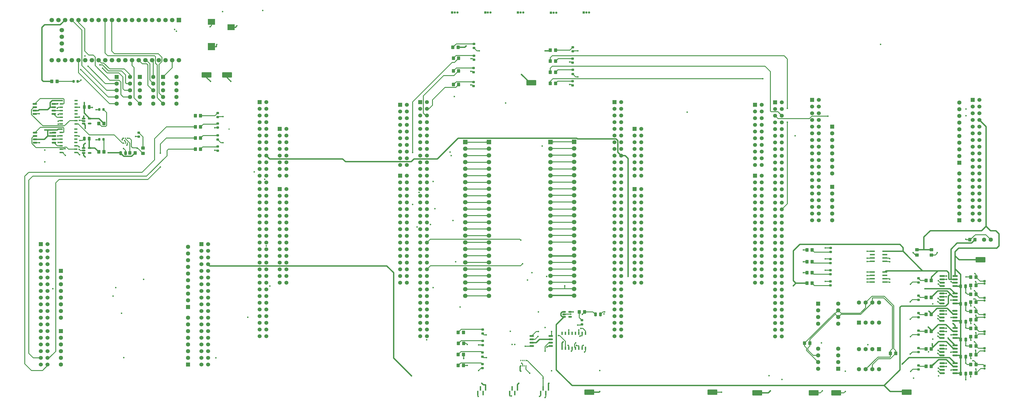
<source format=gbr>
%TF.GenerationSoftware,KiCad,Pcbnew,9.0.2+dfsg-1*%
%TF.CreationDate,2025-06-27T22:52:18-07:00*%
%TF.ProjectId,signalmesh,7369676e-616c-46d6-9573-682e6b696361,rev?*%
%TF.SameCoordinates,Original*%
%TF.FileFunction,Copper,L1,Top*%
%TF.FilePolarity,Positive*%
%FSLAX46Y46*%
G04 Gerber Fmt 4.6, Leading zero omitted, Abs format (unit mm)*
G04 Created by KiCad (PCBNEW 9.0.2+dfsg-1) date 2025-06-27 22:52:18*
%MOMM*%
%LPD*%
G01*
G04 APERTURE LIST*
G04 Aperture macros list*
%AMRoundRect*
0 Rectangle with rounded corners*
0 $1 Rounding radius*
0 $2 $3 $4 $5 $6 $7 $8 $9 X,Y pos of 4 corners*
0 Add a 4 corners polygon primitive as box body*
4,1,4,$2,$3,$4,$5,$6,$7,$8,$9,$2,$3,0*
0 Add four circle primitives for the rounded corners*
1,1,$1+$1,$2,$3*
1,1,$1+$1,$4,$5*
1,1,$1+$1,$6,$7*
1,1,$1+$1,$8,$9*
0 Add four rect primitives between the rounded corners*
20,1,$1+$1,$2,$3,$4,$5,0*
20,1,$1+$1,$4,$5,$6,$7,0*
20,1,$1+$1,$6,$7,$8,$9,0*
20,1,$1+$1,$8,$9,$2,$3,0*%
G04 Aperture macros list end*
%TA.AperFunction,SMDPad,CuDef*%
%ADD10RoundRect,0.250000X-1.650000X-0.750000X1.650000X-0.750000X1.650000X0.750000X-1.650000X0.750000X0*%
%TD*%
%TA.AperFunction,SMDPad,CuDef*%
%ADD11RoundRect,0.218750X0.256250X-0.218750X0.256250X0.218750X-0.256250X0.218750X-0.256250X-0.218750X0*%
%TD*%
%TA.AperFunction,SMDPad,CuDef*%
%ADD12RoundRect,0.250000X0.350000X0.450000X-0.350000X0.450000X-0.350000X-0.450000X0.350000X-0.450000X0*%
%TD*%
%TA.AperFunction,ComponentPad*%
%ADD13R,1.508000X1.508000*%
%TD*%
%TA.AperFunction,ComponentPad*%
%ADD14C,1.508000*%
%TD*%
%TA.AperFunction,ComponentPad*%
%ADD15R,1.605000X1.605000*%
%TD*%
%TA.AperFunction,ComponentPad*%
%ADD16C,1.605000*%
%TD*%
%TA.AperFunction,ComponentPad*%
%ADD17R,1.530000X1.530000*%
%TD*%
%TA.AperFunction,ComponentPad*%
%ADD18C,1.530000*%
%TD*%
%TA.AperFunction,ComponentPad*%
%ADD19R,1.700000X1.700000*%
%TD*%
%TA.AperFunction,ComponentPad*%
%ADD20C,1.700000*%
%TD*%
%TA.AperFunction,SMDPad,CuDef*%
%ADD21R,2.800000X2.200000*%
%TD*%
%TA.AperFunction,SMDPad,CuDef*%
%ADD22R,2.800000X2.800000*%
%TD*%
%TA.AperFunction,ComponentPad*%
%ADD23R,0.850000X0.850000*%
%TD*%
%TA.AperFunction,ComponentPad*%
%ADD24C,0.850000*%
%TD*%
%TA.AperFunction,ComponentPad*%
%ADD25R,1.600000X1.600000*%
%TD*%
%TA.AperFunction,ComponentPad*%
%ADD26C,1.600000*%
%TD*%
%TA.AperFunction,SMDPad,CuDef*%
%ADD27RoundRect,0.250000X-0.350000X-0.450000X0.350000X-0.450000X0.350000X0.450000X-0.350000X0.450000X0*%
%TD*%
%TA.AperFunction,SMDPad,CuDef*%
%ADD28RoundRect,0.250000X0.250000X0.475000X-0.250000X0.475000X-0.250000X-0.475000X0.250000X-0.475000X0*%
%TD*%
%TA.AperFunction,SMDPad,CuDef*%
%ADD29RoundRect,0.250000X0.450000X-0.350000X0.450000X0.350000X-0.450000X0.350000X-0.450000X-0.350000X0*%
%TD*%
%TA.AperFunction,ComponentPad*%
%ADD30RoundRect,0.250000X0.550000X0.550000X-0.550000X0.550000X-0.550000X-0.550000X0.550000X-0.550000X0*%
%TD*%
%TA.AperFunction,SMDPad,CuDef*%
%ADD31RoundRect,0.218750X-0.256250X0.218750X-0.256250X-0.218750X0.256250X-0.218750X0.256250X0.218750X0*%
%TD*%
%TA.AperFunction,SMDPad,CuDef*%
%ADD32RoundRect,0.218750X-0.218750X-0.256250X0.218750X-0.256250X0.218750X0.256250X-0.218750X0.256250X0*%
%TD*%
%TA.AperFunction,SMDPad,CuDef*%
%ADD33R,0.600000X1.750000*%
%TD*%
%TA.AperFunction,SMDPad,CuDef*%
%ADD34R,0.350000X0.500000*%
%TD*%
%TA.AperFunction,SMDPad,CuDef*%
%ADD35RoundRect,0.250000X-0.250000X-0.475000X0.250000X-0.475000X0.250000X0.475000X-0.250000X0.475000X0*%
%TD*%
%TA.AperFunction,SMDPad,CuDef*%
%ADD36RoundRect,0.150000X-0.825000X-0.150000X0.825000X-0.150000X0.825000X0.150000X-0.825000X0.150000X0*%
%TD*%
%TA.AperFunction,SMDPad,CuDef*%
%ADD37RoundRect,0.150000X-0.512500X-0.150000X0.512500X-0.150000X0.512500X0.150000X-0.512500X0.150000X0*%
%TD*%
%TA.AperFunction,SMDPad,CuDef*%
%ADD38RoundRect,0.218750X0.218750X0.256250X-0.218750X0.256250X-0.218750X-0.256250X0.218750X-0.256250X0*%
%TD*%
%TA.AperFunction,SMDPad,CuDef*%
%ADD39RoundRect,0.162500X-0.650000X-0.162500X0.650000X-0.162500X0.650000X0.162500X-0.650000X0.162500X0*%
%TD*%
%TA.AperFunction,ComponentPad*%
%ADD40RoundRect,0.250000X-0.550000X-0.550000X0.550000X-0.550000X0.550000X0.550000X-0.550000X0.550000X0*%
%TD*%
%TA.AperFunction,SMDPad,CuDef*%
%ADD41R,0.600000X1.200000*%
%TD*%
%TA.AperFunction,ComponentPad*%
%ADD42RoundRect,0.250000X-0.550000X0.550000X-0.550000X-0.550000X0.550000X-0.550000X0.550000X0.550000X0*%
%TD*%
%TA.AperFunction,SMDPad,CuDef*%
%ADD43R,1.981200X0.558800*%
%TD*%
%TA.AperFunction,SMDPad,CuDef*%
%ADD44R,1.200000X0.600000*%
%TD*%
%TA.AperFunction,ComponentPad*%
%ADD45RoundRect,0.250000X0.550000X-0.550000X0.550000X0.550000X-0.550000X0.550000X-0.550000X-0.550000X0*%
%TD*%
%TA.AperFunction,SMDPad,CuDef*%
%ADD46R,0.400000X0.500000*%
%TD*%
%TA.AperFunction,ViaPad*%
%ADD47C,0.600000*%
%TD*%
%TA.AperFunction,ViaPad*%
%ADD48C,0.500000*%
%TD*%
%TA.AperFunction,Conductor*%
%ADD49C,0.400000*%
%TD*%
%TA.AperFunction,Conductor*%
%ADD50C,0.300000*%
%TD*%
%TA.AperFunction,Conductor*%
%ADD51C,0.500000*%
%TD*%
G04 APERTURE END LIST*
D10*
%TO.P,AAM_DAC_R,1*%
%TO.N,AAM_DAC_R*%
X269250000Y-77500000D03*
%TD*%
%TO.P,AAM_DAC_L,1*%
%TO.N,AAM_DAC_L*%
X261500000Y-77500000D03*
%TD*%
D11*
%TO.P,D28,2,A*%
%TO.N,Net-(D28-A)*%
X265750000Y-91962500D03*
%TO.P,D28,1,K*%
%TO.N,GND*%
X265750000Y-93537500D03*
%TD*%
%TO.P,D31,2,A*%
%TO.N,Net-(D31-A)*%
X265750000Y-95962500D03*
%TO.P,D31,1,K*%
%TO.N,GND*%
X265750000Y-97537500D03*
%TD*%
%TO.P,D30,2,A*%
%TO.N,Net-(D30-A)*%
X265750000Y-100462500D03*
%TO.P,D30,1,K*%
%TO.N,GND*%
X265750000Y-102037500D03*
%TD*%
%TO.P,D29,1,K*%
%TO.N,GND*%
X265750000Y-106287500D03*
%TO.P,D29,2,A*%
%TO.N,Net-(D29-A)*%
X265750000Y-104712500D03*
%TD*%
D12*
%TO.P,R46,2*%
%TO.N,UUM_LED_OK*%
X257250000Y-105750000D03*
%TO.P,R46,1*%
%TO.N,Net-(D29-A)*%
X259250000Y-105750000D03*
%TD*%
%TO.P,R49,2*%
%TO.N,UUM_LED_FAIL*%
X257250000Y-97250000D03*
%TO.P,R49,1*%
%TO.N,Net-(D31-A)*%
X259250000Y-97250000D03*
%TD*%
%TO.P,R48,2*%
%TO.N,UUM_LED_WARN*%
X257250000Y-101500000D03*
%TO.P,R48,1*%
%TO.N,Net-(D30-A)*%
X259250000Y-101500000D03*
%TD*%
%TO.P,R45,2*%
%TO.N,UUM_VDD*%
X257250000Y-93000000D03*
%TO.P,R45,1*%
%TO.N,Net-(D28-A)*%
X259250000Y-93000000D03*
%TD*%
D13*
%TO.P,U17,CN7_1,D16/I2S_A_MCK*%
%TO.N,unconnected-(U17E-D16{slash}I2S_A_MCK-PadCN7_1)*%
X469720000Y-88896000D03*
D14*
%TO.P,U17,CN7_2,D15/I2C_A_SCL*%
%TO.N,unconnected-(U17E-D15{slash}I2C_A_SCL-PadCN7_2)*%
X472260000Y-88896000D03*
%TO.P,U17,CN7_3,D17/I2S_A_SD*%
%TO.N,unconnected-(U17E-D17{slash}I2S_A_SD-PadCN7_3)*%
X469720000Y-91436000D03*
%TO.P,U17,CN7_4,D14/I2C_A_SDA*%
%TO.N,unconnected-(U17E-D14{slash}I2C_A_SDA-PadCN7_4)*%
X472260000Y-91436000D03*
%TO.P,U17,CN7_5,D18/I2S_A_CK*%
%TO.N,unconnected-(U17E-D18{slash}I2S_A_CK-PadCN7_5)*%
X469720000Y-93976000D03*
%TO.P,U17,CN7_6,VREFP_CN7*%
%TO.N,unconnected-(U17E-VREFP_CN7-PadCN7_6)*%
X472260000Y-93976000D03*
%TO.P,U17,CN7_7,D19/I2S_A_WS*%
%TO.N,unconnected-(U17E-D19{slash}I2S_A_WS-PadCN7_7)*%
X469720000Y-96516000D03*
%TO.P,U17,CN7_8,GND_CN7*%
%TO.N,unconnected-(U17E-GND_CN7-PadCN7_8)*%
X472260000Y-96516000D03*
%TO.P,U17,CN7_9,D20/I2S_B_WS*%
%TO.N,unconnected-(U17E-D20{slash}I2S_B_WS-PadCN7_9)*%
X469720000Y-99056000D03*
%TO.P,U17,CN7_10,D13/SPI_A_SCK*%
%TO.N,unconnected-(U17E-D13{slash}SPI_A_SCK-PadCN7_10)*%
X472260000Y-99056000D03*
%TO.P,U17,CN7_11,D21/I2S_B_MCK*%
%TO.N,unconnected-(U17E-D21{slash}I2S_B_MCK-PadCN7_11)*%
X469720000Y-101596000D03*
%TO.P,U17,CN7_12,D12/SPI_A_MISO*%
%TO.N,unconnected-(U17E-D12{slash}SPI_A_MISO-PadCN7_12)*%
X472260000Y-101596000D03*
%TO.P,U17,CN7_13,D22/I2S_B_SD/SPI_B_MOSI*%
%TO.N,unconnected-(U17E-D22{slash}I2S_B_SD{slash}SPI_B_MOSI-PadCN7_13)*%
X469720000Y-104136000D03*
%TO.P,U17,CN7_14,D11/SPI_A_MOSI/TIM_E_PWM1*%
%TO.N,unconnected-(U17E-D11{slash}SPI_A_MOSI{slash}TIM_E_PWM1-PadCN7_14)*%
X472260000Y-104136000D03*
%TO.P,U17,CN7_15,D23/I2S_B_CK/SPI_B_SCK*%
%TO.N,unconnected-(U17E-D23{slash}I2S_B_CK{slash}SPI_B_SCK-PadCN7_15)*%
X469720000Y-106676000D03*
%TO.P,U17,CN7_16,D10/SPI_A_CS/TIM_B_PWM3*%
%TO.N,unconnected-(U17E-D10{slash}SPI_A_CS{slash}TIM_B_PWM3-PadCN7_16)*%
X472260000Y-106676000D03*
%TO.P,U17,CN7_17,D24/SPI_B_NSS*%
%TO.N,unconnected-(U17E-D24{slash}SPI_B_NSS-PadCN7_17)*%
X469720000Y-109216000D03*
%TO.P,U17,CN7_18,D9/TIMER_B_PWM2*%
%TO.N,unconnected-(U17E-D9{slash}TIMER_B_PWM2-PadCN7_18)*%
X472260000Y-109216000D03*
%TO.P,U17,CN7_19,D25/SPI_B_MISO*%
%TO.N,unconnected-(U17E-D25{slash}SPI_B_MISO-PadCN7_19)*%
X469720000Y-111756000D03*
%TO.P,U17,CN7_20,D8/IO*%
%TO.N,unconnected-(U17E-D8{slash}IO-PadCN7_20)*%
X472260000Y-111756000D03*
D13*
%TO.P,U17,CN8_1,NC_CN8*%
%TO.N,unconnected-(U17C-NC_CN8-PadCN8_1)*%
X424000000Y-98040000D03*
D14*
%TO.P,U17,CN8_2,D43/SDMMC_D0*%
%TO.N,unconnected-(U17C-D43{slash}SDMMC_D0-PadCN8_2)*%
X426540000Y-98040000D03*
%TO.P,U17,CN8_3,IOREF_CN8*%
%TO.N,unconnected-(U17C-IOREF_CN8-PadCN8_3)*%
X424000000Y-100580000D03*
%TO.P,U17,CN8_4,D44/SDMMC_D1/I2S_A_CKIN*%
%TO.N,unconnected-(U17C-D44{slash}SDMMC_D1{slash}I2S_A_CKIN-PadCN8_4)*%
X426540000Y-100580000D03*
%TO.P,U17,CN8_5,NRST_CN8*%
%TO.N,unconnected-(U17C-NRST_CN8-PadCN8_5)*%
X424000000Y-103120000D03*
%TO.P,U17,CN8_6,D45/SDMMC_D2*%
%TO.N,unconnected-(U17C-D45{slash}SDMMC_D2-PadCN8_6)*%
X426540000Y-103120000D03*
%TO.P,U17,CN8_7,3V3_CN8*%
%TO.N,unconnected-(U17C-3V3_CN8-PadCN8_7)*%
X424000000Y-105660000D03*
%TO.P,U17,CN8_8,D46/SDMMC_D3*%
%TO.N,unconnected-(U17C-D46{slash}SDMMC_D3-PadCN8_8)*%
X426540000Y-105660000D03*
%TO.P,U17,CN8_9,5V_CN8*%
%TO.N,unconnected-(U17C-5V_CN8-PadCN8_9)*%
X424000000Y-108200000D03*
%TO.P,U17,CN8_10,D47/SDMMC_CK*%
%TO.N,unconnected-(U17C-D47{slash}SDMMC_CK-PadCN8_10)*%
X426540000Y-108200000D03*
%TO.P,U17,CN8_11,GND_CN8*%
%TO.N,Net-(U17C-GND_CN8-PadCN8_11)*%
X424000000Y-110740000D03*
%TO.P,U17,CN8_12,D48/SDMMC_CMD*%
%TO.N,unconnected-(U17C-D48{slash}SDMMC_CMD-PadCN8_12)*%
X426540000Y-110740000D03*
%TO.P,U17,CN8_13,GND_CN8*%
%TO.N,Net-(U17C-GND_CN8-PadCN8_11)*%
X424000000Y-113280000D03*
%TO.P,U17,CN8_14,D49/IO*%
%TO.N,unconnected-(U17C-D49{slash}IO-PadCN8_14)*%
X426540000Y-113280000D03*
%TO.P,U17,CN8_15,VIN_CN8*%
%TO.N,unconnected-(U17C-VIN_CN8-PadCN8_15)*%
X424000000Y-115820000D03*
%TO.P,U17,CN8_16,D50/IO*%
%TO.N,unconnected-(U17C-D50{slash}IO-PadCN8_16)*%
X426540000Y-115820000D03*
D13*
%TO.P,U17,CN9_1,A0/ADC12_INP15*%
%TO.N,unconnected-(U17D-A0{slash}ADC12_INP15-PadCN9_1)*%
X424000000Y-120900000D03*
D14*
%TO.P,U17,CN9_2,D51/USART_B_SCLK*%
%TO.N,unconnected-(U17D-D51{slash}USART_B_SCLK-PadCN9_2)*%
X426540000Y-120900000D03*
%TO.P,U17,CN9_3,A1/ADC123_INP10*%
%TO.N,unconnected-(U17D-A1{slash}ADC123_INP10-PadCN9_3)*%
X424000000Y-123440000D03*
%TO.P,U17,CN9_4,D52/USART_B_RX*%
%TO.N,unconnected-(U17D-D52{slash}USART_B_RX-PadCN9_4)*%
X426540000Y-123440000D03*
%TO.P,U17,CN9_5,A2/ADC12_INP13*%
%TO.N,unconnected-(U17D-A2{slash}ADC12_INP13-PadCN9_5)*%
X424000000Y-125980000D03*
%TO.P,U17,CN9_6,D53/USART_B_TX*%
%TO.N,unconnected-(U17D-D53{slash}USART_B_TX-PadCN9_6)*%
X426540000Y-125980000D03*
%TO.P,U17,CN9_7,A3/ADC12_INP5*%
%TO.N,unconnected-(U17D-A3{slash}ADC12_INP5-PadCN9_7)*%
X424000000Y-128520000D03*
%TO.P,U17,CN9_8,D54/USART_B_RTS*%
%TO.N,unconnected-(U17D-D54{slash}USART_B_RTS-PadCN9_8)*%
X426540000Y-128520000D03*
%TO.P,U17,CN9_9,A4/ADC123_INP12/I2C1_SDA*%
%TO.N,unconnected-(U17D-A4{slash}ADC123_INP12{slash}I2C1_SDA-PadCN9_9)*%
X424000000Y-131060000D03*
%TO.P,U17,CN9_10,D55/USART_B_CTS*%
%TO.N,unconnected-(U17D-D55{slash}USART_B_CTS-PadCN9_10)*%
X426540000Y-131060000D03*
%TO.P,U17,CN9_11,A5/ADC3_INP6/I2C1_SCL*%
%TO.N,unconnected-(U17D-A5{slash}ADC3_INP6{slash}I2C1_SCL-PadCN9_11)*%
X424000000Y-133600000D03*
%TO.P,U17,CN9_12,GND_CN9*%
%TO.N,Net-(U17D-GND_CN9-PadCN9_12)*%
X426540000Y-133600000D03*
%TO.P,U17,CN9_13,D72/COMP1_INP*%
%TO.N,unconnected-(U17D-D72{slash}COMP1_INP-PadCN9_13)*%
X424000000Y-136140000D03*
%TO.P,U17,CN9_14,D56/SAI_A_MCLK*%
%TO.N,unconnected-(U17D-D56{slash}SAI_A_MCLK-PadCN9_14)*%
X426540000Y-136140000D03*
%TO.P,U17,CN9_15,D71/COMP2_INP*%
%TO.N,unconnected-(U17D-D71{slash}COMP2_INP-PadCN9_15)*%
X424000000Y-138680000D03*
%TO.P,U17,CN9_16,D57/SAI_A_FS*%
%TO.N,unconnected-(U17D-D57{slash}SAI_A_FS-PadCN9_16)*%
X426540000Y-138680000D03*
%TO.P,U17,CN9_17,D70/I2C_B_SMBA*%
%TO.N,unconnected-(U17D-D70{slash}I2C_B_SMBA-PadCN9_17)*%
X424000000Y-141220000D03*
%TO.P,U17,CN9_18,D58/SAI_A_SCK*%
%TO.N,unconnected-(U17D-D58{slash}SAI_A_SCK-PadCN9_18)*%
X426540000Y-141220000D03*
%TO.P,U17,CN9_19,D69/I2C_B_SCL*%
%TO.N,unconnected-(U17D-D69{slash}I2C_B_SCL-PadCN9_19)*%
X424000000Y-143760000D03*
%TO.P,U17,CN9_20,D59/SAI_A_SD*%
%TO.N,unconnected-(U17D-D59{slash}SAI_A_SD-PadCN9_20)*%
X426540000Y-143760000D03*
%TO.P,U17,CN9_21,D68/I2C_B_SDA*%
%TO.N,unconnected-(U17D-D68{slash}I2C_B_SDA-PadCN9_21)*%
X424000000Y-146300000D03*
%TO.P,U17,CN9_22,D60/SAI_B_SD*%
%TO.N,unconnected-(U17D-D60{slash}SAI_B_SD-PadCN9_22)*%
X426540000Y-146300000D03*
%TO.P,U17,CN9_23,GND_CN9*%
%TO.N,Net-(U17D-GND_CN9-PadCN9_12)*%
X424000000Y-148840000D03*
%TO.P,U17,CN9_24,D61/SAI_B_SCK*%
%TO.N,unconnected-(U17D-D61{slash}SAI_B_SCK-PadCN9_24)*%
X426540000Y-148840000D03*
%TO.P,U17,CN9_25,D67/CAN_RX*%
%TO.N,unconnected-(U17D-D67{slash}CAN_RX-PadCN9_25)*%
X424000000Y-151380000D03*
%TO.P,U17,CN9_26,D62/SAI_B_MCLK*%
%TO.N,unconnected-(U17D-D62{slash}SAI_B_MCLK-PadCN9_26)*%
X426540000Y-151380000D03*
%TO.P,U17,CN9_27,D66/CAN_TX*%
%TO.N,unconnected-(U17D-D66{slash}CAN_TX-PadCN9_27)*%
X424000000Y-153920000D03*
%TO.P,U17,CN9_28,D63/SAI_B_FS*%
%TO.N,unconnected-(U17D-D63{slash}SAI_B_FS-PadCN9_28)*%
X426540000Y-153920000D03*
%TO.P,U17,CN9_29,D65/IO*%
%TO.N,unconnected-(U17D-D65{slash}IO-PadCN9_29)*%
X424000000Y-156460000D03*
%TO.P,U17,CN9_30,D64/IO*%
%TO.N,unconnected-(U17D-D64{slash}IO-PadCN9_30)*%
X426540000Y-156460000D03*
D13*
%TO.P,U17,CN10_1,AVDD*%
%TO.N,unconnected-(U17F-AVDD-PadCN10_1)*%
X469720000Y-115820000D03*
D14*
%TO.P,U17,CN10_2,D7/IO*%
%TO.N,unconnected-(U17F-D7{slash}IO-PadCN10_2)*%
X472260000Y-115820000D03*
%TO.P,U17,CN10_3,AGND_CN10*%
%TO.N,unconnected-(U17F-AGND_CN10-PadCN10_3)*%
X469720000Y-118360000D03*
%TO.P,U17,CN10_4,D6/TIMER_A_PWM1*%
%TO.N,unconnected-(U17F-D6{slash}TIMER_A_PWM1-PadCN10_4)*%
X472260000Y-118360000D03*
%TO.P,U17,CN10_5,GND_CN10*%
%TO.N,Net-(U17F-GND_CN10-PadCN10_17)*%
X469720000Y-120900000D03*
%TO.P,U17,CN10_6,D5/TIMER_A_PWM2*%
%TO.N,unconnected-(U17F-D5{slash}TIMER_A_PWM2-PadCN10_6)*%
X472260000Y-120900000D03*
%TO.P,U17,CN10_7,A6/ADC_A_IN*%
%TO.N,unconnected-(U17F-A6{slash}ADC_A_IN-PadCN10_7)*%
X469720000Y-123440000D03*
%TO.P,U17,CN10_8,D4/IO*%
%TO.N,unconnected-(U17F-D4{slash}IO-PadCN10_8)*%
X472260000Y-123440000D03*
%TO.P,U17,CN10_9,A7/ADC_B_IN*%
%TO.N,unconnected-(U17F-A7{slash}ADC_B_IN-PadCN10_9)*%
X469720000Y-125980000D03*
%TO.P,U17,CN10_10,D3/TIMER_A_PWM3*%
%TO.N,unconnected-(U17F-D3{slash}TIMER_A_PWM3-PadCN10_10)*%
X472260000Y-125980000D03*
%TO.P,U17,CN10_11,A8/ADC_C_IN*%
%TO.N,unconnected-(U17F-A8{slash}ADC_C_IN-PadCN10_11)*%
X469720000Y-128520000D03*
%TO.P,U17,CN10_12,D2/IO*%
%TO.N,unconnected-(U17F-D2{slash}IO-PadCN10_12)*%
X472260000Y-128520000D03*
%TO.P,U17,CN10_13,D26/QSPI_CS*%
%TO.N,unconnected-(U17F-D26{slash}QSPI_CS-PadCN10_13)*%
X469720000Y-131060000D03*
%TO.P,U17,CN10_14,D1/USART_A_TX*%
%TO.N,unconnected-(U17F-D1{slash}USART_A_TX-PadCN10_14)*%
X472260000Y-131060000D03*
%TO.P,U17,CN10_15,D27/QSPI_CLK*%
%TO.N,unconnected-(U17F-D27{slash}QSPI_CLK-PadCN10_15)*%
X469720000Y-133600000D03*
%TO.P,U17,CN10_16,D0/USART_A_RX*%
%TO.N,unconnected-(U17F-D0{slash}USART_A_RX-PadCN10_16)*%
X472260000Y-133600000D03*
%TO.P,U17,CN10_17,GND_CN10*%
%TO.N,Net-(U17F-GND_CN10-PadCN10_17)*%
X469720000Y-136140000D03*
%TO.P,U17,CN10_18,D42/TIMER_A_PWM1N*%
%TO.N,unconnected-(U17F-D42{slash}TIMER_A_PWM1N-PadCN10_18)*%
X472260000Y-136140000D03*
%TO.P,U17,CN10_19,D28/QSPI_BK1_IO3*%
%TO.N,unconnected-(U17F-D28{slash}QSPI_BK1_IO3-PadCN10_19)*%
X469720000Y-138680000D03*
%TO.P,U17,CN10_20,D41/TIMER_A_ETR*%
%TO.N,unconnected-(U17F-D41{slash}TIMER_A_ETR-PadCN10_20)*%
X472260000Y-138680000D03*
%TO.P,U17,CN10_21,D29/QSPI_BK1_IO1*%
%TO.N,unconnected-(U17F-D29{slash}QSPI_BK1_IO1-PadCN10_21)*%
X469720000Y-141220000D03*
%TO.P,U17,CN10_22,GND_CN10*%
%TO.N,Net-(U17F-GND_CN10-PadCN10_17)*%
X472260000Y-141220000D03*
%TO.P,U17,CN10_23,D30/QSPI_BK1_IO0*%
%TO.N,unconnected-(U17F-D30{slash}QSPI_BK1_IO0-PadCN10_23)*%
X469720000Y-143760000D03*
%TO.P,U17,CN10_24,D40/TIMER_A_PWM2N*%
%TO.N,unconnected-(U17F-D40{slash}TIMER_A_PWM2N-PadCN10_24)*%
X472260000Y-143760000D03*
%TO.P,U17,CN10_25,D31/QSPI_BK1_IO2*%
%TO.N,unconnected-(U17F-D31{slash}QSPI_BK1_IO2-PadCN10_25)*%
X469720000Y-146300000D03*
%TO.P,U17,CN10_26,D39/TIMER_A_PWM3N*%
%TO.N,unconnected-(U17F-D39{slash}TIMER_A_PWM3N-PadCN10_26)*%
X472260000Y-146300000D03*
%TO.P,U17,CN10_27,GND_CN10*%
%TO.N,Net-(U17F-GND_CN10-PadCN10_17)*%
X469720000Y-148840000D03*
%TO.P,U17,CN10_28,D38/TIMER_A_BKIN2*%
%TO.N,unconnected-(U17F-D38{slash}TIMER_A_BKIN2-PadCN10_28)*%
X472260000Y-148840000D03*
%TO.P,U17,CN10_29,D32/TIMER_C_PWM1*%
%TO.N,unconnected-(U17F-D32{slash}TIMER_C_PWM1-PadCN10_29)*%
X469720000Y-151380000D03*
%TO.P,U17,CN10_30,D37/TIMER_A_BKIN1*%
%TO.N,unconnected-(U17F-D37{slash}TIMER_A_BKIN1-PadCN10_30)*%
X472260000Y-151380000D03*
%TO.P,U17,CN10_31,D33/TIMER_D_PWM1*%
%TO.N,unconnected-(U17F-D33{slash}TIMER_D_PWM1-PadCN10_31)*%
X469720000Y-153920000D03*
%TO.P,U17,CN10_32,D36/TIMER_C_PWM2*%
%TO.N,unconnected-(U17F-D36{slash}TIMER_C_PWM2-PadCN10_32)*%
X472260000Y-153920000D03*
%TO.P,U17,CN10_33,D34/TIMER_B_ETR*%
%TO.N,unconnected-(U17F-D34{slash}TIMER_B_ETR-PadCN10_33)*%
X469720000Y-156460000D03*
%TO.P,U17,CN10_34,D35/TIMER_C_PWM3*%
%TO.N,unconnected-(U17F-D35{slash}TIMER_C_PWM3-PadCN10_34)*%
X472260000Y-156460000D03*
D13*
%TO.P,U17,CN11_1,PC10*%
%TO.N,unconnected-(U17A-PC10-PadCN11_1)*%
X416380000Y-87880000D03*
D14*
%TO.P,U17,CN11_2,PC11*%
%TO.N,unconnected-(U17A-PC11-PadCN11_2)*%
X418920000Y-87880000D03*
%TO.P,U17,CN11_3,PC12*%
%TO.N,DSM_DBG_TX*%
X416380000Y-90420000D03*
%TO.P,U17,CN11_4,PD2*%
%TO.N,DSM_DBG_RX*%
X418920000Y-90420000D03*
%TO.P,U17,CN11_5,3V3_VDD*%
%TO.N,unconnected-(U17A-3V3_VDD-PadCN11_5)*%
X416380000Y-92960000D03*
%TO.P,U17,CN11_6,5V_EXT*%
%TO.N,unconnected-(U17A-5V_EXT-PadCN11_6)*%
X418920000Y-92960000D03*
%TO.P,U17,CN11_7,BOOT0*%
%TO.N,unconnected-(U17A-BOOT0-PadCN11_7)*%
X416380000Y-95500000D03*
%TO.P,U17,CN11_8,GND_CN11*%
%TO.N,GND*%
X418920000Y-95500000D03*
%TO.P,U17,CN11_9,PF6*%
%TO.N,unconnected-(U17A-PF6-PadCN11_9)*%
X416380000Y-98040000D03*
%TO.P,U17,CN11_10,NC*%
%TO.N,unconnected-(U17A-NC-PadCN11_10)*%
X418920000Y-98040000D03*
%TO.P,U17,CN11_11,PF7*%
%TO.N,unconnected-(U17A-PF7-PadCN11_11)*%
X416380000Y-100580000D03*
%TO.P,U17,CN11_12,IOREF*%
%TO.N,unconnected-(U17A-IOREF-PadCN11_12)*%
X418920000Y-100580000D03*
%TO.P,U17,CN11_13,PA13*%
%TO.N,unconnected-(U17A-PA13-PadCN11_13)*%
X416380000Y-103120000D03*
%TO.P,U17,CN11_14,NRST*%
%TO.N,unconnected-(U17A-NRST-PadCN11_14)*%
X418920000Y-103120000D03*
%TO.P,U17,CN11_15,PA14*%
%TO.N,unconnected-(U17A-PA14-PadCN11_15)*%
X416380000Y-105660000D03*
%TO.P,U17,CN11_16,3V3*%
%TO.N,unconnected-(U17A-3V3-PadCN11_16)*%
X418920000Y-105660000D03*
%TO.P,U17,CN11_17,PA15*%
%TO.N,unconnected-(U17A-PA15-PadCN11_17)*%
X416380000Y-108200000D03*
%TO.P,U17,CN11_18,5V*%
%TO.N,5V_AAM*%
X418920000Y-108200000D03*
%TO.P,U17,CN11_19,GND_CN11*%
%TO.N,GND*%
X416380000Y-110740000D03*
%TO.P,U17,CN11_20,GND_CN11*%
X418920000Y-110740000D03*
%TO.P,U17,CN11_21,PB7*%
%TO.N,unconnected-(U17A-PB7-PadCN11_21)*%
X416380000Y-113280000D03*
%TO.P,U17,CN11_22,GND_CN11*%
%TO.N,GND*%
X418920000Y-113280000D03*
%TO.P,U17,CN11_23,PC13*%
%TO.N,unconnected-(U17A-PC13-PadCN11_23)*%
X416380000Y-115820000D03*
%TO.P,U17,CN11_24,VIN*%
%TO.N,unconnected-(U17A-VIN-PadCN11_24)*%
X418920000Y-115820000D03*
%TO.P,U17,CN11_25,PC14*%
%TO.N,unconnected-(U17A-PC14-PadCN11_25)*%
X416380000Y-118360000D03*
%TO.P,U17,CN11_26,NC*%
%TO.N,unconnected-(U17A-NC-PadCN11_26)*%
X418920000Y-118360000D03*
%TO.P,U17,CN11_27,PC15*%
%TO.N,unconnected-(U17A-PC15-PadCN11_27)*%
X416380000Y-120900000D03*
%TO.P,U17,CN11_28,PA0*%
%TO.N,unconnected-(U17A-PA0-PadCN11_28)*%
X418920000Y-120900000D03*
%TO.P,U17,CN11_29,PH0*%
%TO.N,unconnected-(U17A-PH0-PadCN11_29)*%
X416380000Y-123440000D03*
%TO.P,U17,CN11_30,PA1*%
%TO.N,unconnected-(U17A-PA1-PadCN11_30)*%
X418920000Y-123440000D03*
%TO.P,U17,CN11_31,PH1*%
%TO.N,unconnected-(U17A-PH1-PadCN11_31)*%
X416380000Y-125980000D03*
%TO.P,U17,CN11_32,PA4*%
%TO.N,AAM_DAC_R*%
X418920000Y-125980000D03*
%TO.P,U17,CN11_33,VBAT*%
%TO.N,unconnected-(U17A-VBAT-PadCN11_33)*%
X416380000Y-128520000D03*
%TO.P,U17,CN11_34,PB0*%
%TO.N,unconnected-(U17A-PB0-PadCN11_34)*%
X418920000Y-128520000D03*
%TO.P,U17,CN11_35,PC2*%
%TO.N,unconnected-(U17A-PC2-PadCN11_35)*%
X416380000Y-131060000D03*
%TO.P,U17,CN11_36,PC1*%
%TO.N,unconnected-(U17A-PC1-PadCN11_36)*%
X418920000Y-131060000D03*
%TO.P,U17,CN11_37,PC3*%
%TO.N,unconnected-(U17A-PC3-PadCN11_37)*%
X416380000Y-133600000D03*
%TO.P,U17,CN11_38,PC0*%
%TO.N,unconnected-(U17A-PC0-PadCN11_38)*%
X418920000Y-133600000D03*
%TO.P,U17,CN11_39,PD4*%
%TO.N,unconnected-(U17A-PD4-PadCN11_39)*%
X416380000Y-136140000D03*
%TO.P,U17,CN11_40,PD3*%
%TO.N,unconnected-(U17A-PD3-PadCN11_40)*%
X418920000Y-136140000D03*
%TO.P,U17,CN11_41,PD5*%
%TO.N,unconnected-(U17A-PD5-PadCN11_41)*%
X416380000Y-138680000D03*
%TO.P,U17,CN11_42,PG2*%
%TO.N,unconnected-(U17A-PG2-PadCN11_42)*%
X418920000Y-138680000D03*
%TO.P,U17,CN11_43,PD6*%
%TO.N,unconnected-(U17A-PD6-PadCN11_43)*%
X416380000Y-141220000D03*
%TO.P,U17,CN11_44,PG3*%
%TO.N,unconnected-(U17A-PG3-PadCN11_44)*%
X418920000Y-141220000D03*
%TO.P,U17,CN11_45,PD7*%
%TO.N,unconnected-(U17A-PD7-PadCN11_45)*%
X416380000Y-143760000D03*
%TO.P,U17,CN11_46,PE2*%
%TO.N,unconnected-(U17A-PE2-PadCN11_46)*%
X418920000Y-143760000D03*
%TO.P,U17,CN11_47,PE3*%
%TO.N,AAM_INTRPT_TX*%
X416380000Y-146300000D03*
%TO.P,U17,CN11_48,PE4*%
%TO.N,unconnected-(U17A-PE4-PadCN11_48)*%
X418920000Y-146300000D03*
%TO.P,U17,CN11_49,GND_CN11*%
%TO.N,GND*%
X416380000Y-148840000D03*
%TO.P,U17,CN11_50,PE5*%
%TO.N,unconnected-(U17A-PE5-PadCN11_50)*%
X418920000Y-148840000D03*
%TO.P,U17,CN11_51,PF1*%
%TO.N,unconnected-(U17A-PF1-PadCN11_51)*%
X416380000Y-151380000D03*
%TO.P,U17,CN11_52,PF2*%
%TO.N,unconnected-(U17A-PF2-PadCN11_52)*%
X418920000Y-151380000D03*
%TO.P,U17,CN11_53,PF0*%
%TO.N,unconnected-(U17A-PF0-PadCN11_53)*%
X416380000Y-153920000D03*
%TO.P,U17,CN11_54,PF8*%
%TO.N,unconnected-(U17A-PF8-PadCN11_54)*%
X418920000Y-153920000D03*
%TO.P,U17,CN11_55,PD1*%
%TO.N,unconnected-(U17A-PD1-PadCN11_55)*%
X416380000Y-156460000D03*
%TO.P,U17,CN11_56,PF9*%
%TO.N,unconnected-(U17A-PF9-PadCN11_56)*%
X418920000Y-156460000D03*
%TO.P,U17,CN11_57,PD0*%
%TO.N,unconnected-(U17A-PD0-PadCN11_57)*%
X416380000Y-159000000D03*
%TO.P,U17,CN11_58,PG1*%
%TO.N,unconnected-(U17A-PG1-PadCN11_58)*%
X418920000Y-159000000D03*
%TO.P,U17,CN11_59,PG0*%
%TO.N,unconnected-(U17A-PG0-PadCN11_59)*%
X416380000Y-161540000D03*
%TO.P,U17,CN11_60,GND_CN11*%
%TO.N,GND*%
X418920000Y-161540000D03*
%TO.P,U17,CN11_61,PE1*%
%TO.N,unconnected-(U17A-PE1-PadCN11_61)*%
X416380000Y-164080000D03*
%TO.P,U17,CN11_62,PE6*%
%TO.N,AAM_INTRPT_RX*%
X418920000Y-164080000D03*
%TO.P,U17,CN11_63,PG9*%
%TO.N,unconnected-(U17A-PG9-PadCN11_63)*%
X416380000Y-166620000D03*
%TO.P,U17,CN11_64,PG15*%
%TO.N,unconnected-(U17A-PG15-PadCN11_64)*%
X418920000Y-166620000D03*
%TO.P,U17,CN11_65,PG12*%
%TO.N,unconnected-(U17A-PG12-PadCN11_65)*%
X416380000Y-169160000D03*
%TO.P,U17,CN11_66,PG10*%
%TO.N,unconnected-(U17A-PG10-PadCN11_66)*%
X418920000Y-169160000D03*
%TO.P,U17,CN11_67,NC*%
%TO.N,unconnected-(U17A-NC-PadCN11_67)*%
X416380000Y-171700000D03*
%TO.P,U17,CN11_68,PG13*%
%TO.N,unconnected-(U17A-PG13-PadCN11_68)*%
X418920000Y-171700000D03*
%TO.P,U17,CN11_69,PD9*%
%TO.N,unconnected-(U17A-PD9-PadCN11_69)*%
X416380000Y-174240000D03*
%TO.P,U17,CN11_70,PG11*%
%TO.N,unconnected-(U17A-PG11-PadCN11_70)*%
X418920000Y-174240000D03*
%TO.P,U17,CN11_71,GND_CN11*%
%TO.N,GND*%
X416380000Y-176780000D03*
%TO.P,U17,CN11_72,GND_CN11*%
X418920000Y-176780000D03*
D13*
%TO.P,U17,CN12_1,PC9*%
%TO.N,unconnected-(U17B-PC9-PadCN12_1)*%
X477340000Y-87900000D03*
D14*
%TO.P,U17,CN12_2,PC8*%
%TO.N,unconnected-(U17B-PC8-PadCN12_2)*%
X479880000Y-87900000D03*
%TO.P,U17,CN12_3,PB8*%
%TO.N,DSM_CAN_RD*%
X477340000Y-90440000D03*
%TO.P,U17,CN12_4,PC6*%
%TO.N,DSM_LED_OK*%
X479880000Y-90440000D03*
%TO.P,U17,CN12_5,PB9*%
%TO.N,DSM_CAN_TD*%
X477340000Y-92980000D03*
%TO.P,U17,CN12_6,PC5*%
%TO.N,DSM_LED_WARN*%
X479880000Y-92980000D03*
%TO.P,U17,CN12_7,VREFP*%
%TO.N,unconnected-(U17B-VREFP-PadCN12_7)*%
X477340000Y-95520000D03*
%TO.P,U17,CN12_8,5V_USB_STLK*%
%TO.N,unconnected-(U17B-5V_USB_STLK-PadCN12_8)*%
X479880000Y-95520000D03*
%TO.P,U17,CN12_9,GND_CN12*%
%TO.N,Net-(U17B-GND_CN12-PadCN12_20)*%
X477340000Y-98060000D03*
%TO.P,U17,CN12_10,PD8*%
%TO.N,unconnected-(U17B-PD8-PadCN12_10)*%
X479880000Y-98060000D03*
%TO.P,U17,CN12_11,PA5*%
%TO.N,AAM_DAC_L*%
X477340000Y-100600000D03*
%TO.P,U17,CN12_12,PA12*%
%TO.N,unconnected-(U17B-PA12-PadCN12_12)*%
X479880000Y-100600000D03*
%TO.P,U17,CN12_13,PA6*%
%TO.N,unconnected-(U17B-PA6-PadCN12_13)*%
X477340000Y-103140000D03*
%TO.P,U17,CN12_14,PA11*%
%TO.N,unconnected-(U17B-PA11-PadCN12_14)*%
X479880000Y-103140000D03*
%TO.P,U17,CN12_15,PA7*%
%TO.N,unconnected-(U17B-PA7-PadCN12_15)*%
X477340000Y-105680000D03*
%TO.P,U17,CN12_16,PB12*%
%TO.N,unconnected-(U17B-PB12-PadCN12_16)*%
X479880000Y-105680000D03*
%TO.P,U17,CN12_17,PB6*%
%TO.N,unconnected-(U17B-PB6-PadCN12_17)*%
X477340000Y-108220000D03*
%TO.P,U17,CN12_18,PB11*%
%TO.N,unconnected-(U17B-PB11-PadCN12_18)*%
X479880000Y-108220000D03*
%TO.P,U17,CN12_19,PC7*%
%TO.N,unconnected-(U17B-PC7-PadCN12_19)*%
X477340000Y-110760000D03*
%TO.P,U17,CN12_20,GND_CN12*%
%TO.N,Net-(U17B-GND_CN12-PadCN12_20)*%
X479880000Y-110760000D03*
%TO.P,U17,CN12_21,PA9*%
%TO.N,unconnected-(U17B-PA9-PadCN12_21)*%
X477340000Y-113300000D03*
%TO.P,U17,CN12_22,PB2*%
%TO.N,unconnected-(U17B-PB2-PadCN12_22)*%
X479880000Y-113300000D03*
%TO.P,U17,CN12_23,PA8*%
%TO.N,unconnected-(U17B-PA8-PadCN12_23)*%
X477340000Y-115840000D03*
%TO.P,U17,CN12_24,PB1*%
%TO.N,unconnected-(U17B-PB1-PadCN12_24)*%
X479880000Y-115840000D03*
%TO.P,U17,CN12_25,PB10*%
%TO.N,unconnected-(U17B-PB10-PadCN12_25)*%
X477340000Y-118380000D03*
%TO.P,U17,CN12_26,PB15*%
%TO.N,unconnected-(U17B-PB15-PadCN12_26)*%
X479880000Y-118380000D03*
%TO.P,U17,CN12_27,PB4*%
%TO.N,unconnected-(U17B-PB4-PadCN12_27)*%
X477340000Y-120920000D03*
%TO.P,U17,CN12_28,PB14*%
%TO.N,unconnected-(U17B-PB14-PadCN12_28)*%
X479880000Y-120920000D03*
%TO.P,U17,CN12_29,PB5*%
%TO.N,unconnected-(U17B-PB5-PadCN12_29)*%
X477340000Y-123460000D03*
%TO.P,U17,CN12_30,PB13*%
%TO.N,unconnected-(U17B-PB13-PadCN12_30)*%
X479880000Y-123460000D03*
%TO.P,U17,CN12_31,PB3*%
%TO.N,unconnected-(U17B-PB3-PadCN12_31)*%
X477340000Y-126000000D03*
%TO.P,U17,CN12_32,AGND_CN12*%
%TO.N,unconnected-(U17B-AGND_CN12-PadCN12_32)*%
X479880000Y-126000000D03*
%TO.P,U17,CN12_33,PA10*%
%TO.N,unconnected-(U17B-PA10-PadCN12_33)*%
X477340000Y-128540000D03*
%TO.P,U17,CN12_34,PC4*%
%TO.N,DSM_LED_FAIL*%
X479880000Y-128540000D03*
%TO.P,U17,CN12_35,PA2*%
%TO.N,unconnected-(U17B-PA2-PadCN12_35)*%
X477340000Y-131080000D03*
%TO.P,U17,CN12_36,PF5*%
%TO.N,unconnected-(U17B-PF5-PadCN12_36)*%
X479880000Y-131080000D03*
%TO.P,U17,CN12_37,PA3*%
%TO.N,unconnected-(U17B-PA3-PadCN12_37)*%
X477340000Y-133620000D03*
%TO.P,U17,CN12_38,PF4*%
%TO.N,unconnected-(U17B-PF4-PadCN12_38)*%
X479880000Y-133620000D03*
%TO.P,U17,CN12_39,GND_CN12*%
%TO.N,Net-(U17B-GND_CN12-PadCN12_20)*%
X477340000Y-136160000D03*
%TO.P,U17,CN12_40,PE8*%
%TO.N,unconnected-(U17B-PE8-PadCN12_40)*%
X479880000Y-136160000D03*
%TO.P,U17,CN12_41,PD13*%
%TO.N,unconnected-(U17B-PD13-PadCN12_41)*%
X477340000Y-138700000D03*
%TO.P,U17,CN12_42,PF10*%
%TO.N,unconnected-(U17B-PF10-PadCN12_42)*%
X479880000Y-138700000D03*
%TO.P,U17,CN12_43,PD12*%
%TO.N,unconnected-(U17B-PD12-PadCN12_43)*%
X477340000Y-141240000D03*
%TO.P,U17,CN12_44,PE7*%
%TO.N,unconnected-(U17B-PE7-PadCN12_44)*%
X479880000Y-141240000D03*
%TO.P,U17,CN12_45,PD11*%
%TO.N,unconnected-(U17B-PD11-PadCN12_45)*%
X477340000Y-143780000D03*
%TO.P,U17,CN12_46,PD14*%
%TO.N,unconnected-(U17B-PD14-PadCN12_46)*%
X479880000Y-143780000D03*
%TO.P,U17,CN12_47,PE10*%
%TO.N,unconnected-(U17B-PE10-PadCN12_47)*%
X477340000Y-146320000D03*
%TO.P,U17,CN12_48,PD15*%
%TO.N,unconnected-(U17B-PD15-PadCN12_48)*%
X479880000Y-146320000D03*
%TO.P,U17,CN12_49,PE12*%
%TO.N,unconnected-(U17B-PE12-PadCN12_49)*%
X477340000Y-148860000D03*
%TO.P,U17,CN12_50,PF14*%
%TO.N,unconnected-(U17B-PF14-PadCN12_50)*%
X479880000Y-148860000D03*
%TO.P,U17,CN12_51,PE14*%
%TO.N,unconnected-(U17B-PE14-PadCN12_51)*%
X477340000Y-151400000D03*
%TO.P,U17,CN12_52,PE9*%
%TO.N,unconnected-(U17B-PE9-PadCN12_52)*%
X479880000Y-151400000D03*
%TO.P,U17,CN12_53,PE15*%
%TO.N,unconnected-(U17B-PE15-PadCN12_53)*%
X477340000Y-153940000D03*
%TO.P,U17,CN12_54,GND_CN12*%
%TO.N,Net-(U17B-GND_CN12-PadCN12_20)*%
X479880000Y-153940000D03*
%TO.P,U17,CN12_55,PE13*%
%TO.N,unconnected-(U17B-PE13-PadCN12_55)*%
X477340000Y-156480000D03*
%TO.P,U17,CN12_56,PE11*%
%TO.N,unconnected-(U17B-PE11-PadCN12_56)*%
X479880000Y-156480000D03*
%TO.P,U17,CN12_57,PF13*%
%TO.N,unconnected-(U17B-PF13-PadCN12_57)*%
X477340000Y-159020000D03*
%TO.P,U17,CN12_58,PF3*%
%TO.N,unconnected-(U17B-PF3-PadCN12_58)*%
X479880000Y-159020000D03*
%TO.P,U17,CN12_59,PF12*%
%TO.N,unconnected-(U17B-PF12-PadCN12_59)*%
X477340000Y-161560000D03*
%TO.P,U17,CN12_60,PF15*%
%TO.N,unconnected-(U17B-PF15-PadCN12_60)*%
X479880000Y-161560000D03*
%TO.P,U17,CN12_61,PG14*%
%TO.N,unconnected-(U17B-PG14-PadCN12_61)*%
X477340000Y-164100000D03*
%TO.P,U17,CN12_62,PF11*%
%TO.N,unconnected-(U17B-PF11-PadCN12_62)*%
X479880000Y-164100000D03*
%TO.P,U17,CN12_63,GND_CN12*%
%TO.N,Net-(U17B-GND_CN12-PadCN12_20)*%
X477340000Y-166640000D03*
%TO.P,U17,CN12_64,PE0*%
%TO.N,unconnected-(U17B-PE0-PadCN12_64)*%
X479880000Y-166640000D03*
%TO.P,U17,CN12_65,PD10*%
%TO.N,unconnected-(U17B-PD10-PadCN12_65)*%
X477340000Y-169180000D03*
%TO.P,U17,CN12_66,PG8*%
%TO.N,unconnected-(U17B-PG8-PadCN12_66)*%
X479880000Y-169180000D03*
%TO.P,U17,CN12_67,PG7*%
%TO.N,unconnected-(U17B-PG7-PadCN12_67)*%
X477340000Y-171720000D03*
%TO.P,U17,CN12_68,PG5*%
%TO.N,unconnected-(U17B-PG5-PadCN12_68)*%
X479880000Y-171720000D03*
%TO.P,U17,CN12_69,PG4*%
%TO.N,unconnected-(U17B-PG4-PadCN12_69)*%
X477340000Y-174260000D03*
%TO.P,U17,CN12_70,PG6*%
%TO.N,unconnected-(U17B-PG6-PadCN12_70)*%
X479880000Y-174260000D03*
%TO.P,U17,CN12_71,GND_CN12*%
%TO.N,Net-(U17B-GND_CN12-PadCN12_20)*%
X477340000Y-176800000D03*
%TO.P,U17,CN12_72,GND_CN12*%
X479880000Y-176800000D03*
%TD*%
D15*
%TO.P,U9,CN5_1*%
%TO.N,N/C*%
X547240000Y-110880000D03*
D16*
%TO.P,U9,CN5_2*%
X547240000Y-108340000D03*
%TO.P,U9,CN5_3*%
X547240000Y-105800000D03*
%TO.P,U9,CN5_4*%
X547240000Y-103260000D03*
%TO.P,U9,CN5_5*%
X547240000Y-100720000D03*
%TO.P,U9,CN5_6*%
X547240000Y-98180000D03*
%TO.P,U9,CN5_7*%
X547240000Y-95640000D03*
%TO.P,U9,CN5_8*%
X547240000Y-93100000D03*
%TO.P,U9,CN5_9*%
X547240000Y-90560000D03*
%TO.P,U9,CN5_10*%
X547240000Y-88020000D03*
D15*
%TO.P,U9,CN6_1*%
X498980000Y-97160000D03*
D16*
%TO.P,U9,CN6_2*%
X498980000Y-99700000D03*
%TO.P,U9,CN6_3*%
X498980000Y-102240000D03*
%TO.P,U9,CN6_4*%
X498980000Y-104780000D03*
%TO.P,U9,CN6_5*%
X498980000Y-107320000D03*
%TO.P,U9,CN6_6*%
X498980000Y-109860000D03*
%TO.P,U9,CN6_7*%
X498980000Y-112400000D03*
%TO.P,U9,CN6_8*%
X498980000Y-114940000D03*
D17*
%TO.P,U9,CN7_1*%
X491360000Y-87000000D03*
D18*
%TO.P,U9,CN7_2*%
X493900000Y-87000000D03*
%TO.P,U9,CN7_3*%
X491360000Y-89540000D03*
%TO.P,U9,CN7_4*%
X493900000Y-89540000D03*
%TO.P,U9,CN7_5*%
X491360000Y-92080000D03*
%TO.P,U9,CN7_6*%
X493900000Y-92080000D03*
%TO.P,U9,CN7_7*%
X491360000Y-94620000D03*
%TO.P,U9,CN7_8*%
X493900000Y-94620000D03*
%TO.P,U9,CN7_9*%
X491360000Y-97160000D03*
%TO.P,U9,CN7_10*%
X493900000Y-97160000D03*
%TO.P,U9,CN7_11*%
X491360000Y-99700000D03*
%TO.P,U9,CN7_12*%
X493900000Y-99700000D03*
%TO.P,U9,CN7_13*%
X491360000Y-102240000D03*
%TO.P,U9,CN7_14*%
X493900000Y-102240000D03*
%TO.P,U9,CN7_15*%
X491360000Y-104780000D03*
%TO.P,U9,CN7_16*%
X493900000Y-104780000D03*
%TO.P,U9,CN7_17*%
X491360000Y-107320000D03*
%TO.P,U9,CN7_18*%
X493900000Y-107320000D03*
%TO.P,U9,CN7_19*%
X491360000Y-109860000D03*
%TO.P,U9,CN7_20*%
X493900000Y-109860000D03*
%TO.P,U9,CN7_21*%
X491360000Y-112400000D03*
%TO.P,U9,CN7_22*%
X493900000Y-112400000D03*
%TO.P,U9,CN7_23*%
X491360000Y-114940000D03*
%TO.P,U9,CN7_24*%
X493900000Y-114940000D03*
%TO.P,U9,CN7_25*%
X491360000Y-117480000D03*
%TO.P,U9,CN7_26*%
X493900000Y-117480000D03*
%TO.P,U9,CN7_27*%
X491360000Y-120020000D03*
%TO.P,U9,CN7_28*%
X493900000Y-120020000D03*
%TO.P,U9,CN7_29*%
X491360000Y-122560000D03*
%TO.P,U9,CN7_30*%
X493900000Y-122560000D03*
%TO.P,U9,CN7_31*%
X491360000Y-125100000D03*
%TO.P,U9,CN7_32*%
X493900000Y-125100000D03*
%TO.P,U9,CN7_33*%
X491360000Y-127640000D03*
%TO.P,U9,CN7_34*%
X493900000Y-127640000D03*
%TO.P,U9,CN7_35*%
X491360000Y-130180000D03*
%TO.P,U9,CN7_36*%
X493900000Y-130180000D03*
%TO.P,U9,CN7_37*%
X491360000Y-132720000D03*
%TO.P,U9,CN7_38*%
X493900000Y-132720000D03*
D15*
%TO.P,U9,CN8_1*%
X498980000Y-120020000D03*
D16*
%TO.P,U9,CN8_2*%
X498980000Y-122560000D03*
%TO.P,U9,CN8_3*%
X498980000Y-125100000D03*
%TO.P,U9,CN8_4*%
X498980000Y-127640000D03*
%TO.P,U9,CN8_5*%
X498980000Y-130180000D03*
%TO.P,U9,CN8_6*%
X498980000Y-132720000D03*
D15*
%TO.P,U9,CN9_1*%
X547240000Y-132720000D03*
D16*
%TO.P,U9,CN9_2*%
X547240000Y-130180000D03*
%TO.P,U9,CN9_3*%
X547240000Y-127640000D03*
%TO.P,U9,CN9_4*%
X547240000Y-125100000D03*
%TO.P,U9,CN9_5*%
X547240000Y-122560000D03*
%TO.P,U9,CN9_6*%
X547240000Y-120020000D03*
%TO.P,U9,CN9_7*%
X547240000Y-117480000D03*
%TO.P,U9,CN9_8*%
X547240000Y-114940000D03*
D17*
%TO.P,U9,CN10_1,PC9*%
%TO.N,unconnected-(U9B-PC9-PadCN10_1)*%
X552320000Y-87000000D03*
D18*
%TO.P,U9,CN10_2,PC8*%
%TO.N,unconnected-(U9B-PC8-PadCN10_2)*%
X554860000Y-87000000D03*
%TO.P,U9,CN10_3,PB8*%
%TO.N,TDM_I2C1_SCL*%
X552320000Y-89540000D03*
%TO.P,U9,CN10_4,PC6*%
%TO.N,unconnected-(U9B-PC6-PadCN10_4)*%
X554860000Y-89540000D03*
%TO.P,U9,CN10_5,PB9*%
%TO.N,TDM_I2C1_SDA*%
X552320000Y-92080000D03*
%TO.P,U9,CN10_6,PC5*%
%TO.N,TDM_LED_FAIL*%
X554860000Y-92080000D03*
%TO.P,U9,CN10_7,AVDD*%
%TO.N,unconnected-(U9B-AVDD-PadCN10_7)*%
X552320000Y-94620000D03*
%TO.P,U9,CN10_8,U5V*%
%TO.N,5V_TDM*%
X554860000Y-94620000D03*
%TO.P,U9,CN10_9,CN10_GND*%
%TO.N,GND*%
X552320000Y-97160000D03*
%TO.P,U9,CN10_10*%
%TO.N,N/C*%
X554860000Y-97160000D03*
%TO.P,U9,CN10_11,PA5*%
%TO.N,TDM_LED_OK*%
X552320000Y-99700000D03*
%TO.P,U9,CN10_12,PA12*%
%TO.N,TDM_CAN_TD*%
X554860000Y-99700000D03*
%TO.P,U9,CN10_13,PA6*%
%TO.N,unconnected-(U9B-PA6-PadCN10_13)*%
X552320000Y-102240000D03*
%TO.P,U9,CN10_14,PA11*%
%TO.N,TDM_CAN_RD*%
X554860000Y-102240000D03*
%TO.P,U9,CN10_15,PA7*%
%TO.N,unconnected-(U9B-PA7-PadCN10_15)*%
X552320000Y-104780000D03*
%TO.P,U9,CN10_16,PB12*%
%TO.N,unconnected-(U9B-PB12-PadCN10_16)*%
X554860000Y-104780000D03*
%TO.P,U9,CN10_17,PB6*%
%TO.N,unconnected-(U9B-PB6-PadCN10_17)*%
X552320000Y-107320000D03*
%TO.P,U9,CN10_18*%
%TO.N,N/C*%
X554860000Y-107320000D03*
%TO.P,U9,CN10_19,PC7*%
%TO.N,Net-(U9B-PC7)*%
X552320000Y-109860000D03*
%TO.P,U9,CN10_20,CN10_GND*%
%TO.N,GND*%
X554860000Y-109860000D03*
%TO.P,U9,CN10_21,PA9*%
%TO.N,unconnected-(U9B-PA9-PadCN10_21)*%
X552320000Y-112400000D03*
%TO.P,U9,CN10_22,PB2*%
%TO.N,unconnected-(U9B-PB2-PadCN10_22)*%
X554860000Y-112400000D03*
%TO.P,U9,CN10_23,PA8*%
%TO.N,unconnected-(U9B-PA8-PadCN10_23)*%
X552320000Y-114940000D03*
%TO.P,U9,CN10_24,PB1*%
%TO.N,unconnected-(U9B-PB1-PadCN10_24)*%
X554860000Y-114940000D03*
%TO.P,U9,CN10_25,PB10*%
%TO.N,unconnected-(U9B-PB10-PadCN10_25)*%
X552320000Y-117480000D03*
%TO.P,U9,CN10_26,PB15*%
%TO.N,unconnected-(U9B-PB15-PadCN10_26)*%
X554860000Y-117480000D03*
%TO.P,U9,CN10_27,PB4*%
%TO.N,unconnected-(U9B-PB4-PadCN10_27)*%
X552320000Y-120020000D03*
%TO.P,U9,CN10_28,PB14*%
%TO.N,unconnected-(U9B-PB14-PadCN10_28)*%
X554860000Y-120020000D03*
%TO.P,U9,CN10_29,PB5*%
%TO.N,unconnected-(U9B-PB5-PadCN10_29)*%
X552320000Y-122560000D03*
%TO.P,U9,CN10_30,PB13*%
%TO.N,unconnected-(U9B-PB13-PadCN10_30)*%
X554860000Y-122560000D03*
%TO.P,U9,CN10_31,PB3*%
%TO.N,unconnected-(U9B-PB3-PadCN10_31)*%
X552320000Y-125100000D03*
%TO.P,U9,CN10_32,AGND*%
%TO.N,unconnected-(U9B-AGND-PadCN10_32)*%
X554860000Y-125100000D03*
%TO.P,U9,CN10_33,PA10*%
%TO.N,unconnected-(U9B-PA10-PadCN10_33)*%
X552320000Y-127640000D03*
%TO.P,U9,CN10_34,PC4*%
%TO.N,TDM_LED_WARN*%
X554860000Y-127640000D03*
%TO.P,U9,CN10_35,PA2*%
%TO.N,TDM_DBG_TX*%
X552320000Y-130180000D03*
%TO.P,U9,CN10_36*%
%TO.N,N/C*%
X554860000Y-130180000D03*
%TO.P,U9,CN10_37,PA3*%
%TO.N,TDM_DBG_RX*%
X552320000Y-132720000D03*
%TO.P,U9,CN10_38*%
%TO.N,N/C*%
X554860000Y-132720000D03*
%TD*%
D19*
%TO.P,U4,1,PB12*%
%TO.N,unconnected-(U4-PB12-Pad1)*%
X251000000Y-56660000D03*
D20*
%TO.P,U4,2,PB13*%
%TO.N,unconnected-(U4-PB13-Pad2)*%
X248460000Y-56660000D03*
%TO.P,U4,3,PB14*%
%TO.N,unconnected-(U4-PB14-Pad3)*%
X245920000Y-56660000D03*
%TO.P,U4,4,PB15*%
%TO.N,unconnected-(U4-PB15-Pad4)*%
X243380000Y-56660000D03*
%TO.P,U4,5,PA8*%
%TO.N,unconnected-(U4-PA8-Pad5)*%
X240840000Y-56660000D03*
%TO.P,U4,6,PA9*%
%TO.N,7SDD_CMD_TX*%
X238300000Y-56660000D03*
%TO.P,U4,7,PA10*%
%TO.N,7SDD_CMD_RX*%
X235760000Y-56660000D03*
%TO.P,U4,8,PA11*%
%TO.N,Net-(U2-DP)*%
X233220000Y-56660000D03*
%TO.P,U4,9,PA12*%
%TO.N,Net-(U2-G)*%
X230680000Y-56660000D03*
%TO.P,U4,10,PA15*%
%TO.N,Net-(U2-F)*%
X228140000Y-56660000D03*
%TO.P,U4,11,PB3*%
%TO.N,Net-(U2-E)*%
X225600000Y-56660000D03*
%TO.P,U4,12,PB4*%
%TO.N,Net-(U2-D)*%
X223060000Y-56660000D03*
%TO.P,U4,13,PB5*%
%TO.N,Net-(U2-C)*%
X220520000Y-56660000D03*
%TO.P,U4,14,PB6*%
%TO.N,Net-(U2-B)*%
X217980000Y-56660000D03*
%TO.P,U4,15,PB7*%
%TO.N,Net-(U2-A)*%
X215440000Y-56660000D03*
%TO.P,U4,16,PB8*%
%TO.N,Net-(U18-DP)*%
X212900000Y-56660000D03*
%TO.P,U4,17,PB9*%
%TO.N,Net-(U18-G)*%
X210360000Y-56660000D03*
%TO.P,U4,18,5V*%
%TO.N,5V_7SDD*%
X207820000Y-56660000D03*
%TO.P,U4,19,GND*%
%TO.N,unconnected-(U4-GND-Pad19)*%
X205280000Y-56660000D03*
%TO.P,U4,20,3V3*%
%TO.N,unconnected-(U4-3V3-Pad20)*%
X202740000Y-56660000D03*
%TO.P,U4,21,VBat*%
%TO.N,unconnected-(U4-VBat-Pad21)*%
X202740000Y-71900000D03*
%TO.P,U4,22,PC13*%
%TO.N,unconnected-(U4-PC13-Pad22)*%
X205280000Y-71900000D03*
%TO.P,U4,23,PC14*%
%TO.N,Net-(U18-F)*%
X207820000Y-71900000D03*
%TO.P,U4,24,PC15*%
%TO.N,Net-(U18-E)*%
X210360000Y-71900000D03*
%TO.P,U4,25,PA0*%
%TO.N,Net-(U18-D)*%
X212900000Y-71900000D03*
%TO.P,U4,26,PA1*%
%TO.N,Net-(U18-C)*%
X215440000Y-71900000D03*
%TO.P,U4,27,PA2*%
%TO.N,Net-(U18-B)*%
X217980000Y-71900000D03*
%TO.P,U4,28,PA3*%
%TO.N,Net-(U18-A)*%
X220520000Y-71900000D03*
%TO.P,U4,29,PA4*%
%TO.N,Net-(U19-DP)*%
X223060000Y-71900000D03*
%TO.P,U4,30,PA5*%
%TO.N,Net-(U19-G)*%
X225600000Y-71900000D03*
%TO.P,U4,31,PA6*%
%TO.N,Net-(U19-F)*%
X228140000Y-71900000D03*
%TO.P,U4,32,PA7*%
%TO.N,Net-(U19-E)*%
X230680000Y-71900000D03*
%TO.P,U4,33,PB0*%
%TO.N,Net-(U19-D)*%
X233220000Y-71900000D03*
%TO.P,U4,34,PB1*%
%TO.N,Net-(U19-C)*%
X235760000Y-71900000D03*
%TO.P,U4,35,PB10*%
%TO.N,Net-(U19-B)*%
X238300000Y-71900000D03*
%TO.P,U4,36,PB11*%
%TO.N,Net-(U19-A)*%
X240840000Y-71900000D03*
%TO.P,U4,37,RST*%
%TO.N,unconnected-(U4-RST-Pad37)*%
X243380000Y-71900000D03*
%TO.P,U4,38,3V3*%
%TO.N,unconnected-(U4-3V3-Pad38)*%
X245920000Y-71900000D03*
%TO.P,U4,39,GND*%
%TO.N,GND*%
X248460000Y-71900000D03*
%TO.P,U4,40,GND*%
%TO.N,unconnected-(U4-GND-Pad40)*%
X251000000Y-71900000D03*
%TO.P,U4,41*%
%TO.N,N/C*%
X206551000Y-68092000D03*
%TO.P,U4,42*%
X206551000Y-65552000D03*
%TO.P,U4,43*%
X206551000Y-63012000D03*
%TO.P,U4,44*%
X206551000Y-60472000D03*
%TD*%
D15*
%TO.P,U3,CN5_1,D8*%
%TO.N,unconnected-(U3F-D8-PadCN5_1)*%
X254460000Y-165690000D03*
D16*
%TO.P,U3,CN5_2,D9*%
%TO.N,unconnected-(U3F-D9-PadCN5_2)*%
X254460000Y-163150000D03*
%TO.P,U3,CN5_3,D10*%
%TO.N,unconnected-(U3F-D10-PadCN5_3)*%
X254460000Y-160610000D03*
%TO.P,U3,CN5_4,D11*%
%TO.N,unconnected-(U3F-D11-PadCN5_4)*%
X254460000Y-158070000D03*
%TO.P,U3,CN5_5,D12*%
%TO.N,unconnected-(U3F-D12-PadCN5_5)*%
X254460000Y-155530000D03*
%TO.P,U3,CN5_6,D13*%
%TO.N,unconnected-(U3F-D13-PadCN5_6)*%
X254460000Y-152990000D03*
%TO.P,U3,CN5_7,GND_S6*%
%TO.N,unconnected-(U3F-GND_S6-PadCN5_7)*%
X254460000Y-150450000D03*
%TO.P,U3,CN5_8,AVDD_S6*%
%TO.N,unconnected-(U3F-AVDD_S6-PadCN5_8)*%
X254460000Y-147910000D03*
%TO.P,U3,CN5_9,D14*%
%TO.N,unconnected-(U3F-D14-PadCN5_9)*%
X254460000Y-145370000D03*
%TO.P,U3,CN5_10,D15*%
%TO.N,unconnected-(U3F-D15-PadCN5_10)*%
X254460000Y-142830000D03*
D15*
%TO.P,U3,CN6_1*%
%TO.N,N/C*%
X206200000Y-151970000D03*
D16*
%TO.P,U3,CN6_2,IOREF*%
%TO.N,unconnected-(U3C-IOREF-PadCN6_2)*%
X206200000Y-154510000D03*
%TO.P,U3,CN6_3,RESET*%
%TO.N,unconnected-(U3C-RESET-PadCN6_3)*%
X206200000Y-157050000D03*
%TO.P,U3,CN6_4,+3V3*%
%TO.N,unconnected-(U3C-+3V3-PadCN6_4)*%
X206200000Y-159590000D03*
%TO.P,U3,CN6_5,+5V*%
%TO.N,unconnected-(U3C-+5V-PadCN6_5)*%
X206200000Y-162130000D03*
%TO.P,U3,CN6_6,GND*%
%TO.N,Net-(U3C-GND-PadCN6_6)*%
X206200000Y-164670000D03*
%TO.P,U3,CN6_7,GND*%
X206200000Y-167210000D03*
%TO.P,U3,CN6_8,VIN*%
%TO.N,unconnected-(U3C-VIN-PadCN6_8)*%
X206200000Y-169750000D03*
D17*
%TO.P,U3,CN7_1,PC10*%
%TO.N,unconnected-(U3A-PC10-PadCN7_1)*%
X198580000Y-141810000D03*
D18*
%TO.P,U3,CN7_2,PC11*%
%TO.N,unconnected-(U3A-PC11-PadCN7_2)*%
X201120000Y-141810000D03*
%TO.P,U3,CN7_3,PC12*%
%TO.N,unconnected-(U3A-PC12-PadCN7_3)*%
X198580000Y-144350000D03*
%TO.P,U3,CN7_4,PD2*%
%TO.N,unconnected-(U3A-PD2-PadCN7_4)*%
X201120000Y-144350000D03*
%TO.P,U3,CN7_5,VDD*%
%TO.N,unconnected-(U3A-VDD-PadCN7_5)*%
X198580000Y-146890000D03*
%TO.P,U3,CN7_6,E5V*%
%TO.N,unconnected-(U3A-E5V-PadCN7_6)*%
X201120000Y-146890000D03*
%TO.P,U3,CN7_7,BOOT0*%
%TO.N,unconnected-(U3A-BOOT0-PadCN7_7)*%
X198580000Y-149430000D03*
%TO.P,U3,CN7_8,GND_S1*%
%TO.N,Net-(U3A-GND_S1-PadCN7_19)*%
X201120000Y-149430000D03*
%TO.P,U3,CN7_9*%
%TO.N,N/C*%
X198580000Y-151970000D03*
%TO.P,U3,CN7_10*%
X201120000Y-151970000D03*
%TO.P,U3,CN7_11*%
X198580000Y-154510000D03*
%TO.P,U3,CN7_12,IOREF_S1*%
%TO.N,unconnected-(U3A-IOREF_S1-PadCN7_12)*%
X201120000Y-154510000D03*
%TO.P,U3,CN7_13,PA13*%
%TO.N,unconnected-(U3A-PA13-PadCN7_13)*%
X198580000Y-157050000D03*
%TO.P,U3,CN7_14,RESET_S1*%
%TO.N,unconnected-(U3A-RESET_S1-PadCN7_14)*%
X201120000Y-157050000D03*
%TO.P,U3,CN7_15,PA14*%
%TO.N,unconnected-(U3A-PA14-PadCN7_15)*%
X198580000Y-159590000D03*
%TO.P,U3,CN7_16,+3V3_S1*%
%TO.N,3V3_UUM*%
X201120000Y-159590000D03*
%TO.P,U3,CN7_17,PA15*%
%TO.N,unconnected-(U3A-PA15-PadCN7_17)*%
X198580000Y-162130000D03*
%TO.P,U3,CN7_18,+5V_S1*%
%TO.N,unconnected-(U3A-+5V_S1-PadCN7_18)*%
X201120000Y-162130000D03*
%TO.P,U3,CN7_19,GND_S1*%
%TO.N,Net-(U3A-GND_S1-PadCN7_19)*%
X198580000Y-164670000D03*
%TO.P,U3,CN7_20,GND_S1*%
X201120000Y-164670000D03*
%TO.P,U3,CN7_21,PB7*%
%TO.N,unconnected-(U3A-PB7-PadCN7_21)*%
X198580000Y-167210000D03*
%TO.P,U3,CN7_22,GND_S1*%
%TO.N,Net-(U3A-GND_S1-PadCN7_19)*%
X201120000Y-167210000D03*
%TO.P,U3,CN7_23,PC13*%
%TO.N,unconnected-(U3A-PC13-PadCN7_23)*%
X198580000Y-169750000D03*
%TO.P,U3,CN7_24,VIN_S1*%
%TO.N,unconnected-(U3A-VIN_S1-PadCN7_24)*%
X201120000Y-169750000D03*
%TO.P,U3,CN7_25,PC14*%
%TO.N,UUM_SPI_SEL*%
X198580000Y-172290000D03*
%TO.P,U3,CN7_26*%
%TO.N,N/C*%
X201120000Y-172290000D03*
%TO.P,U3,CN7_27,PC15*%
%TO.N,unconnected-(U3A-PC15-PadCN7_27)*%
X198580000Y-174830000D03*
%TO.P,U3,CN7_28,PA0*%
%TO.N,unconnected-(U3A-PA0-PadCN7_28)*%
X201120000Y-174830000D03*
%TO.P,U3,CN7_29,PF0*%
%TO.N,unconnected-(U3A-PF0-PadCN7_29)*%
X198580000Y-177370000D03*
%TO.P,U3,CN7_30,PA1*%
%TO.N,unconnected-(U3A-PA1-PadCN7_30)*%
X201120000Y-177370000D03*
%TO.P,U3,CN7_31,PF1*%
%TO.N,unconnected-(U3A-PF1-PadCN7_31)*%
X198580000Y-179910000D03*
%TO.P,U3,CN7_32,PA4*%
%TO.N,unconnected-(U3A-PA4-PadCN7_32)*%
X201120000Y-179910000D03*
%TO.P,U3,CN7_33,VBAT*%
%TO.N,unconnected-(U3A-VBAT-PadCN7_33)*%
X198580000Y-182450000D03*
%TO.P,U3,CN7_34,PB0*%
%TO.N,unconnected-(U3A-PB0-PadCN7_34)*%
X201120000Y-182450000D03*
%TO.P,U3,CN7_35,PC2*%
%TO.N,UUM_LED_OK*%
X198580000Y-184990000D03*
%TO.P,U3,CN7_36,PC1*%
%TO.N,UUM_LED_WARN*%
X201120000Y-184990000D03*
%TO.P,U3,CN7_37,PC3*%
%TO.N,unconnected-(U3A-PC3-PadCN7_37)*%
X198580000Y-187530000D03*
%TO.P,U3,CN7_38,PC0*%
%TO.N,UUM_LED_FAIL*%
X201120000Y-187530000D03*
D15*
%TO.P,U3,CN8_1,A0*%
%TO.N,unconnected-(U3E-A0-PadCN8_1)*%
X206200000Y-174830000D03*
D16*
%TO.P,U3,CN8_2,A1*%
%TO.N,unconnected-(U3E-A1-PadCN8_2)*%
X206200000Y-177370000D03*
%TO.P,U3,CN8_3,A2*%
%TO.N,unconnected-(U3E-A2-PadCN8_3)*%
X206200000Y-179910000D03*
%TO.P,U3,CN8_4,A3*%
%TO.N,unconnected-(U3E-A3-PadCN8_4)*%
X206200000Y-182450000D03*
%TO.P,U3,CN8_5,A4*%
%TO.N,unconnected-(U3E-A4-PadCN8_5)*%
X206200000Y-184990000D03*
%TO.P,U3,CN8_6,A5*%
%TO.N,unconnected-(U3E-A5-PadCN8_6)*%
X206200000Y-187530000D03*
D15*
%TO.P,U3,CN9_1,D0*%
%TO.N,unconnected-(U3D-D0-PadCN9_1)*%
X254460000Y-187530000D03*
D16*
%TO.P,U3,CN9_2,D1*%
%TO.N,unconnected-(U3D-D1-PadCN9_2)*%
X254460000Y-184990000D03*
%TO.P,U3,CN9_3,D2*%
%TO.N,unconnected-(U3D-D2-PadCN9_3)*%
X254460000Y-182450000D03*
%TO.P,U3,CN9_4,D3*%
%TO.N,unconnected-(U3D-D3-PadCN9_4)*%
X254460000Y-179910000D03*
%TO.P,U3,CN9_5,D4*%
%TO.N,unconnected-(U3D-D4-PadCN9_5)*%
X254460000Y-177370000D03*
%TO.P,U3,CN9_6,D5*%
%TO.N,unconnected-(U3D-D5-PadCN9_6)*%
X254460000Y-174830000D03*
%TO.P,U3,CN9_7,D6*%
%TO.N,unconnected-(U3D-D6-PadCN9_7)*%
X254460000Y-172290000D03*
%TO.P,U3,CN9_8,D7*%
%TO.N,unconnected-(U3D-D7-PadCN9_8)*%
X254460000Y-169750000D03*
D17*
%TO.P,U3,CN10_1,PC9*%
%TO.N,unconnected-(U3B-PC9-PadCN10_1)*%
X259540000Y-141810000D03*
D18*
%TO.P,U3,CN10_2,PC8*%
%TO.N,unconnected-(U3B-PC8-PadCN10_2)*%
X262080000Y-141810000D03*
%TO.P,U3,CN10_3,PB8*%
%TO.N,UUM_CAN_RD*%
X259540000Y-144350000D03*
%TO.P,U3,CN10_4,PC6*%
%TO.N,unconnected-(U3B-PC6-PadCN10_4)*%
X262080000Y-144350000D03*
%TO.P,U3,CN10_5,PB9*%
%TO.N,UUM_CAN_TD*%
X259540000Y-146890000D03*
%TO.P,U3,CN10_6,PC5*%
%TO.N,unconnected-(U3B-PC5-PadCN10_6)*%
X262080000Y-146890000D03*
%TO.P,U3,CN10_7,AVDD*%
%TO.N,unconnected-(U3B-AVDD-PadCN10_7)*%
X259540000Y-149430000D03*
%TO.P,U3,CN10_8,U5V*%
%TO.N,5V_UUM*%
X262080000Y-149430000D03*
%TO.P,U3,CN10_9,GND_S2*%
%TO.N,GND*%
X259540000Y-151970000D03*
%TO.P,U3,CN10_10*%
%TO.N,N/C*%
X262080000Y-151970000D03*
%TO.P,U3,CN10_11,PA5*%
%TO.N,UUM_SPI1_SCK*%
X259540000Y-154510000D03*
%TO.P,U3,CN10_12,PA12*%
%TO.N,UUM_CAN_TD*%
X262080000Y-154510000D03*
%TO.P,U3,CN10_13,PA6*%
%TO.N,UUM_SPI1_MISO*%
X259540000Y-157050000D03*
%TO.P,U3,CN10_14,PA11*%
%TO.N,UUM_CAN_RD*%
X262080000Y-157050000D03*
%TO.P,U3,CN10_15,PA7*%
%TO.N,UUM_SPI1_MOSI*%
X259540000Y-159590000D03*
%TO.P,U3,CN10_16,PB12*%
%TO.N,unconnected-(U3B-PB12-PadCN10_16)*%
X262080000Y-159590000D03*
%TO.P,U3,CN10_17,PB6*%
%TO.N,unconnected-(U3B-PB6-PadCN10_17)*%
X259540000Y-162130000D03*
%TO.P,U3,CN10_18,PB11*%
%TO.N,unconnected-(U3B-PB11-PadCN10_18)*%
X262080000Y-162130000D03*
%TO.P,U3,CN10_19,PC7*%
%TO.N,unconnected-(U3B-PC7-PadCN10_19)*%
X259540000Y-164670000D03*
%TO.P,U3,CN10_20,GND_S2*%
%TO.N,GND*%
X262080000Y-164670000D03*
%TO.P,U3,CN10_21,PA9*%
%TO.N,UUM_SPI2_CS*%
X259540000Y-167210000D03*
%TO.P,U3,CN10_22,PB2*%
%TO.N,unconnected-(U3B-PB2-PadCN10_22)*%
X262080000Y-167210000D03*
%TO.P,U3,CN10_23,PA8*%
%TO.N,UUM_SPI1_CS*%
X259540000Y-169750000D03*
%TO.P,U3,CN10_24,PB1*%
%TO.N,unconnected-(U3B-PB1-PadCN10_24)*%
X262080000Y-169750000D03*
%TO.P,U3,CN10_25,PB10*%
%TO.N,unconnected-(U3B-PB10-PadCN10_25)*%
X259540000Y-172290000D03*
%TO.P,U3,CN10_26,PB15*%
%TO.N,unconnected-(U3B-PB15-PadCN10_26)*%
X262080000Y-172290000D03*
%TO.P,U3,CN10_27,PB4*%
%TO.N,unconnected-(U3B-PB4-PadCN10_27)*%
X259540000Y-174830000D03*
%TO.P,U3,CN10_28,PB14*%
%TO.N,unconnected-(U3B-PB14-PadCN10_28)*%
X262080000Y-174830000D03*
%TO.P,U3,CN10_29,PB5*%
%TO.N,unconnected-(U3B-PB5-PadCN10_29)*%
X259540000Y-177370000D03*
%TO.P,U3,CN10_30,PB13*%
%TO.N,unconnected-(U3B-PB13-PadCN10_30)*%
X262080000Y-177370000D03*
%TO.P,U3,CN10_31,PB3*%
%TO.N,unconnected-(U3B-PB3-PadCN10_31)*%
X259540000Y-179910000D03*
%TO.P,U3,CN10_32,AGND*%
%TO.N,unconnected-(U3B-AGND-PadCN10_32)*%
X262080000Y-179910000D03*
%TO.P,U3,CN10_33,PA10*%
%TO.N,unconnected-(U3B-PA10-PadCN10_33)*%
X259540000Y-182450000D03*
%TO.P,U3,CN10_34,PC4*%
%TO.N,unconnected-(U3B-PC4-PadCN10_34)*%
X262080000Y-182450000D03*
%TO.P,U3,CN10_35,PA2*%
%TO.N,UUM_DBG_TX*%
X259540000Y-184990000D03*
%TO.P,U3,CN10_36*%
%TO.N,N/C*%
X262080000Y-184990000D03*
%TO.P,U3,CN10_37,PA3*%
%TO.N,UUM_DBG_RX*%
X259540000Y-187530000D03*
%TO.P,U3,CN10_38*%
%TO.N,N/C*%
X262080000Y-187530000D03*
%TD*%
D13*
%TO.P,U1,CN7_1,D16/I2S_A_MCK*%
%TO.N,unconnected-(U1E-D16{slash}I2S_A_MCK-PadCN7_1)*%
X335000000Y-88826000D03*
D14*
%TO.P,U1,CN7_2,D15/I2C_A_SCL*%
%TO.N,unconnected-(U1E-D15{slash}I2C_A_SCL-PadCN7_2)*%
X337540000Y-88826000D03*
%TO.P,U1,CN7_3,D17/I2S_A_SD*%
%TO.N,unconnected-(U1E-D17{slash}I2S_A_SD-PadCN7_3)*%
X335000000Y-91366000D03*
%TO.P,U1,CN7_4,D14/I2C_A_SDA*%
%TO.N,unconnected-(U1E-D14{slash}I2C_A_SDA-PadCN7_4)*%
X337540000Y-91366000D03*
%TO.P,U1,CN7_5,D18/I2S_A_CK*%
%TO.N,unconnected-(U1E-D18{slash}I2S_A_CK-PadCN7_5)*%
X335000000Y-93906000D03*
%TO.P,U1,CN7_6,VREFP_CN7*%
%TO.N,unconnected-(U1E-VREFP_CN7-PadCN7_6)*%
X337540000Y-93906000D03*
%TO.P,U1,CN7_7,D19/I2S_A_WS*%
%TO.N,unconnected-(U1E-D19{slash}I2S_A_WS-PadCN7_7)*%
X335000000Y-96446000D03*
%TO.P,U1,CN7_8,GND_CN7*%
%TO.N,unconnected-(U1E-GND_CN7-PadCN7_8)*%
X337540000Y-96446000D03*
%TO.P,U1,CN7_9,D20/I2S_B_WS*%
%TO.N,unconnected-(U1E-D20{slash}I2S_B_WS-PadCN7_9)*%
X335000000Y-98986000D03*
%TO.P,U1,CN7_10,D13/SPI_A_SCK*%
%TO.N,unconnected-(U1E-D13{slash}SPI_A_SCK-PadCN7_10)*%
X337540000Y-98986000D03*
%TO.P,U1,CN7_11,D21/I2S_B_MCK*%
%TO.N,unconnected-(U1E-D21{slash}I2S_B_MCK-PadCN7_11)*%
X335000000Y-101526000D03*
%TO.P,U1,CN7_12,D12/SPI_A_MISO*%
%TO.N,unconnected-(U1E-D12{slash}SPI_A_MISO-PadCN7_12)*%
X337540000Y-101526000D03*
%TO.P,U1,CN7_13,D22/I2S_B_SD/SPI_B_MOSI*%
%TO.N,unconnected-(U1E-D22{slash}I2S_B_SD{slash}SPI_B_MOSI-PadCN7_13)*%
X335000000Y-104066000D03*
%TO.P,U1,CN7_14,D11/SPI_A_MOSI/TIM_E_PWM1*%
%TO.N,unconnected-(U1E-D11{slash}SPI_A_MOSI{slash}TIM_E_PWM1-PadCN7_14)*%
X337540000Y-104066000D03*
%TO.P,U1,CN7_15,D23/I2S_B_CK/SPI_B_SCK*%
%TO.N,unconnected-(U1E-D23{slash}I2S_B_CK{slash}SPI_B_SCK-PadCN7_15)*%
X335000000Y-106606000D03*
%TO.P,U1,CN7_16,D10/SPI_A_CS/TIM_B_PWM3*%
%TO.N,unconnected-(U1E-D10{slash}SPI_A_CS{slash}TIM_B_PWM3-PadCN7_16)*%
X337540000Y-106606000D03*
%TO.P,U1,CN7_17,D24/SPI_B_NSS*%
%TO.N,unconnected-(U1E-D24{slash}SPI_B_NSS-PadCN7_17)*%
X335000000Y-109146000D03*
%TO.P,U1,CN7_18,D9/TIMER_B_PWM2*%
%TO.N,unconnected-(U1E-D9{slash}TIMER_B_PWM2-PadCN7_18)*%
X337540000Y-109146000D03*
%TO.P,U1,CN7_19,D25/SPI_B_MISO*%
%TO.N,unconnected-(U1E-D25{slash}SPI_B_MISO-PadCN7_19)*%
X335000000Y-111686000D03*
%TO.P,U1,CN7_20,D8/IO*%
%TO.N,unconnected-(U1E-D8{slash}IO-PadCN7_20)*%
X337540000Y-111686000D03*
D13*
%TO.P,U1,CN8_1,NC_CN8*%
%TO.N,unconnected-(U1C-NC_CN8-PadCN8_1)*%
X289280000Y-97970000D03*
D14*
%TO.P,U1,CN8_2,D43/SDMMC_D0*%
%TO.N,unconnected-(U1C-D43{slash}SDMMC_D0-PadCN8_2)*%
X291820000Y-97970000D03*
%TO.P,U1,CN8_3,IOREF_CN8*%
%TO.N,unconnected-(U1C-IOREF_CN8-PadCN8_3)*%
X289280000Y-100510000D03*
%TO.P,U1,CN8_4,D44/SDMMC_D1/I2S_A_CKIN*%
%TO.N,unconnected-(U1C-D44{slash}SDMMC_D1{slash}I2S_A_CKIN-PadCN8_4)*%
X291820000Y-100510000D03*
%TO.P,U1,CN8_5,NRST_CN8*%
%TO.N,unconnected-(U1C-NRST_CN8-PadCN8_5)*%
X289280000Y-103050000D03*
%TO.P,U1,CN8_6,D45/SDMMC_D2*%
%TO.N,unconnected-(U1C-D45{slash}SDMMC_D2-PadCN8_6)*%
X291820000Y-103050000D03*
%TO.P,U1,CN8_7,3V3_CN8*%
%TO.N,unconnected-(U1C-3V3_CN8-PadCN8_7)*%
X289280000Y-105590000D03*
%TO.P,U1,CN8_8,D46/SDMMC_D3*%
%TO.N,unconnected-(U1C-D46{slash}SDMMC_D3-PadCN8_8)*%
X291820000Y-105590000D03*
%TO.P,U1,CN8_9,5V_CN8*%
%TO.N,unconnected-(U1C-5V_CN8-PadCN8_9)*%
X289280000Y-108130000D03*
%TO.P,U1,CN8_10,D47/SDMMC_CK*%
%TO.N,unconnected-(U1C-D47{slash}SDMMC_CK-PadCN8_10)*%
X291820000Y-108130000D03*
%TO.P,U1,CN8_11,GND_CN8*%
%TO.N,Net-(U1C-GND_CN8-PadCN8_11)*%
X289280000Y-110670000D03*
%TO.P,U1,CN8_12,D48/SDMMC_CMD*%
%TO.N,unconnected-(U1C-D48{slash}SDMMC_CMD-PadCN8_12)*%
X291820000Y-110670000D03*
%TO.P,U1,CN8_13,GND_CN8*%
%TO.N,Net-(U1C-GND_CN8-PadCN8_11)*%
X289280000Y-113210000D03*
%TO.P,U1,CN8_14,D49/IO*%
%TO.N,unconnected-(U1C-D49{slash}IO-PadCN8_14)*%
X291820000Y-113210000D03*
%TO.P,U1,CN8_15,VIN_CN8*%
%TO.N,unconnected-(U1C-VIN_CN8-PadCN8_15)*%
X289280000Y-115750000D03*
%TO.P,U1,CN8_16,D50/IO*%
%TO.N,unconnected-(U1C-D50{slash}IO-PadCN8_16)*%
X291820000Y-115750000D03*
D13*
%TO.P,U1,CN9_1,A0/ADC12_INP15*%
%TO.N,unconnected-(U1D-A0{slash}ADC12_INP15-PadCN9_1)*%
X289280000Y-120830000D03*
D14*
%TO.P,U1,CN9_2,D51/USART_B_SCLK*%
%TO.N,unconnected-(U1D-D51{slash}USART_B_SCLK-PadCN9_2)*%
X291820000Y-120830000D03*
%TO.P,U1,CN9_3,A1/ADC123_INP10*%
%TO.N,unconnected-(U1D-A1{slash}ADC123_INP10-PadCN9_3)*%
X289280000Y-123370000D03*
%TO.P,U1,CN9_4,D52/USART_B_RX*%
%TO.N,unconnected-(U1D-D52{slash}USART_B_RX-PadCN9_4)*%
X291820000Y-123370000D03*
%TO.P,U1,CN9_5,A2/ADC12_INP13*%
%TO.N,unconnected-(U1D-A2{slash}ADC12_INP13-PadCN9_5)*%
X289280000Y-125910000D03*
%TO.P,U1,CN9_6,D53/USART_B_TX*%
%TO.N,unconnected-(U1D-D53{slash}USART_B_TX-PadCN9_6)*%
X291820000Y-125910000D03*
%TO.P,U1,CN9_7,A3/ADC12_INP5*%
%TO.N,unconnected-(U1D-A3{slash}ADC12_INP5-PadCN9_7)*%
X289280000Y-128450000D03*
%TO.P,U1,CN9_8,D54/USART_B_RTS*%
%TO.N,unconnected-(U1D-D54{slash}USART_B_RTS-PadCN9_8)*%
X291820000Y-128450000D03*
%TO.P,U1,CN9_9,A4/ADC123_INP12/I2C1_SDA*%
%TO.N,unconnected-(U1D-A4{slash}ADC123_INP12{slash}I2C1_SDA-PadCN9_9)*%
X289280000Y-130990000D03*
%TO.P,U1,CN9_10,D55/USART_B_CTS*%
%TO.N,unconnected-(U1D-D55{slash}USART_B_CTS-PadCN9_10)*%
X291820000Y-130990000D03*
%TO.P,U1,CN9_11,A5/ADC3_INP6/I2C1_SCL*%
%TO.N,unconnected-(U1D-A5{slash}ADC3_INP6{slash}I2C1_SCL-PadCN9_11)*%
X289280000Y-133530000D03*
%TO.P,U1,CN9_12,GND_CN9*%
%TO.N,Net-(U1D-GND_CN9-PadCN9_12)*%
X291820000Y-133530000D03*
%TO.P,U1,CN9_13,D72/COMP1_INP*%
%TO.N,unconnected-(U1D-D72{slash}COMP1_INP-PadCN9_13)*%
X289280000Y-136070000D03*
%TO.P,U1,CN9_14,D56/SAI_A_MCLK*%
%TO.N,unconnected-(U1D-D56{slash}SAI_A_MCLK-PadCN9_14)*%
X291820000Y-136070000D03*
%TO.P,U1,CN9_15,D71/COMP2_INP*%
%TO.N,unconnected-(U1D-D71{slash}COMP2_INP-PadCN9_15)*%
X289280000Y-138610000D03*
%TO.P,U1,CN9_16,D57/SAI_A_FS*%
%TO.N,unconnected-(U1D-D57{slash}SAI_A_FS-PadCN9_16)*%
X291820000Y-138610000D03*
%TO.P,U1,CN9_17,D70/I2C_B_SMBA*%
%TO.N,unconnected-(U1D-D70{slash}I2C_B_SMBA-PadCN9_17)*%
X289280000Y-141150000D03*
%TO.P,U1,CN9_18,D58/SAI_A_SCK*%
%TO.N,unconnected-(U1D-D58{slash}SAI_A_SCK-PadCN9_18)*%
X291820000Y-141150000D03*
%TO.P,U1,CN9_19,D69/I2C_B_SCL*%
%TO.N,unconnected-(U1D-D69{slash}I2C_B_SCL-PadCN9_19)*%
X289280000Y-143690000D03*
%TO.P,U1,CN9_20,D59/SAI_A_SD*%
%TO.N,unconnected-(U1D-D59{slash}SAI_A_SD-PadCN9_20)*%
X291820000Y-143690000D03*
%TO.P,U1,CN9_21,D68/I2C_B_SDA*%
%TO.N,unconnected-(U1D-D68{slash}I2C_B_SDA-PadCN9_21)*%
X289280000Y-146230000D03*
%TO.P,U1,CN9_22,D60/SAI_B_SD*%
%TO.N,unconnected-(U1D-D60{slash}SAI_B_SD-PadCN9_22)*%
X291820000Y-146230000D03*
%TO.P,U1,CN9_23,GND_CN9*%
%TO.N,Net-(U1D-GND_CN9-PadCN9_12)*%
X289280000Y-148770000D03*
%TO.P,U1,CN9_24,D61/SAI_B_SCK*%
%TO.N,unconnected-(U1D-D61{slash}SAI_B_SCK-PadCN9_24)*%
X291820000Y-148770000D03*
%TO.P,U1,CN9_25,D67/CAN_RX*%
%TO.N,unconnected-(U1D-D67{slash}CAN_RX-PadCN9_25)*%
X289280000Y-151310000D03*
%TO.P,U1,CN9_26,D62/SAI_B_MCLK*%
%TO.N,unconnected-(U1D-D62{slash}SAI_B_MCLK-PadCN9_26)*%
X291820000Y-151310000D03*
%TO.P,U1,CN9_27,D66/CAN_TX*%
%TO.N,unconnected-(U1D-D66{slash}CAN_TX-PadCN9_27)*%
X289280000Y-153850000D03*
%TO.P,U1,CN9_28,D63/SAI_B_FS*%
%TO.N,unconnected-(U1D-D63{slash}SAI_B_FS-PadCN9_28)*%
X291820000Y-153850000D03*
%TO.P,U1,CN9_29,D65/IO*%
%TO.N,unconnected-(U1D-D65{slash}IO-PadCN9_29)*%
X289280000Y-156390000D03*
%TO.P,U1,CN9_30,D64/IO*%
%TO.N,unconnected-(U1D-D64{slash}IO-PadCN9_30)*%
X291820000Y-156390000D03*
D13*
%TO.P,U1,CN10_1,AVDD*%
%TO.N,unconnected-(U1F-AVDD-PadCN10_1)*%
X335000000Y-115750000D03*
D14*
%TO.P,U1,CN10_2,D7/IO*%
%TO.N,unconnected-(U1F-D7{slash}IO-PadCN10_2)*%
X337540000Y-115750000D03*
%TO.P,U1,CN10_3,AGND_CN10*%
%TO.N,unconnected-(U1F-AGND_CN10-PadCN10_3)*%
X335000000Y-118290000D03*
%TO.P,U1,CN10_4,D6/TIMER_A_PWM1*%
%TO.N,unconnected-(U1F-D6{slash}TIMER_A_PWM1-PadCN10_4)*%
X337540000Y-118290000D03*
%TO.P,U1,CN10_5,GND_CN10*%
%TO.N,Net-(U1F-GND_CN10-PadCN10_17)*%
X335000000Y-120830000D03*
%TO.P,U1,CN10_6,D5/TIMER_A_PWM2*%
%TO.N,unconnected-(U1F-D5{slash}TIMER_A_PWM2-PadCN10_6)*%
X337540000Y-120830000D03*
%TO.P,U1,CN10_7,A6/ADC_A_IN*%
%TO.N,unconnected-(U1F-A6{slash}ADC_A_IN-PadCN10_7)*%
X335000000Y-123370000D03*
%TO.P,U1,CN10_8,D4/IO*%
%TO.N,unconnected-(U1F-D4{slash}IO-PadCN10_8)*%
X337540000Y-123370000D03*
%TO.P,U1,CN10_9,A7/ADC_B_IN*%
%TO.N,unconnected-(U1F-A7{slash}ADC_B_IN-PadCN10_9)*%
X335000000Y-125910000D03*
%TO.P,U1,CN10_10,D3/TIMER_A_PWM3*%
%TO.N,unconnected-(U1F-D3{slash}TIMER_A_PWM3-PadCN10_10)*%
X337540000Y-125910000D03*
%TO.P,U1,CN10_11,A8/ADC_C_IN*%
%TO.N,unconnected-(U1F-A8{slash}ADC_C_IN-PadCN10_11)*%
X335000000Y-128450000D03*
%TO.P,U1,CN10_12,D2/IO*%
%TO.N,unconnected-(U1F-D2{slash}IO-PadCN10_12)*%
X337540000Y-128450000D03*
%TO.P,U1,CN10_13,D26/QSPI_CS*%
%TO.N,unconnected-(U1F-D26{slash}QSPI_CS-PadCN10_13)*%
X335000000Y-130990000D03*
%TO.P,U1,CN10_14,D1/USART_A_TX*%
%TO.N,unconnected-(U1F-D1{slash}USART_A_TX-PadCN10_14)*%
X337540000Y-130990000D03*
%TO.P,U1,CN10_15,D27/QSPI_CLK*%
%TO.N,unconnected-(U1F-D27{slash}QSPI_CLK-PadCN10_15)*%
X335000000Y-133530000D03*
%TO.P,U1,CN10_16,D0/USART_A_RX*%
%TO.N,unconnected-(U1F-D0{slash}USART_A_RX-PadCN10_16)*%
X337540000Y-133530000D03*
%TO.P,U1,CN10_17,GND_CN10*%
%TO.N,Net-(U1F-GND_CN10-PadCN10_17)*%
X335000000Y-136070000D03*
%TO.P,U1,CN10_18,D42/TIMER_A_PWM1N*%
%TO.N,unconnected-(U1F-D42{slash}TIMER_A_PWM1N-PadCN10_18)*%
X337540000Y-136070000D03*
%TO.P,U1,CN10_19,D28/QSPI_BK1_IO3*%
%TO.N,unconnected-(U1F-D28{slash}QSPI_BK1_IO3-PadCN10_19)*%
X335000000Y-138610000D03*
%TO.P,U1,CN10_20,D41/TIMER_A_ETR*%
%TO.N,unconnected-(U1F-D41{slash}TIMER_A_ETR-PadCN10_20)*%
X337540000Y-138610000D03*
%TO.P,U1,CN10_21,D29/QSPI_BK1_IO1*%
%TO.N,unconnected-(U1F-D29{slash}QSPI_BK1_IO1-PadCN10_21)*%
X335000000Y-141150000D03*
%TO.P,U1,CN10_22,GND_CN10*%
%TO.N,Net-(U1F-GND_CN10-PadCN10_17)*%
X337540000Y-141150000D03*
%TO.P,U1,CN10_23,D30/QSPI_BK1_IO0*%
%TO.N,unconnected-(U1F-D30{slash}QSPI_BK1_IO0-PadCN10_23)*%
X335000000Y-143690000D03*
%TO.P,U1,CN10_24,D40/TIMER_A_PWM2N*%
%TO.N,unconnected-(U1F-D40{slash}TIMER_A_PWM2N-PadCN10_24)*%
X337540000Y-143690000D03*
%TO.P,U1,CN10_25,D31/QSPI_BK1_IO2*%
%TO.N,unconnected-(U1F-D31{slash}QSPI_BK1_IO2-PadCN10_25)*%
X335000000Y-146230000D03*
%TO.P,U1,CN10_26,D39/TIMER_A_PWM3N*%
%TO.N,unconnected-(U1F-D39{slash}TIMER_A_PWM3N-PadCN10_26)*%
X337540000Y-146230000D03*
%TO.P,U1,CN10_27,GND_CN10*%
%TO.N,Net-(U1F-GND_CN10-PadCN10_17)*%
X335000000Y-148770000D03*
%TO.P,U1,CN10_28,D38/TIMER_A_BKIN2*%
%TO.N,unconnected-(U1F-D38{slash}TIMER_A_BKIN2-PadCN10_28)*%
X337540000Y-148770000D03*
%TO.P,U1,CN10_29,D32/TIMER_C_PWM1*%
%TO.N,unconnected-(U1F-D32{slash}TIMER_C_PWM1-PadCN10_29)*%
X335000000Y-151310000D03*
%TO.P,U1,CN10_30,D37/TIMER_A_BKIN1*%
%TO.N,unconnected-(U1F-D37{slash}TIMER_A_BKIN1-PadCN10_30)*%
X337540000Y-151310000D03*
%TO.P,U1,CN10_31,D33/TIMER_D_PWM1*%
%TO.N,unconnected-(U1F-D33{slash}TIMER_D_PWM1-PadCN10_31)*%
X335000000Y-153850000D03*
%TO.P,U1,CN10_32,D36/TIMER_C_PWM2*%
%TO.N,unconnected-(U1F-D36{slash}TIMER_C_PWM2-PadCN10_32)*%
X337540000Y-153850000D03*
%TO.P,U1,CN10_33,D34/TIMER_B_ETR*%
%TO.N,unconnected-(U1F-D34{slash}TIMER_B_ETR-PadCN10_33)*%
X335000000Y-156390000D03*
%TO.P,U1,CN10_34,D35/TIMER_C_PWM3*%
%TO.N,unconnected-(U1F-D35{slash}TIMER_C_PWM3-PadCN10_34)*%
X337540000Y-156390000D03*
D13*
%TO.P,U1,CN11_1,PC10*%
%TO.N,AAM_CMD_TX*%
X281660000Y-87810000D03*
D14*
%TO.P,U1,CN11_2,PC11*%
%TO.N,AAM_CMD_RX*%
X284200000Y-87810000D03*
%TO.P,U1,CN11_3,PC12*%
%TO.N,AAM_DBG_TX*%
X281660000Y-90350000D03*
%TO.P,U1,CN11_4,PD2*%
%TO.N,AAM_DBG_RX*%
X284200000Y-90350000D03*
%TO.P,U1,CN11_5,3V3_VDD*%
%TO.N,unconnected-(U1A-3V3_VDD-PadCN11_5)*%
X281660000Y-92890000D03*
%TO.P,U1,CN11_6,5V_EXT*%
%TO.N,unconnected-(U1A-5V_EXT-PadCN11_6)*%
X284200000Y-92890000D03*
%TO.P,U1,CN11_7,BOOT0*%
%TO.N,unconnected-(U1A-BOOT0-PadCN11_7)*%
X281660000Y-95430000D03*
%TO.P,U1,CN11_8,GND_CN11*%
%TO.N,GND*%
X284200000Y-95430000D03*
%TO.P,U1,CN11_9,PF6*%
%TO.N,unconnected-(U1A-PF6-PadCN11_9)*%
X281660000Y-97970000D03*
%TO.P,U1,CN11_10,NC*%
%TO.N,unconnected-(U1A-NC-PadCN11_10)*%
X284200000Y-97970000D03*
%TO.P,U1,CN11_11,PF7*%
%TO.N,unconnected-(U1A-PF7-PadCN11_11)*%
X281660000Y-100510000D03*
%TO.P,U1,CN11_12,IOREF*%
%TO.N,unconnected-(U1A-IOREF-PadCN11_12)*%
X284200000Y-100510000D03*
%TO.P,U1,CN11_13,PA13*%
%TO.N,unconnected-(U1A-PA13-PadCN11_13)*%
X281660000Y-103050000D03*
%TO.P,U1,CN11_14,NRST*%
%TO.N,unconnected-(U1A-NRST-PadCN11_14)*%
X284200000Y-103050000D03*
%TO.P,U1,CN11_15,PA14*%
%TO.N,unconnected-(U1A-PA14-PadCN11_15)*%
X281660000Y-105590000D03*
%TO.P,U1,CN11_16,3V3*%
%TO.N,unconnected-(U1A-3V3-PadCN11_16)*%
X284200000Y-105590000D03*
%TO.P,U1,CN11_17,PA15*%
%TO.N,unconnected-(U1A-PA15-PadCN11_17)*%
X281660000Y-108130000D03*
%TO.P,U1,CN11_18,5V*%
%TO.N,5V_AAM*%
X284200000Y-108130000D03*
%TO.P,U1,CN11_19,GND_CN11*%
%TO.N,GND*%
X281660000Y-110670000D03*
%TO.P,U1,CN11_20,GND_CN11*%
X284200000Y-110670000D03*
%TO.P,U1,CN11_21,PB7*%
%TO.N,AAM_FMC_NL*%
X281660000Y-113210000D03*
%TO.P,U1,CN11_22,GND_CN11*%
%TO.N,GND*%
X284200000Y-113210000D03*
%TO.P,U1,CN11_23,PC13*%
%TO.N,unconnected-(U1A-PC13-PadCN11_23)*%
X281660000Y-115750000D03*
%TO.P,U1,CN11_24,VIN*%
%TO.N,unconnected-(U1A-VIN-PadCN11_24)*%
X284200000Y-115750000D03*
%TO.P,U1,CN11_25,PC14*%
%TO.N,unconnected-(U1A-PC14-PadCN11_25)*%
X281660000Y-118290000D03*
%TO.P,U1,CN11_26,NC*%
%TO.N,unconnected-(U1A-NC-PadCN11_26)*%
X284200000Y-118290000D03*
%TO.P,U1,CN11_27,PC15*%
%TO.N,unconnected-(U1A-PC15-PadCN11_27)*%
X281660000Y-120830000D03*
%TO.P,U1,CN11_28,PA0*%
%TO.N,unconnected-(U1A-PA0-PadCN11_28)*%
X284200000Y-120830000D03*
%TO.P,U1,CN11_29,PH0*%
%TO.N,unconnected-(U1A-PH0-PadCN11_29)*%
X281660000Y-123370000D03*
%TO.P,U1,CN11_30,PA1*%
%TO.N,unconnected-(U1A-PA1-PadCN11_30)*%
X284200000Y-123370000D03*
%TO.P,U1,CN11_31,PH1*%
%TO.N,unconnected-(U1A-PH1-PadCN11_31)*%
X281660000Y-125910000D03*
%TO.P,U1,CN11_32,PA4*%
%TO.N,AAM_DAC_R*%
X284200000Y-125910000D03*
%TO.P,U1,CN11_33,VBAT*%
%TO.N,unconnected-(U1A-VBAT-PadCN11_33)*%
X281660000Y-128450000D03*
%TO.P,U1,CN11_34,PB0*%
%TO.N,unconnected-(U1A-PB0-PadCN11_34)*%
X284200000Y-128450000D03*
%TO.P,U1,CN11_35,PC2*%
%TO.N,unconnected-(U1A-PC2-PadCN11_35)*%
X281660000Y-130990000D03*
%TO.P,U1,CN11_36,PC1*%
%TO.N,unconnected-(U1A-PC1-PadCN11_36)*%
X284200000Y-130990000D03*
%TO.P,U1,CN11_37,PC3*%
%TO.N,unconnected-(U1A-PC3-PadCN11_37)*%
X281660000Y-133530000D03*
%TO.P,U1,CN11_38,PC0*%
%TO.N,unconnected-(U1A-PC0-PadCN11_38)*%
X284200000Y-133530000D03*
%TO.P,U1,CN11_39,PD4*%
%TO.N,AAM_FMC_NOE*%
X281660000Y-136070000D03*
%TO.P,U1,CN11_40,PD3*%
%TO.N,AAM_FMC_CLK*%
X284200000Y-136070000D03*
%TO.P,U1,CN11_41,PD5*%
%TO.N,AAM_FMC_NWE*%
X281660000Y-138610000D03*
%TO.P,U1,CN11_42,PG2*%
%TO.N,unconnected-(U1A-PG2-PadCN11_42)*%
X284200000Y-138610000D03*
%TO.P,U1,CN11_43,PD6*%
%TO.N,unconnected-(U1A-PD6-PadCN11_43)*%
X281660000Y-141150000D03*
%TO.P,U1,CN11_44,PG3*%
%TO.N,unconnected-(U1A-PG3-PadCN11_44)*%
X284200000Y-141150000D03*
%TO.P,U1,CN11_45,PD7*%
%TO.N,unconnected-(U1A-PD7-PadCN11_45)*%
X281660000Y-143690000D03*
%TO.P,U1,CN11_46,PE2*%
%TO.N,unconnected-(U1A-PE2-PadCN11_46)*%
X284200000Y-143690000D03*
%TO.P,U1,CN11_47,PE3*%
%TO.N,AAM_INTRPT_RX*%
X281660000Y-146230000D03*
%TO.P,U1,CN11_48,PE4*%
%TO.N,unconnected-(U1A-PE4-PadCN11_48)*%
X284200000Y-146230000D03*
%TO.P,U1,CN11_49,GND_CN11*%
%TO.N,GND*%
X281660000Y-148770000D03*
%TO.P,U1,CN11_50,PE5*%
%TO.N,unconnected-(U1A-PE5-PadCN11_50)*%
X284200000Y-148770000D03*
%TO.P,U1,CN11_51,PF1*%
%TO.N,unconnected-(U1A-PF1-PadCN11_51)*%
X281660000Y-151310000D03*
%TO.P,U1,CN11_52,PF2*%
%TO.N,unconnected-(U1A-PF2-PadCN11_52)*%
X284200000Y-151310000D03*
%TO.P,U1,CN11_53,PF0*%
%TO.N,unconnected-(U1A-PF0-PadCN11_53)*%
X281660000Y-153850000D03*
%TO.P,U1,CN11_54,PF8*%
%TO.N,unconnected-(U1A-PF8-PadCN11_54)*%
X284200000Y-153850000D03*
%TO.P,U1,CN11_55,PD1*%
%TO.N,AAM_FMC_D3*%
X281660000Y-156390000D03*
%TO.P,U1,CN11_56,PF9*%
%TO.N,unconnected-(U1A-PF9-PadCN11_56)*%
X284200000Y-156390000D03*
%TO.P,U1,CN11_57,PD0*%
%TO.N,AAM_FMC_D2*%
X281660000Y-158930000D03*
%TO.P,U1,CN11_58,PG1*%
%TO.N,unconnected-(U1A-PG1-PadCN11_58)*%
X284200000Y-158930000D03*
%TO.P,U1,CN11_59,PG0*%
%TO.N,unconnected-(U1A-PG0-PadCN11_59)*%
X281660000Y-161470000D03*
%TO.P,U1,CN11_60,GND_CN11*%
%TO.N,GND*%
X284200000Y-161470000D03*
%TO.P,U1,CN11_61,PE1*%
%TO.N,AAM_FMC_NBL1*%
X281660000Y-164010000D03*
%TO.P,U1,CN11_62,PE6*%
%TO.N,AAM_INTRPT_TX*%
X284200000Y-164010000D03*
%TO.P,U1,CN11_63,PG9*%
%TO.N,unconnected-(U1A-PG9-PadCN11_63)*%
X281660000Y-166550000D03*
%TO.P,U1,CN11_64,PG15*%
%TO.N,unconnected-(U1A-PG15-PadCN11_64)*%
X284200000Y-166550000D03*
%TO.P,U1,CN11_65,PG12*%
%TO.N,unconnected-(U1A-PG12-PadCN11_65)*%
X281660000Y-169090000D03*
%TO.P,U1,CN11_66,PG10*%
%TO.N,unconnected-(U1A-PG10-PadCN11_66)*%
X284200000Y-169090000D03*
%TO.P,U1,CN11_67,NC*%
%TO.N,unconnected-(U1A-NC-PadCN11_67)*%
X281660000Y-171630000D03*
%TO.P,U1,CN11_68,PG13*%
%TO.N,unconnected-(U1A-PG13-PadCN11_68)*%
X284200000Y-171630000D03*
%TO.P,U1,CN11_69,PD9*%
%TO.N,ACM_FMC_D14*%
X281660000Y-174170000D03*
%TO.P,U1,CN11_70,PG11*%
%TO.N,unconnected-(U1A-PG11-PadCN11_70)*%
X284200000Y-174170000D03*
%TO.P,U1,CN11_71,GND_CN11*%
%TO.N,GND*%
X281660000Y-176710000D03*
%TO.P,U1,CN11_72,GND_CN11*%
X284200000Y-176710000D03*
D13*
%TO.P,U1,CN12_1,PC9*%
%TO.N,unconnected-(U1B-PC9-PadCN12_1)*%
X342620000Y-87830000D03*
D14*
%TO.P,U1,CN12_2,PC8*%
%TO.N,unconnected-(U1B-PC8-PadCN12_2)*%
X345160000Y-87830000D03*
%TO.P,U1,CN12_3,PB8*%
%TO.N,AAM_CAN_RD*%
X342620000Y-90370000D03*
%TO.P,U1,CN12_4,PC6*%
%TO.N,AAM_LED_OK*%
X345160000Y-90370000D03*
%TO.P,U1,CN12_5,PB9*%
%TO.N,AAM_CAN_TD*%
X342620000Y-92910000D03*
%TO.P,U1,CN12_6,PC5*%
%TO.N,AAM_LED_WARN*%
X345160000Y-92910000D03*
%TO.P,U1,CN12_7,VREFP*%
%TO.N,unconnected-(U1B-VREFP-PadCN12_7)*%
X342620000Y-95450000D03*
%TO.P,U1,CN12_8,5V_USB_STLK*%
%TO.N,unconnected-(U1B-5V_USB_STLK-PadCN12_8)*%
X345160000Y-95450000D03*
%TO.P,U1,CN12_9,GND_CN12*%
%TO.N,Net-(U1B-GND_CN12-PadCN12_20)*%
X342620000Y-97990000D03*
%TO.P,U1,CN12_10,PD8*%
%TO.N,AAM_FMC_D13*%
X345160000Y-97990000D03*
%TO.P,U1,CN12_11,PA5*%
%TO.N,AAM_DAC_L*%
X342620000Y-100530000D03*
%TO.P,U1,CN12_12,PA12*%
%TO.N,unconnected-(U1B-PA12-PadCN12_12)*%
X345160000Y-100530000D03*
%TO.P,U1,CN12_13,PA6*%
%TO.N,unconnected-(U1B-PA6-PadCN12_13)*%
X342620000Y-103070000D03*
%TO.P,U1,CN12_14,PA11*%
%TO.N,unconnected-(U1B-PA11-PadCN12_14)*%
X345160000Y-103070000D03*
%TO.P,U1,CN12_15,PA7*%
%TO.N,unconnected-(U1B-PA7-PadCN12_15)*%
X342620000Y-105610000D03*
%TO.P,U1,CN12_16,PB12*%
%TO.N,unconnected-(U1B-PB12-PadCN12_16)*%
X345160000Y-105610000D03*
%TO.P,U1,CN12_17,PB6*%
%TO.N,unconnected-(U1B-PB6-PadCN12_17)*%
X342620000Y-108150000D03*
%TO.P,U1,CN12_18,PB11*%
%TO.N,unconnected-(U1B-PB11-PadCN12_18)*%
X345160000Y-108150000D03*
%TO.P,U1,CN12_19,PC7*%
%TO.N,AAM_FMC_NE*%
X342620000Y-110690000D03*
%TO.P,U1,CN12_20,GND_CN12*%
%TO.N,Net-(U1B-GND_CN12-PadCN12_20)*%
X345160000Y-110690000D03*
%TO.P,U1,CN12_21,PA9*%
%TO.N,unconnected-(U1B-PA9-PadCN12_21)*%
X342620000Y-113230000D03*
%TO.P,U1,CN12_22,PB2*%
%TO.N,unconnected-(U1B-PB2-PadCN12_22)*%
X345160000Y-113230000D03*
%TO.P,U1,CN12_23,PA8*%
%TO.N,unconnected-(U1B-PA8-PadCN12_23)*%
X342620000Y-115770000D03*
%TO.P,U1,CN12_24,PB1*%
%TO.N,unconnected-(U1B-PB1-PadCN12_24)*%
X345160000Y-115770000D03*
%TO.P,U1,CN12_25,PB10*%
%TO.N,unconnected-(U1B-PB10-PadCN12_25)*%
X342620000Y-118310000D03*
%TO.P,U1,CN12_26,PB15*%
%TO.N,unconnected-(U1B-PB15-PadCN12_26)*%
X345160000Y-118310000D03*
%TO.P,U1,CN12_27,PB4*%
%TO.N,unconnected-(U1B-PB4-PadCN12_27)*%
X342620000Y-120850000D03*
%TO.P,U1,CN12_28,PB14*%
%TO.N,unconnected-(U1B-PB14-PadCN12_28)*%
X345160000Y-120850000D03*
%TO.P,U1,CN12_29,PB5*%
%TO.N,unconnected-(U1B-PB5-PadCN12_29)*%
X342620000Y-123390000D03*
%TO.P,U1,CN12_30,PB13*%
%TO.N,unconnected-(U1B-PB13-PadCN12_30)*%
X345160000Y-123390000D03*
%TO.P,U1,CN12_31,PB3*%
%TO.N,unconnected-(U1B-PB3-PadCN12_31)*%
X342620000Y-125930000D03*
%TO.P,U1,CN12_32,AGND_CN12*%
%TO.N,unconnected-(U1B-AGND_CN12-PadCN12_32)*%
X345160000Y-125930000D03*
%TO.P,U1,CN12_33,PA10*%
%TO.N,unconnected-(U1B-PA10-PadCN12_33)*%
X342620000Y-128470000D03*
%TO.P,U1,CN12_34,PC4*%
%TO.N,AAM_LED_FAIL*%
X345160000Y-128470000D03*
%TO.P,U1,CN12_35,PA2*%
%TO.N,unconnected-(U1B-PA2-PadCN12_35)*%
X342620000Y-131010000D03*
%TO.P,U1,CN12_36,PF5*%
%TO.N,unconnected-(U1B-PF5-PadCN12_36)*%
X345160000Y-131010000D03*
%TO.P,U1,CN12_37,PA3*%
%TO.N,unconnected-(U1B-PA3-PadCN12_37)*%
X342620000Y-133550000D03*
%TO.P,U1,CN12_38,PF4*%
%TO.N,unconnected-(U1B-PF4-PadCN12_38)*%
X345160000Y-133550000D03*
%TO.P,U1,CN12_39,GND_CN12*%
%TO.N,Net-(U1B-GND_CN12-PadCN12_20)*%
X342620000Y-136090000D03*
%TO.P,U1,CN12_40,PE8*%
%TO.N,AAM_FMC_D5*%
X345160000Y-136090000D03*
%TO.P,U1,CN12_41,PD13*%
%TO.N,unconnected-(U1B-PD13-PadCN12_41)*%
X342620000Y-138630000D03*
%TO.P,U1,CN12_42,PF10*%
%TO.N,unconnected-(U1B-PF10-PadCN12_42)*%
X345160000Y-138630000D03*
%TO.P,U1,CN12_43,PD12*%
%TO.N,unconnected-(U1B-PD12-PadCN12_43)*%
X342620000Y-141170000D03*
%TO.P,U1,CN12_44,PE7*%
%TO.N,AAM_FMC_D4*%
X345160000Y-141170000D03*
%TO.P,U1,CN12_45,PD11*%
%TO.N,unconnected-(U1B-PD11-PadCN12_45)*%
X342620000Y-143710000D03*
%TO.P,U1,CN12_46,PD14*%
%TO.N,AAM_FMC_D0*%
X345160000Y-143710000D03*
%TO.P,U1,CN12_47,PE10*%
%TO.N,AAM_FMC_D7*%
X342620000Y-146250000D03*
%TO.P,U1,CN12_48,PD15*%
%TO.N,AAM_FMC_D1*%
X345160000Y-146250000D03*
%TO.P,U1,CN12_49,PE12*%
%TO.N,AAM_FMC_D9*%
X342620000Y-148790000D03*
%TO.P,U1,CN12_50,PF14*%
%TO.N,unconnected-(U1B-PF14-PadCN12_50)*%
X345160000Y-148790000D03*
%TO.P,U1,CN12_51,PE14*%
%TO.N,AAM_FMC_D11*%
X342620000Y-151330000D03*
%TO.P,U1,CN12_52,PE9*%
%TO.N,AAM_FMC_D6*%
X345160000Y-151330000D03*
%TO.P,U1,CN12_53,PE15*%
%TO.N,AAM_FMC_D12*%
X342620000Y-153870000D03*
%TO.P,U1,CN12_54,GND_CN12*%
%TO.N,Net-(U1B-GND_CN12-PadCN12_20)*%
X345160000Y-153870000D03*
%TO.P,U1,CN12_55,PE13*%
%TO.N,AAM_FMC_D10*%
X342620000Y-156410000D03*
%TO.P,U1,CN12_56,PE11*%
%TO.N,AAM_FMC_D8*%
X345160000Y-156410000D03*
%TO.P,U1,CN12_57,PF13*%
%TO.N,unconnected-(U1B-PF13-PadCN12_57)*%
X342620000Y-158950000D03*
%TO.P,U1,CN12_58,PF3*%
%TO.N,unconnected-(U1B-PF3-PadCN12_58)*%
X345160000Y-158950000D03*
%TO.P,U1,CN12_59,PF12*%
%TO.N,unconnected-(U1B-PF12-PadCN12_59)*%
X342620000Y-161490000D03*
%TO.P,U1,CN12_60,PF15*%
%TO.N,unconnected-(U1B-PF15-PadCN12_60)*%
X345160000Y-161490000D03*
%TO.P,U1,CN12_61,PG14*%
%TO.N,unconnected-(U1B-PG14-PadCN12_61)*%
X342620000Y-164030000D03*
%TO.P,U1,CN12_62,PF11*%
%TO.N,unconnected-(U1B-PF11-PadCN12_62)*%
X345160000Y-164030000D03*
%TO.P,U1,CN12_63,GND_CN12*%
%TO.N,Net-(U1B-GND_CN12-PadCN12_20)*%
X342620000Y-166570000D03*
%TO.P,U1,CN12_64,PE0*%
%TO.N,AAM_FMC_NBL0*%
X345160000Y-166570000D03*
%TO.P,U1,CN12_65,PD10*%
%TO.N,ACM_FMC_D15*%
X342620000Y-169110000D03*
%TO.P,U1,CN12_66,PG8*%
%TO.N,unconnected-(U1B-PG8-PadCN12_66)*%
X345160000Y-169110000D03*
%TO.P,U1,CN12_67,PG7*%
%TO.N,unconnected-(U1B-PG7-PadCN12_67)*%
X342620000Y-171650000D03*
%TO.P,U1,CN12_68,PG5*%
%TO.N,unconnected-(U1B-PG5-PadCN12_68)*%
X345160000Y-171650000D03*
%TO.P,U1,CN12_69,PG4*%
%TO.N,unconnected-(U1B-PG4-PadCN12_69)*%
X342620000Y-174190000D03*
%TO.P,U1,CN12_70,PG6*%
%TO.N,unconnected-(U1B-PG6-PadCN12_70)*%
X345160000Y-174190000D03*
%TO.P,U1,CN12_71,GND_CN12*%
%TO.N,Net-(U1B-GND_CN12-PadCN12_20)*%
X342620000Y-176730000D03*
%TO.P,U1,CN12_72,GND_CN12*%
X345160000Y-176730000D03*
%TD*%
D21*
%TO.P,J19,R*%
%TO.N,AAM_DAC_R*%
X270800000Y-59400000D03*
%TO.P,J19,S*%
%TO.N,GND*%
X263400000Y-57400000D03*
D22*
%TO.P,J19,T*%
%TO.N,AAM_DAC_L*%
X263400000Y-66800000D03*
%TD*%
D10*
%TO.P,DSM_VDD,1*%
%TO.N,DSM_VDD*%
X384750000Y-80500000D03*
%TD*%
%TO.P,VDD_UUM,1*%
%TO.N,VDD_UUM*%
X406750000Y-198000000D03*
%TD*%
%TO.P,GND,1*%
%TO.N,GND*%
X453500000Y-198000000D03*
%TD*%
%TO.P,TDM_I2C1_SDA,1*%
%TO.N,TDM_I2C1_SDA*%
X500500000Y-198250000D03*
%TD*%
%TO.P,TDM_I2C1_SCL,1*%
%TO.N,TDM_I2C1_SCL*%
X492000000Y-198250000D03*
%TD*%
%TO.P,5V_UUM,1*%
%TO.N,5V_UUM*%
X470500000Y-198250000D03*
%TD*%
%TO.P,5V_TDM_TEST,1*%
%TO.N,5V_TDM*%
X555250000Y-147750000D03*
%TD*%
%TO.P,ACM_VDD,1*%
%TO.N,VDD_ACM*%
X527250000Y-198000000D03*
%TD*%
D11*
%TO.P,D12,1,K*%
%TO.N,GND*%
X366310000Y-180134200D03*
%TO.P,D12,2,A*%
%TO.N,Net-(D12-A)*%
X366310000Y-178559200D03*
%TD*%
D23*
%TO.P,J15,1,Pin_1*%
%TO.N,Net-(J15-Pin_1)*%
X556825000Y-188000000D03*
D24*
%TO.P,J15,2,Pin_2*%
X556825000Y-189000000D03*
%TD*%
D25*
%TO.P,U18,1,CC*%
%TO.N,GND*%
X227350000Y-78250000D03*
D26*
%TO.P,U18,2,F*%
%TO.N,Net-(U18-F)*%
X227350000Y-80790000D03*
%TO.P,U18,3,G*%
%TO.N,Net-(U18-G)*%
X227350000Y-83330000D03*
%TO.P,U18,4,E*%
%TO.N,Net-(U18-E)*%
X227350000Y-85870000D03*
%TO.P,U18,5,D*%
%TO.N,Net-(U18-D)*%
X227350000Y-88410000D03*
%TO.P,U18,6,CC*%
%TO.N,GND*%
X232430000Y-88410000D03*
%TO.P,U18,7,DP*%
%TO.N,Net-(U18-DP)*%
X232430000Y-85870000D03*
%TO.P,U18,8,C*%
%TO.N,Net-(U18-C)*%
X232430000Y-83330000D03*
%TO.P,U18,9,B*%
%TO.N,Net-(U18-B)*%
X232430000Y-80790000D03*
%TO.P,U18,10,A*%
%TO.N,Net-(U18-A)*%
X232430000Y-78250000D03*
%TD*%
D11*
%TO.P,D18,1,K*%
%TO.N,GND*%
X363000000Y-71787500D03*
%TO.P,D18,2,A*%
%TO.N,Net-(D18-A)*%
X363000000Y-70212500D03*
%TD*%
D27*
%TO.P,R3,1*%
%TO.N,GND*%
X551580000Y-190800000D03*
%TO.P,R3,2*%
%TO.N,Net-(J15-Pin_1)*%
X553580000Y-190800000D03*
%TD*%
%TO.P,R42,1*%
%TO.N,Net-(U28B-VCC)*%
X232367500Y-107117500D03*
%TO.P,R42,2*%
%TO.N,3V3_UUM*%
X234367500Y-107117500D03*
%TD*%
D28*
%TO.P,C8,1*%
%TO.N,Net-(U22-VOUT)*%
X216962500Y-101717500D03*
%TO.P,C8,2*%
%TO.N,GND*%
X215062500Y-101717500D03*
%TD*%
D11*
%TO.P,D5,1,K*%
%TO.N,GND*%
X531756000Y-156342500D03*
%TO.P,D5,2,A*%
%TO.N,Net-(D5-A)*%
X531756000Y-154767500D03*
%TD*%
D29*
%TO.P,R12,1*%
%TO.N,TDM_I2C1_SDA*%
X536660000Y-145900000D03*
%TO.P,R12,2*%
%TO.N,5V_TDM*%
X536660000Y-143900000D03*
%TD*%
D30*
%TO.P,U27,1,TXD*%
%TO.N,UUM_CAN_RD*%
X501300000Y-189120000D03*
D26*
%TO.P,U27,2,VSS*%
%TO.N,GND*%
X501300000Y-186580000D03*
%TO.P,U27,3,VDD*%
%TO.N,VDD_UUM*%
X501300000Y-184040000D03*
%TO.P,U27,4,RXD*%
%TO.N,UUM_CAN_TD*%
X501300000Y-181500000D03*
%TO.P,U27,5,Vref*%
%TO.N,unconnected-(U27-Vref-Pad5)*%
X493680000Y-181500000D03*
%TO.P,U27,6,CAN-*%
%TO.N,/CAN-*%
X493680000Y-184040000D03*
%TO.P,U27,7,CAN+*%
%TO.N,/CAN+*%
X493680000Y-186580000D03*
%TO.P,U27,8,Rs*%
%TO.N,unconnected-(U27-Rs-Pad8)*%
X493680000Y-189120000D03*
%TD*%
D28*
%TO.P,C3,1*%
%TO.N,GND*%
X549682700Y-178004900D03*
%TO.P,C3,2*%
%TO.N,5V_TDM*%
X547782700Y-178004900D03*
%TD*%
D31*
%TO.P,D2,1,K*%
%TO.N,GND*%
X498300000Y-147412500D03*
%TO.P,D2,2,A*%
%TO.N,Net-(D2-A)*%
X498300000Y-148987500D03*
%TD*%
D11*
%TO.P,D24,1,K*%
%TO.N,GND*%
X400400000Y-72887500D03*
%TO.P,D24,2,A*%
%TO.N,Net-(D24-A)*%
X400400000Y-71312500D03*
%TD*%
D12*
%TO.P,R17,1*%
%TO.N,Net-(D2-A)*%
X491400000Y-148500000D03*
%TO.P,R17,2*%
%TO.N,TDM_LED_WARN*%
X489400000Y-148500000D03*
%TD*%
%TO.P,R6,1*%
%TO.N,Net-(D22-A)*%
X394000000Y-80700000D03*
%TO.P,R6,2*%
%TO.N,DSM_LED_OK*%
X392000000Y-80700000D03*
%TD*%
%TO.P,R16,1*%
%TO.N,Net-(D1-A)*%
X491400000Y-144000000D03*
%TO.P,R16,2*%
%TO.N,TDM_LED_OK*%
X489400000Y-144000000D03*
%TD*%
D32*
%TO.P,D25,1,K*%
%TO.N,GND*%
X220780000Y-101972500D03*
%TO.P,D25,2,A*%
%TO.N,Net-(D25-A)*%
X222355000Y-101972500D03*
%TD*%
D25*
%TO.P,U19,1,CC*%
%TO.N,GND*%
X236170000Y-78250000D03*
D26*
%TO.P,U19,2,F*%
%TO.N,Net-(U19-F)*%
X236170000Y-80790000D03*
%TO.P,U19,3,G*%
%TO.N,Net-(U19-G)*%
X236170000Y-83330000D03*
%TO.P,U19,4,E*%
%TO.N,Net-(U19-E)*%
X236170000Y-85870000D03*
%TO.P,U19,5,D*%
%TO.N,Net-(U19-D)*%
X236170000Y-88410000D03*
%TO.P,U19,6,CC*%
%TO.N,GND*%
X241250000Y-88410000D03*
%TO.P,U19,7,DP*%
%TO.N,Net-(U19-DP)*%
X241250000Y-85870000D03*
%TO.P,U19,8,C*%
%TO.N,Net-(U19-C)*%
X241250000Y-83330000D03*
%TO.P,U19,9,B*%
%TO.N,Net-(U19-B)*%
X241250000Y-80790000D03*
%TO.P,U19,10,A*%
%TO.N,Net-(U19-A)*%
X241250000Y-78250000D03*
%TD*%
D11*
%TO.P,D23,1,K*%
%TO.N,GND*%
X400500000Y-77187500D03*
%TO.P,D23,2,A*%
%TO.N,Net-(D23-A)*%
X400500000Y-75612500D03*
%TD*%
D23*
%TO.P,J4,1,Pin_1*%
%TO.N,TDM_DBG_TX*%
X404700000Y-53800000D03*
D24*
%TO.P,J4,2,Pin_2*%
%TO.N,TDM_DBG_RX*%
X405700000Y-53800000D03*
%TO.P,J4,3,Pin_3*%
%TO.N,GND*%
X406700000Y-53800000D03*
%TD*%
D11*
%TO.P,D22,1,K*%
%TO.N,GND*%
X400400000Y-81487500D03*
%TO.P,D22,2,A*%
%TO.N,Net-(D22-A)*%
X400400000Y-79912500D03*
%TD*%
D27*
%TO.P,R39,1*%
%TO.N,Net-(D16-A)*%
X355200000Y-81200000D03*
%TO.P,R39,2*%
%TO.N,AAM_LED_OK*%
X357200000Y-81200000D03*
%TD*%
D33*
%TO.P,J3,1,Pin_1*%
%TO.N,AAM_VDD*%
X367450000Y-196550000D03*
%TO.P,J3,2,Pin_2*%
%TO.N,AAM_I2C1_SDA*%
X366450000Y-198300000D03*
%TO.P,J3,3,Pin_3*%
%TO.N,AAM_I2C1_SCL*%
X365450000Y-196550000D03*
%TO.P,J3,4,Pin_4*%
%TO.N,GND*%
X364450000Y-198300000D03*
%TD*%
D27*
%TO.P,R36,1*%
%TO.N,Net-(D13-A)*%
X357010000Y-183680000D03*
%TO.P,R36,2*%
%TO.N,ACM_LED_WARN*%
X359010000Y-183680000D03*
%TD*%
%TO.P,R44,1*%
%TO.N,/CAN+*%
X488500000Y-179400000D03*
%TO.P,R44,2*%
%TO.N,/CAN-*%
X490500000Y-179400000D03*
%TD*%
%TO.P,R20,1*%
%TO.N,GND*%
X551580000Y-160855000D03*
%TO.P,R20,2*%
%TO.N,Net-(J6-Pin_1)*%
X553580000Y-160855000D03*
%TD*%
%TO.P,R22,1*%
%TO.N,GND*%
X551580000Y-167355000D03*
%TO.P,R22,2*%
%TO.N,Net-(J7-Pin_1)*%
X553580000Y-167355000D03*
%TD*%
%TO.P,R2,1*%
%TO.N,Net-(D20-A)*%
X534600000Y-188200000D03*
%TO.P,R2,2*%
%TO.N,VDD_7SDD*%
X536600000Y-188200000D03*
%TD*%
D34*
%TO.P,U6,1,GND*%
%TO.N,unconnected-(U6-GND-Pad1)*%
X380800000Y-186000000D03*
%TO.P,U6,2,CSB*%
%TO.N,unconnected-(U6-CSB-Pad2)*%
X381450000Y-186000000D03*
%TO.P,U6,3,SDI*%
%TO.N,unconnected-(U6-SDI-Pad3)*%
X382100000Y-186000000D03*
%TO.P,U6,4,SCK*%
%TO.N,TDM_I2C1_SCL*%
X382750000Y-186000000D03*
%TO.P,U6,5,SDO*%
%TO.N,TDM_I2C1_SDA*%
X382750000Y-188050000D03*
%TO.P,U6,6,VDDIO*%
%TO.N,unconnected-(U6-VDDIO-Pad6)*%
X382100000Y-188050000D03*
%TO.P,U6,7,GND*%
%TO.N,GND*%
X381450000Y-188050000D03*
%TO.P,U6,8,VDD*%
%TO.N,TDM_VDD*%
X380800000Y-188050000D03*
%TD*%
D11*
%TO.P,D21,1,K*%
%TO.N,GND*%
X400500000Y-68587500D03*
%TO.P,D21,2,A*%
%TO.N,Net-(D21-A)*%
X400500000Y-67012500D03*
%TD*%
D28*
%TO.P,C1,1*%
%TO.N,GND*%
X549682700Y-190995000D03*
%TO.P,C1,2*%
%TO.N,5V_TDM*%
X547782700Y-190995000D03*
%TD*%
%TO.P,C5,1*%
%TO.N,GND*%
X549682700Y-164504900D03*
%TO.P,C5,2*%
%TO.N,5V_TDM*%
X547782700Y-164504900D03*
%TD*%
D19*
%TO.P,J9,1,Pin_1*%
%TO.N,AAM_FMC_D0*%
X401010000Y-102940000D03*
D20*
%TO.P,J9,2,Pin_2*%
%TO.N,AAM_FMC_D1*%
X401010000Y-105480000D03*
%TO.P,J9,3,Pin_3*%
%TO.N,AAM_FMC_D2*%
X401010000Y-108020000D03*
%TO.P,J9,4,Pin_4*%
%TO.N,AAM_FMC_D3*%
X401010000Y-110560000D03*
%TO.P,J9,5,Pin_5*%
%TO.N,AAM_FMC_D4*%
X401010000Y-113100000D03*
%TO.P,J9,6,Pin_6*%
%TO.N,AAM_FMC_D5*%
X401010000Y-115640000D03*
%TO.P,J9,7,Pin_7*%
%TO.N,AAM_FMC_D6*%
X401010000Y-118180000D03*
%TO.P,J9,8,Pin_8*%
%TO.N,AAM_FMC_D7*%
X401010000Y-120720000D03*
%TO.P,J9,9,Pin_9*%
%TO.N,AAM_FMC_D8*%
X401010000Y-123260000D03*
%TO.P,J9,10,Pin_10*%
%TO.N,AAM_FMC_D9*%
X401010000Y-125800000D03*
%TO.P,J9,11,Pin_11*%
%TO.N,AAM_FMC_D10*%
X401010000Y-128340000D03*
%TO.P,J9,12,Pin_12*%
%TO.N,AAM_FMC_D11*%
X401010000Y-130880000D03*
%TO.P,J9,13,Pin_13*%
%TO.N,AAM_FMC_D12*%
X401010000Y-133420000D03*
%TO.P,J9,14,Pin_14*%
%TO.N,AAM_FMC_D13*%
X401010000Y-135960000D03*
%TO.P,J9,15,Pin_15*%
%TO.N,ACM_FMC_D14*%
X401010000Y-138500000D03*
%TO.P,J9,16,Pin_16*%
%TO.N,ACM_FMC_D15*%
X401010000Y-141040000D03*
%TO.P,J9,17,Pin_17*%
%TO.N,unconnected-(J9-Pin_17-Pad17)*%
X401010000Y-143580000D03*
%TO.P,J9,18,Pin_18*%
%TO.N,5V_ACM*%
X401010000Y-146120000D03*
%TO.P,J9,19,Pin_19*%
%TO.N,unconnected-(J2-Pin_19-Pad19)*%
X401010000Y-148660000D03*
%TO.P,J9,20,Pin_20*%
%TO.N,unconnected-(J2-Pin_20-Pad20)*%
X401010000Y-151200000D03*
%TO.P,J9,21,Pin_21*%
%TO.N,unconnected-(J2-Pin_21-Pad21)*%
X401010000Y-153740000D03*
%TO.P,J9,22,Pin_22*%
%TO.N,unconnected-(J2-Pin_22-Pad22)*%
X401010000Y-156280000D03*
%TO.P,J9,23,Pin_23*%
%TO.N,GND*%
X401010000Y-158820000D03*
%TO.P,J9,24,Pin_24*%
%TO.N,3V3_ACM*%
X401010000Y-161360000D03*
%TD*%
D12*
%TO.P,R10,1*%
%TO.N,Net-(U25-VOUT)*%
X222562500Y-95972500D03*
%TO.P,R10,2*%
%TO.N,Net-(D26-A)*%
X220562500Y-95972500D03*
%TD*%
D35*
%TO.P,C6,1*%
%TO.N,Net-(U14-VCC)*%
X409115000Y-168480000D03*
%TO.P,C6,2*%
%TO.N,GND*%
X411015000Y-168480000D03*
%TD*%
D28*
%TO.P,C2,1*%
%TO.N,GND*%
X549682700Y-184507800D03*
%TO.P,C2,2*%
%TO.N,5V_TDM*%
X547782700Y-184507800D03*
%TD*%
D11*
%TO.P,D27,1,K*%
%TO.N,GND*%
X235767500Y-101005000D03*
%TO.P,D27,2,A*%
%TO.N,Net-(D27-A)*%
X235767500Y-99430000D03*
%TD*%
D36*
%TO.P,U10,1,A1*%
%TO.N,Net-(J6-Pin_1)*%
X540647500Y-160478700D03*
%TO.P,U10,2,A0*%
X540647500Y-161748700D03*
%TO.P,U10,3,SDA*%
%TO.N,TDM_I2C1_SDA*%
X540647500Y-163018700D03*
%TO.P,U10,4,SCL*%
%TO.N,TDM_I2C1_SCL*%
X540647500Y-164288700D03*
%TO.P,U10,5,VS*%
%TO.N,5V_TDM*%
X545597500Y-164288700D03*
%TO.P,U10,6,GND*%
%TO.N,GND*%
X545597500Y-163018700D03*
%TO.P,U10,7,IN-*%
%TO.N,VDD_ACM*%
X545597500Y-161748700D03*
%TO.P,U10,8,IN+*%
%TO.N,5V_ACM*%
X545597500Y-160478700D03*
%TD*%
D11*
%TO.P,D9,1,K*%
%TO.N,GND*%
X531756000Y-169560500D03*
%TO.P,D9,2,A*%
%TO.N,Net-(D9-A)*%
X531756000Y-167985500D03*
%TD*%
D26*
%TO.P,TH1,1*%
%TO.N,GND*%
X556660000Y-140100000D03*
%TO.P,TH1,2*%
%TO.N,Net-(U9B-PC7)*%
X559200000Y-140100000D03*
%TD*%
D36*
%TO.P,U13,1,A1*%
%TO.N,Net-(J11-Pin_1)*%
X540665000Y-180215000D03*
%TO.P,U13,2,A0*%
X540665000Y-181485000D03*
%TO.P,U13,3,SDA*%
%TO.N,TDM_I2C1_SDA*%
X540665000Y-182755000D03*
%TO.P,U13,4,SCL*%
%TO.N,TDM_I2C1_SCL*%
X540665000Y-184025000D03*
%TO.P,U13,5,VS*%
%TO.N,5V_TDM*%
X545615000Y-184025000D03*
%TO.P,U13,6,GND*%
%TO.N,GND*%
X545615000Y-182755000D03*
%TO.P,U13,7,IN-*%
%TO.N,VDD_AAM*%
X545615000Y-181485000D03*
%TO.P,U13,8,IN+*%
%TO.N,5V_AAM*%
X545615000Y-180215000D03*
%TD*%
D25*
%TO.P,U2,1,CC*%
%TO.N,GND*%
X245000000Y-78250000D03*
D26*
%TO.P,U2,2,F*%
%TO.N,Net-(U2-F)*%
X245000000Y-80790000D03*
%TO.P,U2,3,G*%
%TO.N,Net-(U2-G)*%
X245000000Y-83330000D03*
%TO.P,U2,4,E*%
%TO.N,Net-(U2-E)*%
X245000000Y-85870000D03*
%TO.P,U2,5,D*%
%TO.N,Net-(U2-D)*%
X245000000Y-88410000D03*
%TO.P,U2,6,CC*%
%TO.N,GND*%
X250080000Y-88410000D03*
%TO.P,U2,7,DP*%
%TO.N,Net-(U2-DP)*%
X250080000Y-85870000D03*
%TO.P,U2,8,C*%
%TO.N,Net-(U2-C)*%
X250080000Y-83330000D03*
%TO.P,U2,9,B*%
%TO.N,Net-(U2-B)*%
X250080000Y-80790000D03*
%TO.P,U2,10,A*%
%TO.N,Net-(U2-A)*%
X250080000Y-78250000D03*
%TD*%
D27*
%TO.P,R41,1*%
%TO.N,Net-(D18-A)*%
X355200000Y-71200000D03*
%TO.P,R41,2*%
%TO.N,AAM_LED_FAIL*%
X357200000Y-71200000D03*
%TD*%
%TO.P,R38,1*%
%TO.N,Net-(D15-A)*%
X355000000Y-67000000D03*
%TO.P,R38,2*%
%TO.N,AAM_VDD*%
X357000000Y-67000000D03*
%TD*%
D31*
%TO.P,D4,1,K*%
%TO.N,GND*%
X498300000Y-155912500D03*
%TO.P,D4,2,A*%
%TO.N,Net-(D4-A)*%
X498300000Y-157487500D03*
%TD*%
D37*
%TO.P,U22,1,VIN*%
%TO.N,VDD_UUM*%
X214862500Y-105272500D03*
%TO.P,U22,2,GND*%
%TO.N,GND*%
X214862500Y-106222500D03*
%TO.P,U22,3,EN*%
%TO.N,VDD_UUM*%
X214862500Y-107172500D03*
%TO.P,U22,4,NC*%
%TO.N,unconnected-(U22-NC-Pad4)*%
X217137500Y-107172500D03*
%TO.P,U22,5,VOUT*%
%TO.N,Net-(U22-VOUT)*%
X217137500Y-105272500D03*
%TD*%
D27*
%TO.P,R30,1*%
%TO.N,Net-(D7-A)*%
X534600000Y-181605000D03*
%TO.P,R30,2*%
%TO.N,VDD_AAM*%
X536600000Y-181605000D03*
%TD*%
%TO.P,R14,1*%
%TO.N,GND*%
X551580000Y-157469000D03*
%TO.P,R14,2*%
%TO.N,Net-(J5-Pin_1)*%
X553580000Y-157469000D03*
%TD*%
D37*
%TO.P,U15,1,VIN*%
%TO.N,VDD_ACM*%
X397210000Y-167480000D03*
%TO.P,U15,2,GND*%
%TO.N,GND*%
X397210000Y-168430000D03*
%TO.P,U15,3,EN*%
%TO.N,VDD_ACM*%
X397210000Y-169380000D03*
%TO.P,U15,4,NC*%
%TO.N,unconnected-(U15-NC-Pad4)*%
X399485000Y-169380000D03*
%TO.P,U15,5,VOUT*%
%TO.N,Net-(U14-VCC)*%
X399485000Y-167480000D03*
%TD*%
D19*
%TO.P,J1,1,Pin_1*%
%TO.N,ACM_SPI_CS*%
X368700000Y-102980000D03*
D20*
%TO.P,J1,2,Pin_2*%
%TO.N,ACM_SPI_MOSI*%
X368700000Y-105520000D03*
%TO.P,J1,3,Pin_3*%
%TO.N,ACM_SPI_SCLK*%
X368700000Y-108060000D03*
%TO.P,J1,4,Pin_4*%
%TO.N,ACM_SPI_MISO*%
X368700000Y-110600000D03*
%TO.P,J1,5,Pin_5*%
%TO.N,ACM_DBG_TX*%
X368700000Y-113140000D03*
%TO.P,J1,6,Pin_6*%
%TO.N,ACM_DBG_RX*%
X368700000Y-115680000D03*
%TO.P,J1,7,Pin_7*%
%TO.N,AAM_CMD_RX*%
X368700000Y-118220000D03*
%TO.P,J1,8,Pin_8*%
%TO.N,AAM_CMD_TX*%
X368700000Y-120760000D03*
%TO.P,J1,9,Pin_9*%
%TO.N,ACM_LED_FAIL*%
X368700000Y-123300000D03*
%TO.P,J1,10,Pin_10*%
%TO.N,ACM_LED_OK*%
X368700000Y-125840000D03*
%TO.P,J1,11,Pin_11*%
%TO.N,ACM_LED_WARN*%
X368700000Y-128380000D03*
%TO.P,J1,12,Pin_12*%
%TO.N,unconnected-(J1-Pin_12-Pad12)*%
X368700000Y-130920000D03*
%TO.P,J1,13,Pin_13*%
%TO.N,unconnected-(J1-Pin_13-Pad13)*%
X368700000Y-133460000D03*
%TO.P,J1,14,Pin_14*%
%TO.N,unconnected-(J1-Pin_14-Pad14)*%
X368700000Y-136000000D03*
%TO.P,J1,15,Pin_15*%
%TO.N,unconnected-(J1-Pin_15-Pad15)*%
X368700000Y-138540000D03*
%TO.P,J1,16,Pin_16*%
%TO.N,unconnected-(J1-Pin_16-Pad16)*%
X368700000Y-141080000D03*
%TO.P,J1,17,Pin_17*%
%TO.N,unconnected-(J1-Pin_17-Pad17)*%
X368700000Y-143620000D03*
%TO.P,J1,18,Pin_18*%
%TO.N,AAM_FMC_CLK*%
X368700000Y-146160000D03*
%TO.P,J1,19,Pin_19*%
%TO.N,AAM_FMC_NWE*%
X368700000Y-148700000D03*
%TO.P,J1,20,Pin_20*%
%TO.N,AAM_FMC_NOE*%
X368700000Y-151240000D03*
%TO.P,J1,21,Pin_21*%
%TO.N,AAM_FMC_NE*%
X368700000Y-153780000D03*
%TO.P,J1,22,Pin_22*%
%TO.N,AAM_FMC_NL*%
X368700000Y-156320000D03*
%TO.P,J1,23,Pin_23*%
%TO.N,AAM_FMC_NBL0*%
X368700000Y-158860000D03*
%TO.P,J1,24,Pin_24*%
%TO.N,AAM_FMC_NBL1*%
X368700000Y-161400000D03*
%TD*%
D35*
%TO.P,C9,1*%
%TO.N,Net-(U25-VOUT)*%
X215062500Y-89717500D03*
%TO.P,C9,2*%
%TO.N,GND*%
X216962500Y-89717500D03*
%TD*%
D36*
%TO.P,U11,1,A1*%
%TO.N,Net-(J7-Pin_1)*%
X540630000Y-167057500D03*
%TO.P,U11,2,A0*%
X540630000Y-168327500D03*
%TO.P,U11,3,SDA*%
%TO.N,TDM_I2C1_SDA*%
X540630000Y-169597500D03*
%TO.P,U11,4,SCL*%
%TO.N,TDM_I2C1_SCL*%
X540630000Y-170867500D03*
%TO.P,U11,5,VS*%
%TO.N,5V_TDM*%
X545580000Y-170867500D03*
%TO.P,U11,6,GND*%
%TO.N,GND*%
X545580000Y-169597500D03*
%TO.P,U11,7,IN-*%
%TO.N,VDD_DSM*%
X545580000Y-168327500D03*
%TO.P,U11,8,IN+*%
%TO.N,5V_DSM*%
X545580000Y-167057500D03*
%TD*%
D12*
%TO.P,R18,1*%
%TO.N,Net-(D3-A)*%
X491400000Y-152640000D03*
%TO.P,R18,2*%
%TO.N,TDM_LED_FAIL*%
X489400000Y-152640000D03*
%TD*%
D27*
%TO.P,R40,1*%
%TO.N,Net-(D17-A)*%
X355200000Y-76000000D03*
%TO.P,R40,2*%
%TO.N,AAM_LED_WARN*%
X357200000Y-76000000D03*
%TD*%
D12*
%TO.P,R7,1*%
%TO.N,Net-(D23-A)*%
X394000000Y-76500000D03*
%TO.P,R7,2*%
%TO.N,DSM_LED_WARN*%
X392000000Y-76500000D03*
%TD*%
D11*
%TO.P,D16,1,K*%
%TO.N,GND*%
X362800000Y-81787500D03*
%TO.P,D16,2,A*%
%TO.N,Net-(D16-A)*%
X362800000Y-80212500D03*
%TD*%
D19*
%TO.P,J8,1,Pin_1*%
%TO.N,ACM_SPI_CS*%
X359700000Y-102980000D03*
D20*
%TO.P,J8,2,Pin_2*%
%TO.N,ACM_SPI_MOSI*%
X359700000Y-105520000D03*
%TO.P,J8,3,Pin_3*%
%TO.N,ACM_SPI_SCLK*%
X359700000Y-108060000D03*
%TO.P,J8,4,Pin_4*%
%TO.N,ACM_SPI_MISO*%
X359700000Y-110600000D03*
%TO.P,J8,5,Pin_5*%
%TO.N,ACM_DBG_TX*%
X359700000Y-113140000D03*
%TO.P,J8,6,Pin_6*%
%TO.N,ACM_DBG_RX*%
X359700000Y-115680000D03*
%TO.P,J8,7,Pin_7*%
%TO.N,AAM_CMD_RX*%
X359700000Y-118220000D03*
%TO.P,J8,8,Pin_8*%
%TO.N,AAM_CMD_TX*%
X359700000Y-120760000D03*
%TO.P,J8,9,Pin_9*%
%TO.N,ACM_LED_FAIL*%
X359700000Y-123300000D03*
%TO.P,J8,10,Pin_10*%
%TO.N,ACM_LED_OK*%
X359700000Y-125840000D03*
%TO.P,J8,11,Pin_11*%
%TO.N,ACM_LED_WARN*%
X359700000Y-128380000D03*
%TO.P,J8,12,Pin_12*%
%TO.N,unconnected-(J1-Pin_12-Pad12)*%
X359700000Y-130920000D03*
%TO.P,J8,13,Pin_13*%
%TO.N,unconnected-(J1-Pin_13-Pad13)*%
X359700000Y-133460000D03*
%TO.P,J8,14,Pin_14*%
%TO.N,unconnected-(J1-Pin_14-Pad14)*%
X359700000Y-136000000D03*
%TO.P,J8,15,Pin_15*%
%TO.N,unconnected-(J1-Pin_15-Pad15)*%
X359700000Y-138540000D03*
%TO.P,J8,16,Pin_16*%
%TO.N,unconnected-(J1-Pin_16-Pad16)*%
X359700000Y-141080000D03*
%TO.P,J8,17,Pin_17*%
%TO.N,unconnected-(J1-Pin_17-Pad17)*%
X359700000Y-143620000D03*
%TO.P,J8,18,Pin_18*%
%TO.N,AAM_FMC_CLK*%
X359700000Y-146160000D03*
%TO.P,J8,19,Pin_19*%
%TO.N,AAM_FMC_NWE*%
X359700000Y-148700000D03*
%TO.P,J8,20,Pin_20*%
%TO.N,AAM_FMC_NOE*%
X359700000Y-151240000D03*
%TO.P,J8,21,Pin_21*%
%TO.N,AAM_FMC_NE*%
X359700000Y-153780000D03*
%TO.P,J8,22,Pin_22*%
%TO.N,AAM_FMC_NL*%
X359700000Y-156320000D03*
%TO.P,J8,23,Pin_23*%
%TO.N,AAM_FMC_NBL0*%
X359700000Y-158860000D03*
%TO.P,J8,24,Pin_24*%
%TO.N,AAM_FMC_NBL1*%
X359700000Y-161400000D03*
%TD*%
D11*
%TO.P,D6,1,K*%
%TO.N,GND*%
X531756000Y-162951500D03*
%TO.P,D6,2,A*%
%TO.N,Net-(D6-A)*%
X531756000Y-161376500D03*
%TD*%
D27*
%TO.P,R35,1*%
%TO.N,Net-(D12-A)*%
X357110000Y-179480000D03*
%TO.P,R35,2*%
%TO.N,ACM_LED_OK*%
X359110000Y-179480000D03*
%TD*%
%TO.P,R21,1*%
%TO.N,GND*%
X551580000Y-163805000D03*
%TO.P,R21,2*%
%TO.N,Net-(J6-Pin_1)*%
X553580000Y-163805000D03*
%TD*%
D33*
%TO.P,J18,1,Pin_1*%
%TO.N,TDM_VDD*%
X391300000Y-196550000D03*
%TO.P,J18,2,Pin_2*%
%TO.N,TDM_I2C1_SDA*%
X390300000Y-198300000D03*
%TO.P,J18,3,Pin_3*%
%TO.N,TDM_I2C1_SCL*%
X389300000Y-196550000D03*
%TO.P,J18,4,Pin_4*%
%TO.N,GND*%
X388300000Y-198300000D03*
%TD*%
D12*
%TO.P,R15,1*%
%TO.N,Net-(D4-A)*%
X491400000Y-156640000D03*
%TO.P,R15,2*%
%TO.N,TDM_VDD*%
X489400000Y-156640000D03*
%TD*%
D38*
%TO.P,D19,1,K*%
%TO.N,GND*%
X212587500Y-80000000D03*
%TO.P,D19,2,A*%
%TO.N,Net-(D19-A)*%
X211012500Y-80000000D03*
%TD*%
D39*
%TO.P,U14,1,~{CS}*%
%TO.N,Net-(U14-~{CS})*%
X384922500Y-176675000D03*
%TO.P,U14,2,DO/IO_{1}*%
%TO.N,Net-(U14-DO{slash}IO_{1})*%
X384922500Y-177945000D03*
%TO.P,U14,3,~{WP}/IO_{2}*%
%TO.N,3V3_ACM*%
X384922500Y-179215000D03*
%TO.P,U14,4,GND*%
%TO.N,GND*%
X384922500Y-180485000D03*
%TO.P,U14,5,DI/IO_{0}*%
%TO.N,Net-(U14-DI{slash}IO_{0})*%
X392097500Y-180485000D03*
%TO.P,U14,6,CLK*%
%TO.N,Net-(U14-CLK)*%
X392097500Y-179215000D03*
%TO.P,U14,7,~{HOLD}/~{RESET}/IO_{3}*%
%TO.N,3V3_ACM*%
X392097500Y-177945000D03*
%TO.P,U14,8,VCC*%
%TO.N,Net-(U14-VCC)*%
X392097500Y-176675000D03*
%TD*%
D11*
%TO.P,D10,1,K*%
%TO.N,GND*%
X404010000Y-172267500D03*
%TO.P,D10,2,A*%
%TO.N,Net-(D10-A)*%
X404010000Y-170692500D03*
%TD*%
D12*
%TO.P,R8,1*%
%TO.N,Net-(D24-A)*%
X394000000Y-72300000D03*
%TO.P,R8,2*%
%TO.N,DSM_LED_FAIL*%
X392000000Y-72300000D03*
%TD*%
D31*
%TO.P,D3,1,K*%
%TO.N,GND*%
X498300000Y-151657600D03*
%TO.P,D3,2,A*%
%TO.N,Net-(D3-A)*%
X498300000Y-153232600D03*
%TD*%
D27*
%TO.P,R32,1*%
%TO.N,Net-(D9-A)*%
X534600000Y-168430000D03*
%TO.P,R32,2*%
%TO.N,VDD_DSM*%
X536600000Y-168430000D03*
%TD*%
D40*
%TO.P,U29,1,TXD*%
%TO.N,AAM_CAN_RD*%
X493690000Y-164420000D03*
D26*
%TO.P,U29,2,VSS*%
%TO.N,GND*%
X493690000Y-166960000D03*
%TO.P,U29,3,VDD*%
%TO.N,VDD_AAM*%
X493690000Y-169500000D03*
%TO.P,U29,4,RXD*%
%TO.N,AAM_CAN_TD*%
X493690000Y-172040000D03*
%TO.P,U29,5,Vref*%
%TO.N,unconnected-(U29-Vref-Pad5)*%
X501310000Y-172040000D03*
%TO.P,U29,6,CAN-*%
%TO.N,/CAN-*%
X501310000Y-169500000D03*
%TO.P,U29,7,CAN+*%
%TO.N,/CAN+*%
X501310000Y-166960000D03*
%TO.P,U29,8,Rs*%
%TO.N,unconnected-(U29-Rs-Pad8)*%
X501310000Y-164420000D03*
%TD*%
D27*
%TO.P,R37,1*%
%TO.N,Net-(D14-A)*%
X357010000Y-187880000D03*
%TO.P,R37,2*%
%TO.N,ACM_LED_FAIL*%
X359010000Y-187880000D03*
%TD*%
D19*
%TO.P,J2,1,Pin_1*%
%TO.N,AAM_FMC_D0*%
X392010000Y-102980000D03*
D20*
%TO.P,J2,2,Pin_2*%
%TO.N,AAM_FMC_D1*%
X392010000Y-105520000D03*
%TO.P,J2,3,Pin_3*%
%TO.N,AAM_FMC_D2*%
X392010000Y-108060000D03*
%TO.P,J2,4,Pin_4*%
%TO.N,AAM_FMC_D3*%
X392010000Y-110600000D03*
%TO.P,J2,5,Pin_5*%
%TO.N,AAM_FMC_D4*%
X392010000Y-113140000D03*
%TO.P,J2,6,Pin_6*%
%TO.N,AAM_FMC_D5*%
X392010000Y-115680000D03*
%TO.P,J2,7,Pin_7*%
%TO.N,AAM_FMC_D6*%
X392010000Y-118220000D03*
%TO.P,J2,8,Pin_8*%
%TO.N,AAM_FMC_D7*%
X392010000Y-120760000D03*
%TO.P,J2,9,Pin_9*%
%TO.N,AAM_FMC_D8*%
X392010000Y-123300000D03*
%TO.P,J2,10,Pin_10*%
%TO.N,AAM_FMC_D9*%
X392010000Y-125840000D03*
%TO.P,J2,11,Pin_11*%
%TO.N,AAM_FMC_D10*%
X392010000Y-128380000D03*
%TO.P,J2,12,Pin_12*%
%TO.N,AAM_FMC_D11*%
X392010000Y-130920000D03*
%TO.P,J2,13,Pin_13*%
%TO.N,AAM_FMC_D12*%
X392010000Y-133460000D03*
%TO.P,J2,14,Pin_14*%
%TO.N,AAM_FMC_D13*%
X392010000Y-136000000D03*
%TO.P,J2,15,Pin_15*%
%TO.N,ACM_FMC_D14*%
X392010000Y-138540000D03*
%TO.P,J2,16,Pin_16*%
%TO.N,ACM_FMC_D15*%
X392010000Y-141080000D03*
%TO.P,J2,17,Pin_17*%
%TO.N,unconnected-(J2-Pin_17-Pad17)*%
X392010000Y-143620000D03*
%TO.P,J2,18,Pin_18*%
%TO.N,5V_ACM*%
X392010000Y-146160000D03*
%TO.P,J2,19,Pin_19*%
%TO.N,unconnected-(J2-Pin_19-Pad19)*%
X392010000Y-148700000D03*
%TO.P,J2,20,Pin_20*%
%TO.N,unconnected-(J2-Pin_20-Pad20)*%
X392010000Y-151240000D03*
%TO.P,J2,21,Pin_21*%
%TO.N,unconnected-(J2-Pin_21-Pad21)*%
X392010000Y-153780000D03*
%TO.P,J2,22,Pin_22*%
%TO.N,unconnected-(J2-Pin_22-Pad22)*%
X392010000Y-156320000D03*
%TO.P,J2,23,Pin_23*%
%TO.N,GND*%
X392010000Y-158860000D03*
%TO.P,J2,24,Pin_24*%
%TO.N,3V3_ACM*%
X392010000Y-161400000D03*
%TD*%
D27*
%TO.P,R31,1*%
%TO.N,Net-(D8-A)*%
X534600000Y-174867500D03*
%TO.P,R31,2*%
%TO.N,VDD_UUM*%
X536600000Y-174867500D03*
%TD*%
D23*
%TO.P,J14,1,Pin_1*%
%TO.N,ACM_DBG_TX*%
X367300000Y-53800000D03*
D24*
%TO.P,J14,2,Pin_2*%
%TO.N,ACM_DBG_RX*%
X368300000Y-53800000D03*
%TO.P,J14,3,Pin_3*%
%TO.N,GND*%
X369300000Y-53800000D03*
%TD*%
D28*
%TO.P,C7,1*%
%TO.N,GND*%
X549650000Y-157800000D03*
%TO.P,C7,2*%
%TO.N,5V_TDM*%
X547750000Y-157800000D03*
%TD*%
D12*
%TO.P,R5,1*%
%TO.N,Net-(D21-A)*%
X394000000Y-68100000D03*
%TO.P,R5,2*%
%TO.N,DSM_VDD*%
X392000000Y-68100000D03*
%TD*%
D11*
%TO.P,D7,1,K*%
%TO.N,GND*%
X531756000Y-182778500D03*
%TO.P,D7,2,A*%
%TO.N,Net-(D7-A)*%
X531756000Y-181203500D03*
%TD*%
%TO.P,D14,1,K*%
%TO.N,GND*%
X366210000Y-188867500D03*
%TO.P,D14,2,A*%
%TO.N,Net-(D14-A)*%
X366210000Y-187292500D03*
%TD*%
D23*
%TO.P,J11,1,Pin_1*%
%TO.N,Net-(J11-Pin_1)*%
X556825000Y-181305000D03*
D24*
%TO.P,J11,2,Pin_2*%
X556825000Y-182305000D03*
%TD*%
D23*
%TO.P,J16,1,Pin_1*%
%TO.N,DSM_DBG_TX*%
X392250000Y-53875000D03*
D24*
%TO.P,J16,2,Pin_2*%
%TO.N,DSM_DBG_RX*%
X393250000Y-53875000D03*
%TO.P,J16,3,Pin_3*%
%TO.N,GND*%
X394250000Y-53875000D03*
%TD*%
D23*
%TO.P,J6,1,Pin_1*%
%TO.N,Net-(J6-Pin_1)*%
X556825000Y-162180000D03*
D24*
%TO.P,J6,2,Pin_2*%
X556825000Y-163180000D03*
%TD*%
D27*
%TO.P,R9,1*%
%TO.N,Net-(U22-VOUT)*%
X220562500Y-106717500D03*
%TO.P,R9,2*%
%TO.N,Net-(D25-A)*%
X222562500Y-106717500D03*
%TD*%
D11*
%TO.P,D13,1,K*%
%TO.N,GND*%
X366210000Y-184500800D03*
%TO.P,D13,2,A*%
%TO.N,Net-(D13-A)*%
X366210000Y-182925800D03*
%TD*%
%TO.P,D15,1,K*%
%TO.N,GND*%
X363000000Y-67287500D03*
%TO.P,D15,2,A*%
%TO.N,Net-(D15-A)*%
X363000000Y-65712500D03*
%TD*%
D12*
%TO.P,R1,1*%
%TO.N,Net-(D19-A)*%
X204750000Y-80000000D03*
%TO.P,R1,2*%
%TO.N,5V_7SDD*%
X202750000Y-80000000D03*
%TD*%
D23*
%TO.P,J10,1,Pin_1*%
%TO.N,Net-(J10-Pin_1)*%
X556825000Y-174930000D03*
D24*
%TO.P,J10,2,Pin_2*%
X556825000Y-175930000D03*
%TD*%
D27*
%TO.P,R29,1*%
%TO.N,Net-(D6-A)*%
X534600000Y-161992500D03*
%TO.P,R29,2*%
%TO.N,VDD_ACM*%
X536600000Y-161992500D03*
%TD*%
%TO.P,R24,1*%
%TO.N,GND*%
X551580000Y-170455000D03*
%TO.P,R24,2*%
%TO.N,Net-(J7-Pin_1)*%
X553580000Y-170455000D03*
%TD*%
D23*
%TO.P,J12,1,Pin_1*%
%TO.N,AAM_DBG_TX*%
X379700000Y-53800000D03*
D24*
%TO.P,J12,2,Pin_2*%
%TO.N,AAM_DBG_RX*%
X380700000Y-53800000D03*
%TO.P,J12,3,Pin_3*%
%TO.N,GND*%
X381700000Y-53800000D03*
%TD*%
D41*
%TO.P,U16,1,VCC*%
%TO.N,3V3_ACM*%
X396470000Y-181280000D03*
%TO.P,U16,2,1Y*%
%TO.N,Net-(U14-~{CS})*%
X397740000Y-181280000D03*
%TO.P,U16,3,1A*%
%TO.N,ACM_SPI_CS*%
X399010000Y-181280000D03*
%TO.P,U16,4,2Y*%
%TO.N,Net-(U14-CLK)*%
X400280000Y-181280000D03*
%TO.P,U16,5,2A*%
%TO.N,ACM_SPI_SCLK*%
X401550000Y-181280000D03*
%TO.P,U16,6,3Y*%
%TO.N,Net-(U14-DI{slash}IO_{0})*%
X402820000Y-181280000D03*
%TO.P,U16,7,3A*%
%TO.N,ACM_SPI_MOSI*%
X404090000Y-181280000D03*
%TO.P,U16,8,GND*%
%TO.N,GND*%
X405360000Y-181280000D03*
%TO.P,U16,9,4A*%
%TO.N,ACM_SPI_MISO*%
X405360000Y-175680000D03*
%TO.P,U16,10,4Y*%
%TO.N,Net-(U14-DO{slash}IO_{1})*%
X404090000Y-175680000D03*
%TO.P,U16,11,5A*%
%TO.N,GND*%
X402820000Y-175680000D03*
%TO.P,U16,12,5Y*%
%TO.N,unconnected-(U16-5Y-Pad12)*%
X401550000Y-175680000D03*
%TO.P,U16,13,NC@1*%
%TO.N,unconnected-(U16-NC@1-Pad13)*%
X400280000Y-175680000D03*
%TO.P,U16,14,6A*%
%TO.N,GND*%
X399010000Y-175680000D03*
%TO.P,U16,15,6Y*%
%TO.N,unconnected-(U16-6Y-Pad15)*%
X397740000Y-175680000D03*
%TO.P,U16,16,NC@2*%
%TO.N,unconnected-(U16-NC@2-Pad16)*%
X396470000Y-175680000D03*
%TD*%
D23*
%TO.P,J13,1,Pin_1*%
%TO.N,UUM_DBG_TX*%
X354750000Y-53800000D03*
D24*
%TO.P,J13,2,Pin_2*%
%TO.N,UUM_DBG_RX*%
X355750000Y-53800000D03*
%TO.P,J13,3,Pin_3*%
%TO.N,GND*%
X356750000Y-53800000D03*
%TD*%
D42*
%TO.P,U31,1,TXD*%
%TO.N,TDM_CAN_RD*%
X516800000Y-181700000D03*
D26*
%TO.P,U31,2,VSS*%
%TO.N,GND*%
X514260000Y-181700000D03*
%TO.P,U31,3,VDD*%
%TO.N,VDD_TDM*%
X511720000Y-181700000D03*
%TO.P,U31,4,RXD*%
%TO.N,TDM_CAN_TD*%
X509180000Y-181700000D03*
%TO.P,U31,5,Vref*%
%TO.N,unconnected-(U31-Vref-Pad5)*%
X509180000Y-189320000D03*
%TO.P,U31,6,CAN-*%
%TO.N,/CAN-*%
X511720000Y-189320000D03*
%TO.P,U31,7,CAN+*%
%TO.N,/CAN+*%
X514260000Y-189320000D03*
%TO.P,U31,8,Rs*%
%TO.N,unconnected-(U31-Rs-Pad8)*%
X516800000Y-189320000D03*
%TD*%
D36*
%TO.P,U12,1,A1*%
%TO.N,Net-(J10-Pin_1)*%
X540682500Y-173636200D03*
%TO.P,U12,2,A0*%
X540682500Y-174906200D03*
%TO.P,U12,3,SDA*%
%TO.N,TDM_I2C1_SDA*%
X540682500Y-176176200D03*
%TO.P,U12,4,SCL*%
%TO.N,TDM_I2C1_SCL*%
X540682500Y-177446200D03*
%TO.P,U12,5,VS*%
%TO.N,5V_TDM*%
X545632500Y-177446200D03*
%TO.P,U12,6,GND*%
%TO.N,GND*%
X545632500Y-176176200D03*
%TO.P,U12,7,IN-*%
%TO.N,VDD_UUM*%
X545632500Y-174906200D03*
%TO.P,U12,8,IN+*%
%TO.N,5V_UUM*%
X545632500Y-173636200D03*
%TD*%
D11*
%TO.P,D17,1,K*%
%TO.N,GND*%
X362800000Y-76487500D03*
%TO.P,D17,2,A*%
%TO.N,Net-(D17-A)*%
X362800000Y-74912500D03*
%TD*%
%TO.P,D8,1,K*%
%TO.N,GND*%
X531756000Y-176169500D03*
%TO.P,D8,2,A*%
%TO.N,Net-(D8-A)*%
X531756000Y-174594500D03*
%TD*%
D28*
%TO.P,C4,1*%
%TO.N,GND*%
X549682700Y-171254900D03*
%TO.P,C4,2*%
%TO.N,5V_TDM*%
X547782700Y-171254900D03*
%TD*%
D11*
%TO.P,D11,1,K*%
%TO.N,GND*%
X366310000Y-175767500D03*
%TO.P,D11,2,A*%
%TO.N,Net-(D11-A)*%
X366310000Y-174192500D03*
%TD*%
D31*
%TO.P,D1,1,K*%
%TO.N,GND*%
X498400000Y-143212500D03*
%TO.P,D1,2,A*%
%TO.N,Net-(D1-A)*%
X498400000Y-144787500D03*
%TD*%
D43*
%TO.P,U5,1,A0*%
%TO.N,GND*%
X514237800Y-152400000D03*
%TO.P,U5,2,A1*%
X514237800Y-153670000D03*
%TO.P,U5,3,A2*%
X514237800Y-154940000D03*
%TO.P,U5,4,VSS*%
X514237800Y-156210000D03*
%TO.P,U5,5,SDA*%
%TO.N,TDM_I2C1_SDA*%
X518962200Y-156210000D03*
%TO.P,U5,6,SCL*%
%TO.N,TDM_I2C1_SCL*%
X518962200Y-154940000D03*
%TO.P,U5,7,WP*%
%TO.N,unconnected-(U5-WP-Pad7)*%
X518962200Y-153670000D03*
%TO.P,U5,8,VCC*%
%TO.N,TDM_VDD*%
X518962200Y-152400000D03*
%TD*%
D27*
%TO.P,R26,1*%
%TO.N,GND*%
X551600000Y-180500000D03*
%TO.P,R26,2*%
%TO.N,Net-(J11-Pin_1)*%
X553600000Y-180500000D03*
%TD*%
D29*
%TO.P,R43,1*%
%TO.N,UUM_SPI_SEL*%
X237367500Y-107317500D03*
%TO.P,R43,2*%
%TO.N,Net-(D27-A)*%
X237367500Y-105317500D03*
%TD*%
D44*
%TO.P,U21,1,VCC*%
%TO.N,3V3_UUM*%
X206267500Y-98127500D03*
%TO.P,U21,2,1Y*%
%TO.N,Net-(U21-1Y)*%
X206267500Y-99397500D03*
%TO.P,U21,3,1A*%
%TO.N,UUM_SPI1_CS*%
X206267500Y-100667500D03*
%TO.P,U21,4,2Y*%
%TO.N,Net-(U21-2Y)*%
X206267500Y-101937500D03*
%TO.P,U21,5,2A*%
%TO.N,UUM_SPI1_SCLK*%
X206267500Y-103207500D03*
%TO.P,U21,6,3Y*%
%TO.N,Net-(U21-3Y)*%
X206267500Y-104477500D03*
%TO.P,U21,7,3A*%
%TO.N,UUM_SPI1_MOSI*%
X206267500Y-105747500D03*
%TO.P,U21,8,GND*%
%TO.N,GND*%
X206267500Y-107017500D03*
%TO.P,U21,9,4A*%
%TO.N,UUM_SPI1_MISO_A*%
X211867500Y-107017500D03*
%TO.P,U21,10,4Y*%
%TO.N,Net-(U21-4Y)*%
X211867500Y-105747500D03*
%TO.P,U21,11,5A*%
%TO.N,GND*%
X211867500Y-104477500D03*
%TO.P,U21,12,5Y*%
%TO.N,unconnected-(U21-5Y-Pad12)*%
X211867500Y-103207500D03*
%TO.P,U21,13,NC@1*%
%TO.N,unconnected-(U21-NC@1-Pad13)*%
X211867500Y-101937500D03*
%TO.P,U21,14,6A*%
%TO.N,GND*%
X211867500Y-100667500D03*
%TO.P,U21,15,6Y*%
%TO.N,unconnected-(U21-6Y-Pad15)*%
X211867500Y-99397500D03*
%TO.P,U21,16,NC@2*%
%TO.N,unconnected-(U21-NC@2-Pad16)*%
X211867500Y-98127500D03*
%TD*%
D27*
%TO.P,R23,1*%
%TO.N,GND*%
X551580000Y-173805000D03*
%TO.P,R23,2*%
%TO.N,Net-(J10-Pin_1)*%
X553580000Y-173805000D03*
%TD*%
%TO.P,R28,1*%
%TO.N,GND*%
X551580000Y-183755000D03*
%TO.P,R28,2*%
%TO.N,Net-(J11-Pin_1)*%
X553580000Y-183755000D03*
%TD*%
D43*
%TO.P,U8,1,A0*%
%TO.N,GND*%
X514237800Y-144495000D03*
%TO.P,U8,2,A1*%
%TO.N,unconnected-(U8-A1-Pad2)*%
X514237800Y-145765000D03*
%TO.P,U8,3,A2*%
%TO.N,GND*%
X514237800Y-147035000D03*
%TO.P,U8,4,VSS*%
X514237800Y-148305000D03*
%TO.P,U8,5,SDA*%
%TO.N,TDM_I2C1_SDA*%
X518962200Y-148305000D03*
%TO.P,U8,6,SCL*%
%TO.N,TDM_I2C1_SCL*%
X518962200Y-147035000D03*
%TO.P,U8,7,WP*%
%TO.N,unconnected-(U8-WP-Pad7)*%
X518962200Y-145765000D03*
%TO.P,U8,8,VCC*%
%TO.N,TDM_VDD*%
X518962200Y-144495000D03*
%TD*%
D27*
%TO.P,R13,1*%
%TO.N,GND*%
X551580000Y-154305000D03*
%TO.P,R13,2*%
%TO.N,Net-(J5-Pin_1)*%
X553580000Y-154305000D03*
%TD*%
D36*
%TO.P,U20,1,A1*%
%TO.N,Net-(J15-Pin_1)*%
X540700000Y-187000000D03*
%TO.P,U20,2,A0*%
X540700000Y-188270000D03*
%TO.P,U20,3,SDA*%
%TO.N,TDM_I2C1_SDA*%
X540700000Y-189540000D03*
%TO.P,U20,4,SCL*%
%TO.N,TDM_I2C1_SCL*%
X540700000Y-190810000D03*
%TO.P,U20,5,VS*%
%TO.N,5V_TDM*%
X545650000Y-190810000D03*
%TO.P,U20,6,GND*%
%TO.N,GND*%
X545650000Y-189540000D03*
%TO.P,U20,7,IN-*%
%TO.N,VDD_7SDD*%
X545650000Y-188270000D03*
%TO.P,U20,8,IN+*%
%TO.N,5V_7SDD*%
X545650000Y-187000000D03*
%TD*%
D27*
%TO.P,R4,1*%
%TO.N,GND*%
X551580000Y-187500000D03*
%TO.P,R4,2*%
%TO.N,Net-(J15-Pin_1)*%
X553580000Y-187500000D03*
%TD*%
D23*
%TO.P,J5,1,Pin_1*%
%TO.N,Net-(J5-Pin_1)*%
X556825000Y-155805000D03*
D24*
%TO.P,J5,2,Pin_2*%
X556825000Y-156805000D03*
%TD*%
D27*
%TO.P,R47,1*%
%TO.N,/CAN-*%
X521100000Y-183300000D03*
%TO.P,R47,2*%
%TO.N,/CAN+*%
X523100000Y-183300000D03*
%TD*%
%TO.P,R27,1*%
%TO.N,Net-(D5-A)*%
X534600000Y-155555000D03*
%TO.P,R27,2*%
%TO.N,TDM_VDD*%
X536600000Y-155555000D03*
%TD*%
D33*
%TO.P,J17,1,Pin_1*%
%TO.N,DSM_VDD*%
X379529000Y-196548400D03*
%TO.P,J17,2,Pin_2*%
%TO.N,DSM_I2C1_SDA*%
X378529000Y-198298400D03*
%TO.P,J17,3,Pin_3*%
%TO.N,DSM_I2C1_SCL*%
X377529000Y-196548400D03*
%TO.P,J17,4,Pin_4*%
%TO.N,GND*%
X376529000Y-198298400D03*
%TD*%
D12*
%TO.P,R33,1*%
%TO.N,Net-(U14-VCC)*%
X405010000Y-167480000D03*
%TO.P,R33,2*%
%TO.N,Net-(D10-A)*%
X403010000Y-167480000D03*
%TD*%
D45*
%TO.P,U30,1,TXD*%
%TO.N,DSM_CAN_RD*%
X509180000Y-171620000D03*
D26*
%TO.P,U30,2,VSS*%
%TO.N,GND*%
X511720000Y-171620000D03*
%TO.P,U30,3,VDD*%
%TO.N,VDD_DSM*%
X514260000Y-171620000D03*
%TO.P,U30,4,RXD*%
%TO.N,DSM_CAN_TD*%
X516800000Y-171620000D03*
%TO.P,U30,5,Vref*%
%TO.N,unconnected-(U30-Vref-Pad5)*%
X516800000Y-164000000D03*
%TO.P,U30,6,CAN-*%
%TO.N,/CAN-*%
X514260000Y-164000000D03*
%TO.P,U30,7,CAN+*%
%TO.N,/CAN+*%
X511720000Y-164000000D03*
%TO.P,U30,8,Rs*%
%TO.N,unconnected-(U30-Rs-Pad8)*%
X509180000Y-164000000D03*
%TD*%
D35*
%TO.P,C10,1*%
%TO.N,3V3_UUM*%
X228872500Y-107217500D03*
%TO.P,C10,2*%
%TO.N,GND*%
X230772500Y-107217500D03*
%TD*%
D27*
%TO.P,R25,1*%
%TO.N,GND*%
X551580000Y-176955000D03*
%TO.P,R25,2*%
%TO.N,Net-(J10-Pin_1)*%
X553580000Y-176955000D03*
%TD*%
D23*
%TO.P,J7,1,Pin_1*%
%TO.N,Net-(J7-Pin_1)*%
X556825000Y-168555000D03*
D24*
%TO.P,J7,2,Pin_2*%
X556825000Y-169555000D03*
%TD*%
D37*
%TO.P,U25,1,VIN*%
%TO.N,VDD_UUM*%
X214862500Y-94072500D03*
%TO.P,U25,2,GND*%
%TO.N,GND*%
X214862500Y-95022500D03*
%TO.P,U25,3,EN*%
%TO.N,VDD_UUM*%
X214862500Y-95972500D03*
%TO.P,U25,4,NC*%
%TO.N,unconnected-(U25-NC-Pad4)*%
X217137500Y-95972500D03*
%TO.P,U25,5,VOUT*%
%TO.N,Net-(U25-VOUT)*%
X217137500Y-94072500D03*
%TD*%
D29*
%TO.P,R11,1*%
%TO.N,TDM_I2C1_SCL*%
X531200000Y-145900000D03*
%TO.P,R11,2*%
%TO.N,5V_TDM*%
X531200000Y-143900000D03*
%TD*%
D44*
%TO.P,U24,1,VCC*%
%TO.N,3V3_UUM*%
X206362500Y-87227500D03*
%TO.P,U24,2,1Y*%
%TO.N,Net-(U24-1Y)*%
X206362500Y-88497500D03*
%TO.P,U24,3,1A*%
%TO.N,UUM_SPI2_CS*%
X206362500Y-89767500D03*
%TO.P,U24,4,2Y*%
%TO.N,Net-(U24-2Y)*%
X206362500Y-91037500D03*
%TO.P,U24,5,2A*%
%TO.N,UUM_SPI1_SCLK*%
X206362500Y-92307500D03*
%TO.P,U24,6,3Y*%
%TO.N,Net-(U24-3Y)*%
X206362500Y-93577500D03*
%TO.P,U24,7,3A*%
%TO.N,UUM_SPI1_MOSI*%
X206362500Y-94847500D03*
%TO.P,U24,8,GND*%
%TO.N,GND*%
X206362500Y-96117500D03*
%TO.P,U24,9,4A*%
%TO.N,UUM_SPI1_MISO_B*%
X211962500Y-96117500D03*
%TO.P,U24,10,4Y*%
%TO.N,Net-(U24-4Y)*%
X211962500Y-94847500D03*
%TO.P,U24,11,5A*%
%TO.N,GND*%
X211962500Y-93577500D03*
%TO.P,U24,12,5Y*%
%TO.N,unconnected-(U24-5Y-Pad12)*%
X211962500Y-92307500D03*
%TO.P,U24,13,NC@1*%
%TO.N,unconnected-(U24-NC@1-Pad13)*%
X211962500Y-91037500D03*
%TO.P,U24,14,6A*%
%TO.N,GND*%
X211962500Y-89767500D03*
%TO.P,U24,15,6Y*%
%TO.N,unconnected-(U24-6Y-Pad15)*%
X211962500Y-88497500D03*
%TO.P,U24,16,NC@2*%
%TO.N,unconnected-(U24-NC@2-Pad16)*%
X211962500Y-87227500D03*
%TD*%
D27*
%TO.P,R19,1*%
%TO.N,Net-(U9B-PC7)*%
X551200000Y-140100000D03*
%TO.P,R19,2*%
%TO.N,TDM_VDD*%
X553200000Y-140100000D03*
%TD*%
%TO.P,R34,1*%
%TO.N,Net-(D11-A)*%
X357010000Y-175280000D03*
%TO.P,R34,2*%
%TO.N,ACM_VDD*%
X359010000Y-175280000D03*
%TD*%
D39*
%TO.P,U26,1,~{CS}*%
%TO.N,Net-(U24-1Y)*%
X196287500Y-88517500D03*
%TO.P,U26,2,DO/IO_{1}*%
%TO.N,Net-(U24-4Y)*%
X196287500Y-89787500D03*
%TO.P,U26,3,~{WP}/IO_{2}*%
%TO.N,3V3_UUM*%
X196287500Y-91057500D03*
%TO.P,U26,4,GND*%
%TO.N,GND*%
X196287500Y-92327500D03*
%TO.P,U26,5,DI/IO_{0}*%
%TO.N,Net-(U24-3Y)*%
X203462500Y-92327500D03*
%TO.P,U26,6,CLK*%
%TO.N,Net-(U24-2Y)*%
X203462500Y-91057500D03*
%TO.P,U26,7,~{HOLD}/~{RESET}/IO_{3}*%
%TO.N,3V3_UUM*%
X203462500Y-89787500D03*
%TO.P,U26,8,VCC*%
%TO.N,Net-(U25-VOUT)*%
X203462500Y-88517500D03*
%TD*%
D36*
%TO.P,U7,1,A1*%
%TO.N,Net-(J5-Pin_1)*%
X540700000Y-153900000D03*
%TO.P,U7,2,A0*%
X540700000Y-155170000D03*
%TO.P,U7,3,SDA*%
%TO.N,TDM_I2C1_SDA*%
X540700000Y-156440000D03*
%TO.P,U7,4,SCL*%
%TO.N,TDM_I2C1_SCL*%
X540700000Y-157710000D03*
%TO.P,U7,5,VS*%
%TO.N,5V_TDM*%
X545650000Y-157710000D03*
%TO.P,U7,6,GND*%
%TO.N,GND*%
X545650000Y-156440000D03*
%TO.P,U7,7,IN-*%
%TO.N,TDM_VDD*%
X545650000Y-155170000D03*
%TO.P,U7,8,IN+*%
%TO.N,5V_TDM*%
X545650000Y-153900000D03*
%TD*%
D39*
%TO.P,U23,1,~{CS}*%
%TO.N,Net-(U21-1Y)*%
X196392500Y-99417500D03*
%TO.P,U23,2,DO/IO_{1}*%
%TO.N,Net-(U21-4Y)*%
X196392500Y-100687500D03*
%TO.P,U23,3,~{WP}/IO_{2}*%
%TO.N,3V3_UUM*%
X196392500Y-101957500D03*
%TO.P,U23,4,GND*%
%TO.N,GND*%
X196392500Y-103227500D03*
%TO.P,U23,5,DI/IO_{0}*%
%TO.N,Net-(U21-3Y)*%
X203567500Y-103227500D03*
%TO.P,U23,6,CLK*%
%TO.N,Net-(U21-2Y)*%
X203567500Y-101957500D03*
%TO.P,U23,7,~{HOLD}/~{RESET}/IO_{3}*%
%TO.N,3V3_UUM*%
X203567500Y-100687500D03*
%TO.P,U23,8,VCC*%
%TO.N,Net-(U22-VOUT)*%
X203567500Y-99417500D03*
%TD*%
D46*
%TO.P,U28,1*%
%TO.N,UUM_SPI1_MISO_B*%
X230100000Y-103450000D03*
%TO.P,U28,2,GND*%
%TO.N,GND*%
X230750000Y-103450000D03*
%TO.P,U28,3*%
%TO.N,UUM_SPI1_MISO*%
X231400000Y-103450000D03*
%TO.P,U28,4*%
%TO.N,UUM_SPI_SEL*%
X231400000Y-101550000D03*
%TO.P,U28,5,VCC*%
%TO.N,Net-(U28B-VCC)*%
X230750000Y-101550000D03*
%TO.P,U28,6*%
%TO.N,UUM_SPI1_MISO_A*%
X230100000Y-101550000D03*
%TD*%
D32*
%TO.P,D26,1,K*%
%TO.N,GND*%
X220780000Y-90617500D03*
%TO.P,D26,2,A*%
%TO.N,Net-(D26-A)*%
X222355000Y-90617500D03*
%TD*%
D11*
%TO.P,D20,1,K*%
%TO.N,GND*%
X531756000Y-189387500D03*
%TO.P,D20,2,A*%
%TO.N,Net-(D20-A)*%
X531756000Y-187812500D03*
%TD*%
D47*
%TO.N,AAM_DAC_R*%
X270750000Y-80000000D03*
%TO.N,AAM_DAC_L*%
X263000000Y-80000000D03*
%TO.N,DSM_LED_OK*%
X472680064Y-78960771D03*
%TO.N,AAM_CAN_RD*%
X443963600Y-91640000D03*
%TO.N,DSM_LED_FAIL*%
X482000000Y-95500000D03*
X482000000Y-90250000D03*
%TO.N,AAM_LED_FAIL*%
X339750000Y-126750000D03*
X339750000Y-107000000D03*
%TO.N,UUM_LED_WARN*%
X244000000Y-112500000D03*
X244000000Y-107250000D03*
%TO.N,GND*%
X267790050Y-93323100D03*
X264636650Y-97587700D03*
X264636650Y-106121300D03*
X267790050Y-103236700D03*
%TO.N,DSM_VDD*%
X381064450Y-77314450D03*
%TO.N,GND*%
X381112500Y-186954800D03*
%TO.N,VDD_UUM*%
X410750000Y-189750000D03*
X410750000Y-197750000D03*
%TO.N,GND*%
X457000000Y-198000000D03*
%TO.N,TDM_I2C1_SDA*%
X504000000Y-190000000D03*
X504000000Y-197750000D03*
%TO.N,TDM_I2C1_SCL*%
X495250000Y-197500000D03*
%TO.N,5V_UUM*%
X475000000Y-191750000D03*
X475500000Y-197500000D03*
%TO.N,Net-(U22-VOUT)*%
X202070600Y-99554300D03*
X216962500Y-103279900D03*
%TO.N,Net-(U25-VOUT)*%
X215126300Y-87982500D03*
X205019100Y-88464700D03*
%TO.N,AAM_CMD_TX*%
X283601200Y-117157000D03*
%TO.N,3V3_UUM*%
X200137700Y-106031600D03*
X200137700Y-98469500D03*
X197994600Y-90691200D03*
X203178900Y-158750000D03*
X224195100Y-107066000D03*
%TO.N,AAM_CMD_RX*%
X355584500Y-85734400D03*
%TO.N,GND*%
X551620000Y-171910000D03*
X213172400Y-105789100D03*
X496400000Y-155900000D03*
X551620000Y-178310000D03*
X528597000Y-163700000D03*
X549800000Y-154200000D03*
X365012300Y-68385600D03*
X543995000Y-182860000D03*
X549700000Y-187000000D03*
X528697000Y-176950000D03*
X213219900Y-93508100D03*
X512300000Y-152400000D03*
X512300000Y-156200000D03*
X402483800Y-68385600D03*
X402483800Y-78299200D03*
X219607600Y-90691200D03*
X198047100Y-103264900D03*
X496400000Y-151700000D03*
X512300000Y-148400000D03*
X213172400Y-100770700D03*
X361894700Y-71377000D03*
X219607600Y-102146100D03*
X364637100Y-199647300D03*
X544095000Y-156000000D03*
X213219900Y-89759700D03*
X213800000Y-79500000D03*
X543995000Y-163060000D03*
X364798700Y-180010800D03*
X262872300Y-59257000D03*
X367721500Y-184869300D03*
X399780900Y-168393200D03*
X367709500Y-176202100D03*
X207868300Y-108045900D03*
X229989700Y-105469100D03*
X364748700Y-189828800D03*
X397487600Y-157623600D03*
X544095000Y-169660000D03*
X402384500Y-172478400D03*
X549700000Y-166900000D03*
X402791400Y-174400400D03*
X230419700Y-102532500D03*
X213444000Y-102392700D03*
X361794700Y-76205400D03*
X197994600Y-92243900D03*
X213172400Y-104905700D03*
X551600000Y-192200000D03*
X512300000Y-147100000D03*
X544095000Y-176260000D03*
X399330400Y-81183800D03*
X544100000Y-189600000D03*
X412620600Y-167521600D03*
X512300000Y-155000000D03*
X549700000Y-160200000D03*
X205226100Y-96216300D03*
X404981900Y-182752400D03*
X551620000Y-185210000D03*
X549700000Y-180300000D03*
X496400000Y-143200000D03*
X382499000Y-180558100D03*
X549700000Y-173500000D03*
X377243800Y-199475100D03*
X528750000Y-190100000D03*
X551620000Y-165210000D03*
X512300000Y-144500000D03*
X528647000Y-170300000D03*
X387870400Y-199647300D03*
X512300000Y-153700000D03*
X399330400Y-72650200D03*
X399023300Y-174398800D03*
X218168500Y-89874100D03*
X551620000Y-158810000D03*
X528697000Y-157000000D03*
X234576900Y-100856100D03*
X496400000Y-147400000D03*
X549700000Y-193300000D03*
X213219900Y-94778100D03*
X528647000Y-183550000D03*
X361794700Y-81333800D03*
%TO.N,Net-(U14-VCC)*%
X404126100Y-168414100D03*
X392491400Y-174956800D03*
X400691400Y-167521600D03*
%TO.N,ACM_LED_WARN*%
X359115400Y-185245300D03*
%TO.N,UUM_SPI2_CS*%
X204834700Y-90177200D03*
X226000000Y-161500000D03*
%TO.N,ACM_SPI_SCLK*%
X401578300Y-179283100D03*
X377502800Y-179913600D03*
%TO.N,ACM_SPI_CS*%
X378500000Y-179913600D03*
X398724200Y-180224200D03*
%TO.N,ACM_LED_FAIL*%
X360438100Y-187802300D03*
%TO.N,AAM_FMC_NL*%
X285527700Y-157660000D03*
%TO.N,AAM_FMC_D11*%
X355019900Y-132824000D03*
%TO.N,ACM_SPI_MISO*%
X403591100Y-173798600D03*
X376803300Y-174895300D03*
%TO.N,ACM_SPI_MOSI*%
X404480200Y-180178900D03*
X388954100Y-104532200D03*
%TO.N,ACM_LED_OK*%
X360488100Y-179913600D03*
%TO.N,AAM_FMC_NOE*%
X284168200Y-142420000D03*
%TO.N,ACM_FMC_D15*%
X387495200Y-167521600D03*
%TO.N,AAM_FMC_D0*%
X353981200Y-106790000D03*
%TO.N,AAM_FMC_D10*%
X341391000Y-135289800D03*
%TO.N,ACM_FMC_D14*%
X389993300Y-173405900D03*
%TO.N,AAM_FMC_D9*%
X348225100Y-128294200D03*
%TO.N,AAM_FMC_D7*%
X342166400Y-122153600D03*
%TO.N,AAM_FMC_D3*%
X390651700Y-154052300D03*
%TO.N,AAM_FMC_D13*%
X346538300Y-134325000D03*
%TO.N,AAM_FMC_D8*%
X383324100Y-155411700D03*
X347525600Y-158309700D03*
%TO.N,AAM_FMC_D12*%
X384997100Y-152651200D03*
%TO.N,Net-(U9B-PC7)*%
X549700000Y-139900000D03*
%TO.N,3V3_ACM*%
X387856400Y-178000500D03*
X396889700Y-178899900D03*
%TO.N,AAM_FMC_D4*%
X380776500Y-140259200D03*
%TO.N,AAM_FMC_D6*%
X381500000Y-149250000D03*
%TO.N,AAM_FMC_D1*%
X354365600Y-108171700D03*
%TO.N,5V_ACM*%
X534195700Y-158680300D03*
%TO.N,AAM_FMC_D2*%
X279639700Y-114327200D03*
%TO.N,AAM_FMC_D5*%
X347525600Y-117953600D03*
%TO.N,TDM_I2C1_SCL*%
X539300000Y-156960000D03*
X539160000Y-176760000D03*
X520799000Y-147260000D03*
X389300000Y-192688800D03*
X529886900Y-192688800D03*
X539260000Y-190060000D03*
X520800000Y-155100000D03*
X539100000Y-163660000D03*
X539160000Y-170060000D03*
X539160000Y-183260000D03*
X529700000Y-145000000D03*
%TO.N,Net-(J15-Pin_1)*%
X552400000Y-186100000D03*
X553500000Y-189200000D03*
X542300000Y-188300000D03*
X542300000Y-187000000D03*
%TO.N,DSM_VDD*%
X380000900Y-194609100D03*
X389993300Y-68385600D03*
%TO.N,TDM_I2C1_SDA*%
X539200000Y-175460000D03*
X539200000Y-182060000D03*
X520799000Y-148460000D03*
X538900000Y-145000000D03*
X539200000Y-168960000D03*
X384158300Y-190778000D03*
X539300000Y-155700000D03*
X520800000Y-156300000D03*
X539200000Y-162360000D03*
X539300000Y-188860000D03*
X389993300Y-200022500D03*
%TO.N,TDM_VDD*%
X391421200Y-194609900D03*
X484220100Y-157608000D03*
X380776500Y-190075300D03*
X479924900Y-193193300D03*
X392491400Y-189856100D03*
%TO.N,Net-(J5-Pin_1)*%
X542400000Y-155200000D03*
X553400000Y-156000000D03*
X542400000Y-153900000D03*
X553200000Y-153000000D03*
%TO.N,Net-(J6-Pin_1)*%
X542300000Y-161800000D03*
X552848000Y-162600000D03*
X542300000Y-160500000D03*
X553000000Y-159500000D03*
%TO.N,Net-(J7-Pin_1)*%
X553500000Y-168800000D03*
X553020000Y-165720000D03*
X542300000Y-168400000D03*
X542300000Y-167100000D03*
%TO.N,Net-(J10-Pin_1)*%
X542300000Y-173700000D03*
X553000000Y-172300000D03*
X542300000Y-175000000D03*
X553500000Y-175400000D03*
%TO.N,Net-(J11-Pin_1)*%
X553450000Y-182050000D03*
X553000000Y-178900000D03*
X542300000Y-180300000D03*
X542300000Y-181600000D03*
%TO.N,AAM_DBG_TX*%
X282828000Y-53073300D03*
%TO.N,AAM_DBG_RX*%
X375004700Y-88212800D03*
%TO.N,VDD_AAM*%
X537010000Y-179658100D03*
X512558500Y-179945500D03*
%TO.N,VDD_UUM*%
X215432200Y-108649600D03*
X215432200Y-103473500D03*
X230114900Y-184870400D03*
X215432200Y-97820500D03*
X214949200Y-93186700D03*
X535500000Y-173250000D03*
%TO.N,VDD_DSM*%
X535742700Y-167258700D03*
%TO.N,5V_UUM*%
X539365700Y-191814100D03*
X544875500Y-171894600D03*
X339272000Y-191814100D03*
X329941600Y-150055800D03*
%TO.N,5V_AAM*%
X543029100Y-177421100D03*
X537141100Y-164450000D03*
X421500000Y-154026400D03*
%TO.N,TDM_LED_OK*%
X488050000Y-144000000D03*
X549800000Y-93000000D03*
X549800000Y-90500000D03*
%TO.N,TDM_LED_WARN*%
X488100000Y-148500000D03*
%TO.N,TDM_LED_FAIL*%
X488100000Y-152600000D03*
%TO.N,Net-(U14-~{CS})*%
X395120900Y-176495700D03*
X387495200Y-174956800D03*
%TO.N,Net-(U14-DI{slash}IO_{0})*%
X390698700Y-180866900D03*
X401859700Y-180191800D03*
%TO.N,Net-(U14-DO{slash}IO_{1})*%
X387294300Y-176857500D03*
X403224200Y-176736800D03*
%TO.N,Net-(U14-CLK)*%
X389993300Y-182392000D03*
X399985700Y-182385300D03*
%TO.N,AAM_VDD*%
X360016100Y-66504400D03*
X366005700Y-194609900D03*
%TO.N,UUM_SPI_SEL*%
X200137700Y-110518400D03*
X235130800Y-105349700D03*
D48*
%TO.N,AAM_DAC_R*%
X273015800Y-58820000D03*
D47*
%TO.N,Net-(U2-B)*%
X250099700Y-60950400D03*
%TO.N,Net-(U2-C)*%
X249394300Y-60237000D03*
%TO.N,Net-(U2-A)*%
X215322100Y-70364000D03*
%TO.N,Net-(U18-F)*%
X216500000Y-74250000D03*
%TO.N,Net-(U18-B)*%
X221000000Y-73750000D03*
%TO.N,Net-(U18-C)*%
X222000000Y-75000000D03*
%TO.N,5V_7SDD*%
X525569900Y-187348800D03*
X517396400Y-65907200D03*
%TO.N,Net-(U18-E)*%
X213750000Y-75500000D03*
%TO.N,AAM_INTRPT_TX*%
X412390200Y-168291200D03*
D48*
%TO.N,AAM_DAC_L*%
X270084500Y-98126400D03*
X265400000Y-65907200D03*
D47*
%TO.N,AAM_INTRPT_RX*%
X357740500Y-165670300D03*
X356030900Y-148477300D03*
%TO.N,UUM_DBG_TX*%
X345066900Y-178118600D03*
%TO.N,UUM_SPI1_MISO*%
X237609200Y-155129600D03*
X231263500Y-104172600D03*
%TO.N,UUM_DBG_RX*%
X267586400Y-53515200D03*
%TO.N,UUM_SPI1_MOSI*%
X205234200Y-95096500D03*
X227000000Y-158250000D03*
X207819600Y-105574600D03*
%TO.N,UUM_CAN_RD*%
X494913500Y-179301400D03*
X265088300Y-184989800D03*
%TO.N,UUM_CAN_TD*%
X277160000Y-169590000D03*
%TO.N,UUM_SPI1_CS*%
X229250000Y-168000000D03*
X205024100Y-100688700D03*
%TO.N,UUM_SPI1_MISO_A*%
X213342300Y-107870100D03*
X229514500Y-102135500D03*
%TO.N,UUM_SPI1_SCLK*%
X205228500Y-92593100D03*
X205169100Y-103152700D03*
%TO.N,AAM_CAN_TD*%
X484911000Y-100604800D03*
%TO.N,DSM_CAN_TD*%
X497411600Y-93169600D03*
%TO.N,TDM_CAN_TD*%
X537142400Y-177810900D03*
%TO.N,TDM_CAN_RD*%
X535544800Y-182672800D03*
%TD*%
D49*
%TO.N,AAM_DAC_R*%
X269250000Y-77500000D02*
X269250000Y-78500000D01*
X269250000Y-78500000D02*
X270750000Y-80000000D01*
%TO.N,AAM_DAC_L*%
X261500000Y-77500000D02*
X261500000Y-78500000D01*
X261500000Y-78500000D02*
X263000000Y-80000000D01*
D50*
%TO.N,DSM_LED_OK*%
X413500000Y-79000000D02*
X472750000Y-79000000D01*
X393250000Y-79000000D02*
X413500000Y-79000000D01*
X392000000Y-80000000D02*
X392750000Y-79250000D01*
X393000000Y-79000000D02*
X393250000Y-79000000D01*
X392000000Y-80700000D02*
X392000000Y-80000000D01*
X392750000Y-79250000D02*
X393000000Y-79000000D01*
%TO.N,DSM_LED_FAIL*%
X482000000Y-95500000D02*
X482000000Y-126420000D01*
X482000000Y-126420000D02*
X479880000Y-128540000D01*
X482000000Y-71500000D02*
X482000000Y-90250000D01*
X392000000Y-71000000D02*
X392750000Y-70250000D01*
X392000000Y-72300000D02*
X392000000Y-71000000D01*
X392750000Y-70250000D02*
X480750000Y-70250000D01*
X480750000Y-70250000D02*
X482000000Y-71500000D01*
%TO.N,AAM_LED_OK*%
X357200000Y-81200000D02*
X356150000Y-82250000D01*
X345880000Y-90370000D02*
X345160000Y-90370000D01*
X356150000Y-82250000D02*
X352000000Y-82250000D01*
X352000000Y-82250000D02*
X347250000Y-87000000D01*
X347250000Y-87000000D02*
X347250000Y-89000000D01*
X347250000Y-89000000D02*
X345880000Y-90370000D01*
%TO.N,AAM_LED_WARN*%
X357200000Y-76000000D02*
X355500000Y-77700000D01*
X343750000Y-85500000D02*
X343750000Y-92000000D01*
X355500000Y-77700000D02*
X355500000Y-77750000D01*
X355500000Y-77750000D02*
X351500000Y-77750000D01*
X351500000Y-77750000D02*
X343750000Y-85500000D01*
X343750000Y-92000000D02*
X344660000Y-92910000D01*
X344660000Y-92910000D02*
X345160000Y-92910000D01*
%TO.N,AAM_LED_FAIL*%
X339750000Y-107000000D02*
X339750000Y-87750000D01*
X355650000Y-72750000D02*
X357200000Y-71200000D01*
X339750000Y-87750000D02*
X354750000Y-72750000D01*
X354750000Y-72750000D02*
X355650000Y-72750000D01*
%TO.N,UUM_LED_WARN*%
X239250000Y-117250000D02*
X244000000Y-112500000D01*
X203250000Y-183500000D02*
X204250000Y-182500000D01*
X204250000Y-118500000D02*
X205500000Y-117250000D01*
X201120000Y-184990000D02*
X201760000Y-184990000D01*
X204250000Y-182500000D02*
X204250000Y-142500000D01*
X201760000Y-184990000D02*
X203250000Y-183500000D01*
X205500000Y-117250000D02*
X239250000Y-117250000D01*
X204250000Y-142500000D02*
X204250000Y-118500000D01*
X244000000Y-103750000D02*
X244000000Y-107250000D01*
X245250000Y-102500000D02*
X244000000Y-103750000D01*
X257250000Y-101500000D02*
X246250000Y-101500000D01*
X246250000Y-101500000D02*
X245250000Y-102500000D01*
%TO.N,UUM_LED_OK*%
X198580000Y-184990000D02*
X195740000Y-184990000D01*
X195740000Y-184990000D02*
X194000000Y-183250000D01*
X194000000Y-183250000D02*
X194000000Y-117500000D01*
X194000000Y-117500000D02*
X195500000Y-116000000D01*
X195500000Y-116000000D02*
X238750000Y-116000000D01*
X238750000Y-116000000D02*
X246500000Y-108250000D01*
X246500000Y-108250000D02*
X246500000Y-106250000D01*
X246500000Y-106250000D02*
X247000000Y-105750000D01*
X247000000Y-105750000D02*
X257250000Y-105750000D01*
%TO.N,UUM_LED_FAIL*%
X257250000Y-97250000D02*
X246250000Y-97250000D01*
X237000000Y-114500000D02*
X194000000Y-114500000D01*
X194000000Y-114500000D02*
X192500000Y-116000000D01*
X192500000Y-116000000D02*
X192500000Y-187250000D01*
X192500000Y-187250000D02*
X195000000Y-189750000D01*
X195000000Y-189750000D02*
X199250000Y-189750000D01*
X199250000Y-189750000D02*
X201120000Y-187880000D01*
X201120000Y-187880000D02*
X201120000Y-187530000D01*
X246250000Y-97250000D02*
X241750000Y-101750000D01*
X241750000Y-101750000D02*
X241750000Y-109750000D01*
X241750000Y-109750000D02*
X237000000Y-114500000D01*
%TO.N,GND*%
X266008150Y-93323100D02*
X265806250Y-93525000D01*
X267790050Y-93323100D02*
X266008150Y-93323100D01*
%TO.N,Net-(D31-A)*%
X259306250Y-97237500D02*
X260293750Y-96250000D01*
X260293750Y-96250000D02*
X265706250Y-96250000D01*
%TO.N,Net-(D30-A)*%
X259306250Y-101437500D02*
X260193750Y-100550000D01*
X260193750Y-100550000D02*
X265806250Y-100550000D01*
%TO.N,GND*%
X264636650Y-106121300D02*
X265402550Y-106121300D01*
X265402550Y-106121300D02*
X265706250Y-106425000D01*
X266917950Y-103236700D02*
X265806250Y-102125000D01*
X267790050Y-103236700D02*
X266917950Y-103236700D01*
X264636650Y-97587700D02*
X265468950Y-97587700D01*
X265468950Y-97587700D02*
X265706250Y-97825000D01*
%TO.N,Net-(D29-A)*%
X259306250Y-105637500D02*
X260093750Y-104850000D01*
X260093750Y-104850000D02*
X265706250Y-104850000D01*
%TO.N,Net-(D28-A)*%
X264718750Y-93037500D02*
X265806250Y-91950000D01*
D51*
%TO.N,DSM_VDD*%
X384750000Y-80500000D02*
X384250000Y-80500000D01*
X384250000Y-80500000D02*
X381064450Y-77314450D01*
%TO.N,VDD_UUM*%
X410500000Y-198000000D02*
X410750000Y-197750000D01*
X406750000Y-198000000D02*
X410500000Y-198000000D01*
D50*
%TO.N,GND*%
X457000000Y-198000000D02*
X453500000Y-198000000D01*
%TO.N,TDM_I2C1_SDA*%
X503500000Y-198250000D02*
X504000000Y-197750000D01*
X500500000Y-198250000D02*
X503500000Y-198250000D01*
%TO.N,TDM_I2C1_SCL*%
X494500000Y-198250000D02*
X495250000Y-197500000D01*
X492000000Y-198250000D02*
X494500000Y-198250000D01*
D51*
%TO.N,5V_UUM*%
X474750000Y-198250000D02*
X475500000Y-197500000D01*
X470500000Y-198250000D02*
X474750000Y-198250000D01*
%TO.N,5V_TDM*%
X545650000Y-151181600D02*
X545650000Y-146250000D01*
X555250000Y-147750000D02*
X547150000Y-147750000D01*
X547150000Y-147750000D02*
X545650000Y-146250000D01*
%TO.N,VDD_ACM*%
X518750000Y-195500000D02*
X521000000Y-197750000D01*
X521000000Y-197750000D02*
X527250000Y-197750000D01*
X524750000Y-189500000D02*
X518750000Y-195500000D01*
%TO.N,Net-(U22-VOUT)*%
X203430700Y-99554300D02*
X203567500Y-99417500D01*
X219117500Y-105272500D02*
X217137500Y-105272500D01*
X216962500Y-103279900D02*
X216962500Y-101717500D01*
X202070600Y-99554300D02*
X203430700Y-99554300D01*
X217137500Y-105272500D02*
X216962500Y-105097500D01*
X220562500Y-106717500D02*
X219117500Y-105272500D01*
X216962500Y-105097500D02*
X216962500Y-103279900D01*
%TO.N,Net-(U25-VOUT)*%
X220662500Y-94072500D02*
X217137500Y-94072500D01*
X204966300Y-88517500D02*
X205019100Y-88464700D01*
X222562500Y-95972500D02*
X220662500Y-94072500D01*
X215062500Y-89717500D02*
X215062500Y-91997500D01*
X215126300Y-87982500D02*
X215062500Y-88046300D01*
X215062500Y-88046300D02*
X215062500Y-89717500D01*
X215062500Y-91997500D02*
X217137500Y-94072500D01*
X203462500Y-88517500D02*
X204966300Y-88517500D01*
D50*
%TO.N,AAM_CMD_TX*%
X368600000Y-120860000D02*
X368700000Y-120760000D01*
X364250000Y-120860000D02*
X368600000Y-120860000D01*
X362000000Y-120860000D02*
X359800000Y-120860000D01*
X364250000Y-120860000D02*
X368750000Y-120860000D01*
X359800000Y-120860000D02*
X359700000Y-120760000D01*
X362000000Y-120860000D02*
X364250000Y-120860000D01*
X359750000Y-120860000D02*
X362000000Y-120860000D01*
D51*
%TO.N,3V3_UUM*%
X196287500Y-91057500D02*
X197628300Y-91057500D01*
X201250800Y-98472500D02*
X204820800Y-98472500D01*
X206362500Y-87227500D02*
X202916300Y-87227500D01*
X199980800Y-101957500D02*
X196392500Y-101957500D01*
X230102300Y-108447300D02*
X228872500Y-107217500D01*
X197628300Y-91057500D02*
X197994600Y-90691200D01*
X203567500Y-100687500D02*
X201250800Y-100687500D01*
X228721000Y-107066000D02*
X224195100Y-107066000D01*
X201250800Y-100687500D02*
X199980800Y-101957500D01*
X201242500Y-90691200D02*
X202147700Y-89786000D01*
X234367500Y-107117500D02*
X233037700Y-108447300D01*
X202147700Y-89786000D02*
X202149200Y-89787500D01*
X201250800Y-98472500D02*
X200140700Y-98472500D01*
X200140700Y-98472500D02*
X200137700Y-98469500D01*
X201250800Y-100687500D02*
X201250800Y-98472500D01*
X202147700Y-87996100D02*
X202147700Y-89786000D01*
X204820800Y-98472500D02*
X205165800Y-98127500D01*
X233037700Y-108447300D02*
X230102300Y-108447300D01*
X206267500Y-98127500D02*
X205165800Y-98127500D01*
X197994600Y-90691200D02*
X201242500Y-90691200D01*
X202916300Y-87227500D02*
X202147700Y-87996100D01*
X202149200Y-89787500D02*
X203462500Y-89787500D01*
X228872500Y-107217500D02*
X228721000Y-107066000D01*
D50*
%TO.N,Net-(D19-A)*%
X211012000Y-80000000D02*
X204750000Y-80000000D01*
X211012500Y-80000000D02*
X211012000Y-80000000D01*
%TO.N,AAM_CMD_RX*%
X359750000Y-118270000D02*
X359750000Y-118320000D01*
X368600000Y-118320000D02*
X368700000Y-118220000D01*
X364250000Y-118320000D02*
X368600000Y-118320000D01*
X364250000Y-118320000D02*
X368750000Y-118320000D01*
X359700000Y-118220000D02*
X359750000Y-118270000D01*
X359750000Y-118320000D02*
X364250000Y-118320000D01*
%TO.N,Net-(D20-A)*%
X534600000Y-188200000D02*
X532144000Y-188200000D01*
X531949500Y-188006000D02*
X531756000Y-187812500D01*
X531950000Y-188006000D02*
X531949500Y-188006000D01*
X531950000Y-188006000D02*
X531756000Y-187812000D01*
X532144000Y-188200000D02*
X531950000Y-188006000D01*
%TO.N,Net-(D21-A)*%
X394000000Y-68100000D02*
X399412500Y-68100000D01*
X399412500Y-68100000D02*
X400500000Y-67012500D01*
%TO.N,Net-(D22-A)*%
X394787500Y-79912500D02*
X400400000Y-79912500D01*
X394000000Y-80700000D02*
X394787500Y-79912500D01*
%TO.N,GND*%
X531712000Y-189344000D02*
X531712500Y-189344000D01*
X551600000Y-183810000D02*
X551600000Y-184500000D01*
X497366500Y-151700000D02*
X498257600Y-151700000D01*
X551580000Y-164480000D02*
X551580000Y-163805000D01*
X498387500Y-143200000D02*
X498400000Y-143212500D01*
X405360000Y-182374300D02*
X405360000Y-181280000D01*
X551600000Y-157410000D02*
X551600000Y-158100000D01*
X551620000Y-171910000D02*
X551600000Y-171890000D01*
X549700000Y-166900000D02*
X549700000Y-165756000D01*
X549682700Y-179138700D02*
X549682700Y-178283000D01*
X364466500Y-199476700D02*
X364450000Y-199476700D01*
X531746500Y-176160000D02*
X531756000Y-176169500D01*
X545645000Y-176200000D02*
X544900000Y-176200000D01*
X531730000Y-162926000D02*
X531756000Y-162952000D01*
X531746000Y-176160000D02*
X531746500Y-176160000D01*
X214387300Y-102392700D02*
X215062500Y-101717500D01*
X206267500Y-107017500D02*
X207169200Y-107017500D01*
X544095000Y-169660000D02*
X544155000Y-169600000D01*
X529497000Y-156200000D02*
X531614000Y-156200000D01*
X404981900Y-182752400D02*
X405360000Y-182374300D01*
X400162700Y-72650200D02*
X400400000Y-72887500D01*
X550200000Y-187500000D02*
X549700000Y-187000000D01*
X220606400Y-102146100D02*
X220780000Y-101972500D01*
X531730500Y-162926000D02*
X531756000Y-162951500D01*
X551600000Y-170510000D02*
X551600000Y-171200000D01*
X549733000Y-171095000D02*
X549733000Y-171733000D01*
X549682700Y-178283000D02*
X549633000Y-178283000D01*
X549700000Y-172356000D02*
X549700000Y-171784000D01*
X549650000Y-157517000D02*
X549633000Y-157500000D01*
X230750000Y-102862800D02*
X230750000Y-103450000D01*
X496400000Y-143200000D02*
X498333000Y-143200000D01*
X262872300Y-59257000D02*
X263327600Y-58801700D01*
X551620000Y-185210000D02*
X551600000Y-185190000D01*
X551600000Y-171200000D02*
X551580000Y-171180000D01*
X513266500Y-156200000D02*
X514233000Y-156200000D01*
X549700000Y-185878000D02*
X549700000Y-184756000D01*
X513266500Y-147100000D02*
X514233000Y-147100000D01*
X528697000Y-176950000D02*
X529497000Y-176150000D01*
X399330400Y-72650200D02*
X400162700Y-72650200D01*
X514237800Y-144495200D02*
X514237800Y-144495000D01*
X207868300Y-108045900D02*
X207169200Y-107346800D01*
X543995000Y-182860000D02*
X544055000Y-182800000D01*
X514233000Y-144500000D02*
X514235500Y-144497500D01*
X545590000Y-156500000D02*
X545650000Y-156440000D01*
X512300000Y-152400000D02*
X514233000Y-152400000D01*
X549700000Y-165756000D02*
X549700000Y-164612000D01*
X402820000Y-174429000D02*
X402820000Y-175680000D01*
X531756000Y-182778000D02*
X531756000Y-182778500D01*
X213219900Y-93508100D02*
X212933600Y-93508100D01*
X497366500Y-155900000D02*
X498333000Y-155900000D01*
X531728000Y-182750000D02*
X531756000Y-182778000D01*
X545608700Y-176200000D02*
X545632500Y-176176200D01*
X512300000Y-156200000D02*
X513266500Y-156200000D01*
X211962500Y-89767500D02*
X212864200Y-89767500D01*
X234576900Y-100856100D02*
X235618600Y-100856100D01*
X248460000Y-74790000D02*
X245000000Y-78250000D01*
X528597000Y-163700000D02*
X529397000Y-162900000D01*
X361794700Y-81333800D02*
X362346300Y-81333800D01*
X549733000Y-171751000D02*
X549733000Y-171733000D01*
X512300000Y-147100000D02*
X513266500Y-147100000D01*
X212872400Y-100770700D02*
X212769200Y-100667500D01*
X365710000Y-188867500D02*
X366210000Y-188867500D01*
X411973400Y-167521600D02*
X411015000Y-168480000D01*
X367709500Y-176202100D02*
X366744600Y-176202100D01*
X213172400Y-105789100D02*
X213605800Y-106222500D01*
X529397000Y-162900000D02*
X531704000Y-162900000D01*
X514142800Y-148400000D02*
X514237800Y-148305000D01*
X551600000Y-163810000D02*
X551600000Y-164500000D01*
X544900000Y-176200000D02*
X545608700Y-176200000D01*
X550005000Y-173805000D02*
X549700000Y-173500000D01*
X513266500Y-148400000D02*
X514233000Y-148400000D01*
X263400000Y-57400000D02*
X263400000Y-58801700D01*
X544900000Y-176200000D02*
X544155000Y-176200000D01*
X211962500Y-93577500D02*
X212864200Y-93577500D01*
X361794700Y-76205400D02*
X362517900Y-76205400D01*
X549633000Y-184614000D02*
X549633000Y-184557500D01*
X498287500Y-147400000D02*
X498300000Y-147412500D01*
X549633000Y-177645000D02*
X549633000Y-178283000D01*
X496400000Y-155900000D02*
X497366500Y-155900000D01*
X549700000Y-159056000D02*
X549650000Y-159006000D01*
X213300000Y-80000000D02*
X212588000Y-80000000D01*
X513266500Y-155000000D02*
X514177800Y-155000000D01*
X549700000Y-160200000D02*
X549700000Y-159056000D01*
X512300000Y-144500000D02*
X514233000Y-144500000D01*
X206362500Y-96117500D02*
X205460800Y-96117500D01*
X364637100Y-199647300D02*
X364466500Y-199476700D01*
X213219900Y-94778100D02*
X214618100Y-94778100D01*
X549650000Y-157800000D02*
X549650000Y-157517000D01*
X263327600Y-58801700D02*
X263400000Y-58801700D01*
X364098100Y-68385600D02*
X363000000Y-67287500D01*
X550355000Y-160855000D02*
X549700000Y-160200000D01*
X496400000Y-151700000D02*
X497366500Y-151700000D01*
X364748700Y-189828800D02*
X365710000Y-188867500D01*
X528647000Y-183550000D02*
X529447000Y-182750000D01*
X512300000Y-153700000D02*
X513266500Y-153700000D01*
X212769200Y-104502500D02*
X212769200Y-104477500D01*
X551620000Y-178310000D02*
X551600000Y-178290000D01*
X549700000Y-191012000D02*
X549691500Y-191003500D01*
X401000000Y-158710000D02*
X397478000Y-158710000D01*
X549650000Y-157800000D02*
X549500000Y-157800000D01*
X513266500Y-153700000D02*
X514233000Y-153700000D01*
X551580000Y-187500000D02*
X550200000Y-187500000D01*
X219607600Y-102146100D02*
X220606400Y-102146100D01*
X549700000Y-187000000D02*
X549700000Y-185878000D01*
X211867500Y-100667500D02*
X212769200Y-100667500D01*
X514207800Y-153700000D02*
X514237800Y-153670000D01*
X214618100Y-94778100D02*
X214862500Y-95022500D01*
X205226100Y-96216300D02*
X205362000Y-96216300D01*
X366578500Y-184869300D02*
X366210000Y-184500800D01*
X402483800Y-78299200D02*
X401611700Y-78299200D01*
X498257600Y-151700000D02*
X498300000Y-151657600D01*
X545597500Y-163018700D02*
X545563700Y-163018700D01*
X545577500Y-169600000D02*
X545580000Y-169597500D01*
X549691500Y-191003500D02*
X549691200Y-191003500D01*
X549700000Y-179156000D02*
X549700000Y-178012000D01*
X498287500Y-155900000D02*
X498300000Y-155912500D01*
X531668000Y-189300000D02*
X531712000Y-189344000D01*
X549650000Y-159006000D02*
X549650000Y-157800000D01*
X551435000Y-161000000D02*
X551580000Y-160855000D01*
X549633000Y-184614000D02*
X549633000Y-184933000D01*
X196429900Y-103264900D02*
X196392500Y-103227500D01*
X513266500Y-155000000D02*
X514233000Y-155000000D01*
X211867500Y-104477500D02*
X212769200Y-104477500D01*
X497366500Y-147400000D02*
X498333000Y-147400000D01*
X545545000Y-182800000D02*
X544055000Y-182800000D01*
X498333000Y-143200000D02*
X498387500Y-143200000D01*
X402483800Y-68385600D02*
X400701900Y-68385600D01*
X531756000Y-169560000D02*
X531756000Y-169560500D01*
X549700000Y-159056000D02*
X549700000Y-157912000D01*
X397246800Y-168393200D02*
X397210000Y-168430000D01*
X514172800Y-147100000D02*
X514237800Y-147035000D01*
X544595000Y-156500000D02*
X544095000Y-156000000D01*
X549700000Y-165756000D02*
X549682700Y-165738700D01*
X529550000Y-189300000D02*
X531668000Y-189300000D01*
X551580000Y-184480000D02*
X551580000Y-183755000D01*
X397478000Y-157633200D02*
X397478000Y-158710000D01*
X551600000Y-184500000D02*
X551580000Y-184480000D01*
X361894700Y-71377000D02*
X362589500Y-71377000D01*
X207169200Y-107346800D02*
X207169200Y-107017500D01*
X376529000Y-198298400D02*
X376529000Y-199475100D01*
X230419700Y-102532500D02*
X230750000Y-102862800D01*
X382499000Y-180558100D02*
X384849400Y-180558100D01*
X219607600Y-90691200D02*
X220706300Y-90691200D01*
X545272500Y-169600000D02*
X544155000Y-169600000D01*
X213172400Y-104905700D02*
X212769200Y-104502500D01*
X550155000Y-167355000D02*
X549700000Y-166900000D01*
X528697000Y-157000000D02*
X529497000Y-156200000D01*
X384849400Y-180558100D02*
X384922500Y-180485000D01*
X397478000Y-158710000D02*
X392000000Y-158710000D01*
X362517900Y-76205400D02*
X362800000Y-76487500D01*
X531746000Y-176160000D02*
X531756000Y-176170000D01*
X551600000Y-177600000D02*
X551600000Y-178290000D01*
X397487600Y-157623600D02*
X397478000Y-157633200D01*
X399780900Y-168393200D02*
X397246800Y-168393200D01*
X549691200Y-191003500D02*
X549682700Y-190995000D01*
X549633000Y-157500000D02*
X549633000Y-157845000D01*
X528647000Y-170300000D02*
X529447000Y-169500000D01*
X549682700Y-165738700D02*
X549682700Y-164504900D01*
X551475000Y-154200000D02*
X549800000Y-154200000D01*
X531614000Y-156200000D02*
X531756000Y-156342000D01*
X205362000Y-96216300D02*
X205460800Y-96117500D01*
X531696000Y-169500000D02*
X531756000Y-169560000D01*
X545120000Y-156500000D02*
X544595000Y-156500000D01*
X531712500Y-189344000D02*
X531756000Y-189387500D01*
X545545000Y-163000000D02*
X544055000Y-163000000D01*
X213800000Y-79500000D02*
X213300000Y-80000000D01*
X549700000Y-193300000D02*
X549700000Y-191012000D01*
X529497000Y-176150000D02*
X531736000Y-176150000D01*
X512300000Y-155000000D02*
X513266500Y-155000000D01*
X545490000Y-169600000D02*
X545540000Y-169650000D01*
X512300000Y-148400000D02*
X513266500Y-148400000D01*
X549633000Y-184557500D02*
X549682700Y-184507800D01*
X549700000Y-171784000D02*
X549700000Y-171212000D01*
X412620600Y-167521600D02*
X411973400Y-167521600D01*
X549633000Y-184295000D02*
X549633000Y-184614000D01*
X551600000Y-158100000D02*
X551600000Y-158790000D01*
X235618600Y-100856100D02*
X235767500Y-101005000D01*
X362346300Y-81333800D02*
X362800000Y-81787500D01*
X401611700Y-78299200D02*
X400500000Y-77187500D01*
X212933600Y-93508100D02*
X212864200Y-93577500D01*
X551600000Y-177600000D02*
X551580000Y-177580000D01*
X549700000Y-179156000D02*
X549682700Y-179138700D01*
X212872000Y-89759700D02*
X212864200Y-89767500D01*
X551580000Y-171180000D02*
X551580000Y-170455000D01*
X551600000Y-180500000D02*
X549900000Y-180500000D01*
X528750000Y-190100000D02*
X529550000Y-189300000D01*
X366186600Y-180010800D02*
X366310000Y-180134200D01*
X497366500Y-151700000D02*
X498333000Y-151700000D01*
X549633000Y-185811000D02*
X549633000Y-184933000D01*
X399023300Y-174398800D02*
X399010000Y-174412100D01*
X545645000Y-169600000D02*
X545272500Y-169600000D01*
X377243800Y-199475100D02*
X376529000Y-199475100D01*
X551580000Y-158080000D02*
X551580000Y-157469000D01*
X551580000Y-160855000D02*
X550355000Y-160855000D01*
X545590000Y-182755000D02*
X545545000Y-182800000D01*
X400096300Y-81183800D02*
X400400000Y-81487500D01*
X549700000Y-180300000D02*
X549700000Y-179156000D01*
X497366500Y-147400000D02*
X498287500Y-147400000D01*
X364798700Y-180010800D02*
X366186600Y-180010800D01*
X551600000Y-158100000D02*
X551580000Y-158080000D01*
X367721500Y-184869300D02*
X366578500Y-184869300D01*
X545615000Y-182755000D02*
X545590000Y-182755000D01*
X513266500Y-153700000D02*
X514207800Y-153700000D01*
X531704000Y-162900000D02*
X531730000Y-162926000D01*
X364450000Y-198300000D02*
X364450000Y-199476700D01*
X213605800Y-106222500D02*
X214862500Y-106222500D01*
X543995000Y-163060000D02*
X544055000Y-163000000D01*
X551600000Y-164500000D02*
X551600000Y-165190000D01*
X545563700Y-163018700D02*
X545545000Y-163000000D01*
X248460000Y-71900000D02*
X248460000Y-74790000D01*
X549682700Y-178283000D02*
X549682700Y-178004900D01*
X551580000Y-154305000D02*
X551475000Y-154200000D01*
X218168500Y-89874100D02*
X217119100Y-89874100D01*
X213444000Y-102392700D02*
X214387300Y-102392700D01*
X551600000Y-171200000D02*
X551600000Y-171890000D01*
X213219900Y-89759700D02*
X212872000Y-89759700D01*
X496400000Y-147400000D02*
X497366500Y-147400000D01*
X549691500Y-191003500D02*
X549683000Y-190995000D01*
X545650000Y-189540000D02*
X544160000Y-189540000D01*
X497366500Y-155900000D02*
X498287500Y-155900000D01*
X387870400Y-199647300D02*
X388041000Y-199476700D01*
X551600000Y-176910000D02*
X551600000Y-177600000D01*
X229989700Y-105469100D02*
X230772500Y-106251900D01*
X531712000Y-189344000D02*
X531756000Y-189388000D01*
X549700000Y-171784000D02*
X549733000Y-171751000D01*
X230772500Y-106251900D02*
X230772500Y-107217500D01*
X197994600Y-92243900D02*
X196371100Y-92243900D01*
X220706300Y-90691200D02*
X220780000Y-90617500D01*
X399330400Y-81183800D02*
X400096300Y-81183800D01*
X545120000Y-156500000D02*
X545590000Y-156500000D01*
X513266500Y-156200000D02*
X514227800Y-156200000D01*
X544095000Y-176260000D02*
X544155000Y-176200000D01*
X545272500Y-169600000D02*
X545490000Y-169600000D01*
X399010000Y-174412100D02*
X399010000Y-175680000D01*
X514235500Y-144497500D02*
X514238000Y-144495000D01*
X513266500Y-148400000D02*
X514142800Y-148400000D01*
X213172400Y-100770700D02*
X212872400Y-100770700D01*
X551580000Y-192180000D02*
X551600000Y-192200000D01*
X217119100Y-89874100D02*
X216962500Y-89717500D01*
X365012300Y-68385600D02*
X364098100Y-68385600D01*
X549900000Y-180500000D02*
X549700000Y-180300000D01*
X549700000Y-185878000D02*
X549633000Y-185811000D01*
X402384500Y-172478400D02*
X403799100Y-172478400D01*
X551580000Y-190800000D02*
X551580000Y-192180000D01*
X514177800Y-155000000D02*
X514237800Y-154940000D01*
X529447000Y-182750000D02*
X531728000Y-182750000D01*
X514227800Y-156200000D02*
X514237800Y-156210000D01*
X545645000Y-156500000D02*
X545120000Y-156500000D01*
X544160000Y-189540000D02*
X544100000Y-189600000D01*
X531736000Y-176150000D02*
X531746000Y-176160000D01*
X196371100Y-92243900D02*
X196287500Y-92327500D01*
X551580000Y-173805000D02*
X550005000Y-173805000D01*
X362589500Y-71377000D02*
X363000000Y-71787500D01*
X402791400Y-174400400D02*
X402820000Y-174429000D01*
X549700000Y-173500000D02*
X549700000Y-172356000D01*
X551600000Y-164500000D02*
X551580000Y-164480000D01*
X549700000Y-172356000D02*
X549682700Y-172338700D01*
X531756000Y-156342000D02*
X531756000Y-156342500D01*
X551580000Y-177580000D02*
X551580000Y-176955000D01*
X531730000Y-162926000D02*
X531730500Y-162926000D01*
X549633000Y-157433000D02*
X549633000Y-157500000D01*
X513266500Y-147100000D02*
X514172800Y-147100000D01*
X551620000Y-158810000D02*
X551600000Y-158790000D01*
X388300000Y-198300000D02*
X388300000Y-199476700D01*
X551620000Y-165210000D02*
X551600000Y-165190000D01*
X198047100Y-103264900D02*
X196429900Y-103264900D01*
X529447000Y-169500000D02*
X531696000Y-169500000D01*
X514235500Y-144497500D02*
X514237800Y-144495200D01*
X366744600Y-176202100D02*
X366310000Y-175767500D01*
X545272500Y-169600000D02*
X545577500Y-169600000D01*
X549682700Y-172338700D02*
X549682700Y-171254900D01*
X551580000Y-167355000D02*
X550155000Y-167355000D01*
X400701900Y-68385600D02*
X400500000Y-68587500D01*
X388041000Y-199476700D02*
X388300000Y-199476700D01*
X403799100Y-172478400D02*
X404010000Y-172267500D01*
X551600000Y-184500000D02*
X551600000Y-185190000D01*
%TO.N,AAM_FMC_NBL0*%
X368700000Y-158860000D02*
X359700000Y-158860000D01*
%TO.N,unconnected-(J1-Pin_14-Pad14)*%
X359700000Y-136000000D02*
X368700000Y-136000000D01*
%TO.N,Net-(D23-A)*%
X394887500Y-75612500D02*
X400500000Y-75612500D01*
X394000000Y-76500000D02*
X394887500Y-75612500D01*
%TO.N,AAM_FMC_NE*%
X359700000Y-153780000D02*
X368700000Y-153780000D01*
%TO.N,unconnected-(J1-Pin_15-Pad15)*%
X359700000Y-138540000D02*
X368700000Y-138540000D01*
%TO.N,Net-(U14-VCC)*%
X392097500Y-176675000D02*
X392491400Y-176281100D01*
X399526600Y-167521600D02*
X399485000Y-167480000D01*
X392491400Y-176281100D02*
X392491400Y-174956800D01*
X405010000Y-167480000D02*
X408115000Y-167480000D01*
X405010000Y-167530200D02*
X405010000Y-167480000D01*
X400691400Y-167521600D02*
X399526600Y-167521600D01*
X408115000Y-167480000D02*
X409115000Y-168480000D01*
X404126100Y-168414100D02*
X405010000Y-167530200D01*
%TO.N,Net-(D10-A)*%
X403010000Y-169692500D02*
X403010000Y-167480000D01*
X404010000Y-170692500D02*
X403010000Y-169692500D01*
%TO.N,Net-(D11-A)*%
X366227300Y-174109800D02*
X366310000Y-174192500D01*
X358180200Y-174109800D02*
X366227300Y-174109800D01*
X357010000Y-175280000D02*
X358180200Y-174109800D01*
%TO.N,Net-(D12-A)*%
X366310000Y-178559200D02*
X366173300Y-178422500D01*
X366173300Y-178422500D02*
X358167500Y-178422500D01*
X358167500Y-178422500D02*
X357110000Y-179480000D01*
%TO.N,Net-(D13-A)*%
X358079300Y-182610700D02*
X357010000Y-183680000D01*
X365894900Y-182610700D02*
X358079300Y-182610700D01*
X366210000Y-182925800D02*
X365894900Y-182610700D01*
%TO.N,Net-(D14-A)*%
X358019600Y-186870400D02*
X357010000Y-187880000D01*
X366210000Y-187292500D02*
X365787900Y-186870400D01*
X365787900Y-186870400D02*
X358019600Y-186870400D01*
%TO.N,Net-(D15-A)*%
X356287500Y-65712500D02*
X355000000Y-67000000D01*
X363000000Y-65712500D02*
X356287500Y-65712500D01*
%TO.N,Net-(D16-A)*%
X362706700Y-80119200D02*
X362800000Y-80212500D01*
X356280800Y-80119200D02*
X362706700Y-80119200D01*
X355200000Y-81200000D02*
X356280800Y-80119200D01*
%TO.N,Net-(D17-A)*%
X356287500Y-74912500D02*
X362800000Y-74912500D01*
X355200000Y-76000000D02*
X356287500Y-74912500D01*
%TO.N,Net-(D18-A)*%
X362928600Y-70141100D02*
X363000000Y-70212500D01*
X355200000Y-71200000D02*
X356258900Y-70141100D01*
X356258900Y-70141100D02*
X362928600Y-70141100D01*
%TO.N,ACM_LED_WARN*%
X359115400Y-183785400D02*
X359115400Y-185245300D01*
X359750000Y-128480000D02*
X364250000Y-128480000D01*
X359010000Y-183680000D02*
X359115400Y-183785400D01*
X359700000Y-128380000D02*
X359750000Y-128430000D01*
X364250000Y-128480000D02*
X368600000Y-128480000D01*
X364250000Y-128480000D02*
X368750000Y-128480000D01*
X368600000Y-128480000D02*
X368700000Y-128380000D01*
X359750000Y-128430000D02*
X359750000Y-128480000D01*
%TO.N,ACM_DBG_TX*%
X368600000Y-113240000D02*
X368700000Y-113140000D01*
X359700000Y-113140000D02*
X359750000Y-113190000D01*
X359750000Y-113190000D02*
X359750000Y-113240000D01*
X364250000Y-113240000D02*
X368600000Y-113240000D01*
X359750000Y-113240000D02*
X364250000Y-113240000D01*
X364250000Y-113240000D02*
X368750000Y-113240000D01*
%TO.N,UUM_SPI2_CS*%
X206362500Y-89767500D02*
X205244400Y-89767500D01*
X205244400Y-89767500D02*
X204834700Y-90177200D01*
%TO.N,ACM_DBG_RX*%
X359750000Y-115780000D02*
X364250000Y-115780000D01*
X359700000Y-115680000D02*
X359750000Y-115730000D01*
X364250000Y-115780000D02*
X368750000Y-115780000D01*
X368600000Y-115780000D02*
X368700000Y-115680000D01*
X364250000Y-115780000D02*
X368600000Y-115780000D01*
X359750000Y-115730000D02*
X359750000Y-115780000D01*
%TO.N,Net-(D24-A)*%
X394987500Y-71312500D02*
X400400000Y-71312500D01*
X394000000Y-72300000D02*
X394987500Y-71312500D01*
%TO.N,ACM_SPI_SCLK*%
X359750000Y-108160000D02*
X364250000Y-108160000D01*
X401179600Y-180909600D02*
X401179600Y-179681800D01*
X368600000Y-108160000D02*
X368700000Y-108060000D01*
X364250000Y-108160000D02*
X368750000Y-108160000D01*
X364250000Y-108160000D02*
X368600000Y-108160000D01*
X359750000Y-108110000D02*
X359750000Y-108160000D01*
X401550000Y-181280000D02*
X401179600Y-180909600D01*
X401179600Y-179681800D02*
X401578300Y-179283100D01*
X359700000Y-108060000D02*
X359750000Y-108110000D01*
%TO.N,ACM_SPI_CS*%
X399010000Y-181280000D02*
X399010000Y-180378300D01*
X367448300Y-103080000D02*
X367548300Y-102980000D01*
X359750000Y-103030000D02*
X359750000Y-103080000D01*
X368700000Y-102980000D02*
X367548300Y-102980000D01*
X367448300Y-103080000D02*
X368750000Y-103080000D01*
X359750000Y-103080000D02*
X367448300Y-103080000D01*
X398878300Y-180378300D02*
X398724200Y-180224200D01*
X359700000Y-102980000D02*
X359750000Y-103030000D01*
X399010000Y-180378300D02*
X398878300Y-180378300D01*
%TO.N,ACM_LED_FAIL*%
X359010000Y-187880000D02*
X360360400Y-187880000D01*
X368600000Y-123400000D02*
X368700000Y-123300000D01*
X359700000Y-123300000D02*
X359750000Y-123350000D01*
X364250000Y-123400000D02*
X368600000Y-123400000D01*
X359750000Y-123400000D02*
X364250000Y-123400000D01*
X364250000Y-123400000D02*
X368750000Y-123400000D01*
X360360400Y-187880000D02*
X360438100Y-187802300D01*
X359750000Y-123350000D02*
X359750000Y-123400000D01*
%TO.N,AAM_FMC_NL*%
X359700000Y-156320000D02*
X368700000Y-156320000D01*
%TO.N,AAM_FMC_NBL1*%
X359700000Y-161400000D02*
X368700000Y-161400000D01*
%TO.N,unconnected-(J1-Pin_17-Pad17)*%
X359700000Y-143620000D02*
X368700000Y-143620000D01*
%TO.N,unconnected-(J1-Pin_16-Pad16)*%
X359700000Y-141080000D02*
X368700000Y-141080000D01*
%TO.N,unconnected-(J2-Pin_22-Pad22)*%
X396500000Y-156250000D02*
X401000000Y-156250000D01*
X401000000Y-156270000D02*
X401000000Y-156250000D01*
X392080000Y-156250000D02*
X392010000Y-156320000D01*
X396500000Y-156250000D02*
X392080000Y-156250000D01*
X392000000Y-156250000D02*
X396500000Y-156250000D01*
X401010000Y-156280000D02*
X401000000Y-156270000D01*
%TO.N,AAM_FMC_D11*%
X401000000Y-130890000D02*
X401000000Y-131000000D01*
X396500000Y-131000000D02*
X401000000Y-131000000D01*
X392000000Y-131000000D02*
X396500000Y-131000000D01*
X392090000Y-131000000D02*
X392010000Y-130920000D01*
X396500000Y-131000000D02*
X392090000Y-131000000D01*
X401010000Y-130880000D02*
X401000000Y-130890000D01*
%TO.N,ACM_SPI_MISO*%
X359750000Y-110650000D02*
X359750000Y-110700000D01*
X405360000Y-174778300D02*
X404380300Y-173798600D01*
X359700000Y-110600000D02*
X359750000Y-110650000D01*
X405360000Y-175680000D02*
X405360000Y-174778300D01*
X364250000Y-110700000D02*
X368750000Y-110700000D01*
X368600000Y-110700000D02*
X368700000Y-110600000D01*
X404380300Y-173798600D02*
X403591100Y-173798600D01*
X359750000Y-110700000D02*
X364250000Y-110700000D01*
X364250000Y-110700000D02*
X368600000Y-110700000D01*
%TO.N,ACM_SPI_MOSI*%
X359750000Y-105620000D02*
X364250000Y-105620000D01*
X404280800Y-180378300D02*
X404480200Y-180178900D01*
X404090000Y-181280000D02*
X404090000Y-180378300D01*
X359700000Y-105520000D02*
X359750000Y-105570000D01*
X368600000Y-105620000D02*
X368700000Y-105520000D01*
X359750000Y-105570000D02*
X359750000Y-105620000D01*
X364250000Y-105620000D02*
X368600000Y-105620000D01*
X364250000Y-105620000D02*
X368750000Y-105620000D01*
X404090000Y-180378300D02*
X404280800Y-180378300D01*
%TO.N,ACM_LED_OK*%
X368750000Y-125940000D02*
X364250000Y-125940000D01*
X359110000Y-179480000D02*
X360054500Y-179480000D01*
X364250000Y-125940000D02*
X359750000Y-125940000D01*
X364250000Y-125940000D02*
X368600000Y-125940000D01*
X368600000Y-125940000D02*
X368700000Y-125840000D01*
X359750000Y-125890000D02*
X359750000Y-125940000D01*
X359700000Y-125840000D02*
X359750000Y-125890000D01*
X360054500Y-179480000D02*
X360488100Y-179913600D01*
%TO.N,AAM_FMC_NOE*%
X359700000Y-151240000D02*
X368700000Y-151240000D01*
%TO.N,ACM_FMC_D15*%
X396500000Y-141000000D02*
X401000000Y-141000000D01*
X396500000Y-141000000D02*
X392090000Y-141000000D01*
X401000000Y-141030000D02*
X401000000Y-141000000D01*
X392090000Y-141000000D02*
X392010000Y-141080000D01*
X392000000Y-141000000D02*
X396500000Y-141000000D01*
X401010000Y-141040000D02*
X401000000Y-141030000D01*
%TO.N,unconnected-(J2-Pin_21-Pad21)*%
X392080000Y-153710000D02*
X392010000Y-153780000D01*
X401000000Y-153710000D02*
X396500000Y-153710000D01*
X401010000Y-153740000D02*
X401000000Y-153730000D01*
X396500000Y-153710000D02*
X392080000Y-153710000D01*
X401000000Y-153730000D02*
X401000000Y-153710000D01*
X396500000Y-153710000D02*
X392000000Y-153710000D01*
%TO.N,AAM_FMC_D0*%
X401000000Y-102950000D02*
X401000000Y-102960000D01*
X393181700Y-102960000D02*
X393161700Y-102980000D01*
X392010000Y-102980000D02*
X393161700Y-102980000D01*
X401010000Y-102940000D02*
X401000000Y-102950000D01*
X401000000Y-102960000D02*
X393181700Y-102960000D01*
X393181700Y-102960000D02*
X392000000Y-102960000D01*
%TO.N,AAM_FMC_D10*%
X396500000Y-128460000D02*
X392090000Y-128460000D01*
X401010000Y-128340000D02*
X401000000Y-128350000D01*
X401000000Y-128460000D02*
X396500000Y-128460000D01*
X401000000Y-128350000D02*
X401000000Y-128460000D01*
X396500000Y-128460000D02*
X392000000Y-128460000D01*
X392090000Y-128460000D02*
X392010000Y-128380000D01*
%TO.N,ACM_FMC_D14*%
X401000000Y-138460000D02*
X396500000Y-138460000D01*
X394250000Y-138460000D02*
X392090000Y-138460000D01*
X396500000Y-138460000D02*
X400970000Y-138460000D01*
X396500000Y-138460000D02*
X394250000Y-138460000D01*
X394250000Y-138460000D02*
X392000000Y-138460000D01*
X400970000Y-138460000D02*
X401010000Y-138500000D01*
X392090000Y-138460000D02*
X392010000Y-138540000D01*
%TO.N,unconnected-(J2-Pin_20-Pad20)*%
X392000000Y-151250000D02*
X396500000Y-151250000D01*
X401010000Y-151200000D02*
X401000000Y-151210000D01*
X396500000Y-151250000D02*
X392020000Y-151250000D01*
X392020000Y-151250000D02*
X392010000Y-151240000D01*
X396500000Y-151250000D02*
X401000000Y-151250000D01*
X401000000Y-151210000D02*
X401000000Y-151250000D01*
%TO.N,unconnected-(J2-Pin_19-Pad19)*%
X401010000Y-148660000D02*
X401000000Y-148670000D01*
X396500000Y-148710000D02*
X392000000Y-148710000D01*
X396500000Y-148710000D02*
X392020000Y-148710000D01*
X401000000Y-148670000D02*
X401000000Y-148710000D01*
X392020000Y-148710000D02*
X392010000Y-148700000D01*
X401000000Y-148710000D02*
X396500000Y-148710000D01*
%TO.N,AAM_FMC_D9*%
X396500000Y-125750000D02*
X401000000Y-125750000D01*
X392100000Y-125750000D02*
X392010000Y-125840000D01*
X400960000Y-125750000D02*
X401010000Y-125800000D01*
X392000000Y-125750000D02*
X394250000Y-125750000D01*
X396500000Y-125750000D02*
X400960000Y-125750000D01*
X394250000Y-125750000D02*
X392100000Y-125750000D01*
X394250000Y-125750000D02*
X396500000Y-125750000D01*
%TO.N,Net-(D25-A)*%
X222562500Y-102180000D02*
X222562500Y-106717500D01*
X222355000Y-101972500D02*
X222562500Y-102180000D01*
%TO.N,Net-(D26-A)*%
X221671100Y-97081100D02*
X220562500Y-95972500D01*
X222355000Y-90617500D02*
X223565200Y-91827700D01*
X223218500Y-97081100D02*
X221671100Y-97081100D01*
X223565200Y-91827700D02*
X223565200Y-96734400D01*
X223565200Y-96734400D02*
X223218500Y-97081100D01*
%TO.N,Net-(D1-A)*%
X498399500Y-144788000D02*
X498400000Y-144787500D01*
X498400000Y-144788000D02*
X495294000Y-144788000D01*
X492188000Y-144788000D02*
X491400000Y-144000000D01*
X495294000Y-144788000D02*
X498399500Y-144788000D01*
X495294000Y-144788000D02*
X492188000Y-144788000D01*
D51*
%TO.N,5V_TDM*%
X545740000Y-157800000D02*
X545650000Y-157710000D01*
X547782700Y-190995000D02*
X547782900Y-190994800D01*
X547000000Y-143300000D02*
X561300000Y-143300000D01*
X547782800Y-164504800D02*
X547783000Y-164505000D01*
X547782900Y-190994800D02*
X547783000Y-190995000D01*
X554860000Y-94620000D02*
X557400000Y-97160000D01*
X536200000Y-136700000D02*
X555700000Y-136700000D01*
X561400000Y-143400000D02*
X562300000Y-142500000D01*
X547783000Y-164505000D02*
X547783000Y-171255000D01*
X547782700Y-178004700D02*
X547782700Y-178004900D01*
X545597500Y-164288700D02*
X545597800Y-164289000D01*
X546428000Y-177446000D02*
X547224000Y-177446000D01*
X547782700Y-184507800D02*
X547782800Y-184507700D01*
X562300000Y-142500000D02*
X562300000Y-137900000D01*
X547782800Y-184507700D02*
X547783000Y-184508000D01*
X547782700Y-164504900D02*
X547782800Y-164504800D01*
X545650000Y-144650000D02*
X547000000Y-143300000D01*
X547783000Y-157833000D02*
X547750000Y-157800000D01*
X547782700Y-171254900D02*
X547782800Y-171254800D01*
X547395000Y-170868000D02*
X547782800Y-171254800D01*
X561100000Y-136700000D02*
X559100000Y-136700000D01*
X547782800Y-171254800D02*
X547783000Y-171255000D01*
X561300000Y-143300000D02*
X561400000Y-143400000D01*
X545580000Y-170867500D02*
X545580000Y-170868000D01*
X536660000Y-143900000D02*
X533800000Y-143900000D01*
X547783000Y-190995000D02*
X547783000Y-184508000D01*
X547750000Y-157800000D02*
X545740000Y-157800000D01*
X546428000Y-177446000D02*
X545632700Y-177446000D01*
X545650000Y-151181600D02*
X547750000Y-153281600D01*
X545650000Y-146250000D02*
X545650000Y-144650000D01*
X545597800Y-164289000D02*
X545598000Y-164289000D01*
X545650000Y-190810000D02*
X547598000Y-190810000D01*
X547300000Y-184025000D02*
X547782800Y-184507700D01*
X547598000Y-190810000D02*
X547782900Y-190994800D01*
X555700000Y-136700000D02*
X557400000Y-135000000D01*
X547224000Y-177446000D02*
X547503500Y-177725500D01*
X545650000Y-153900000D02*
X545650000Y-151181600D01*
X533800000Y-143900000D02*
X533800000Y-139100000D01*
X547503500Y-177725500D02*
X547782700Y-178004700D01*
X557400000Y-97160000D02*
X557400000Y-135000000D01*
X545632000Y-177446000D02*
X546428000Y-177446000D01*
X547566000Y-164289000D02*
X547782800Y-164504800D01*
X545598000Y-164289000D02*
X547566000Y-164289000D01*
X547750000Y-153281600D02*
X547750000Y-157800000D01*
X545615000Y-184025000D02*
X547300000Y-184025000D01*
X533800000Y-143900000D02*
X531200000Y-143900000D01*
X533800000Y-139100000D02*
X536200000Y-136700000D01*
X547783000Y-178005000D02*
X547783000Y-171255000D01*
X562300000Y-137900000D02*
X561100000Y-136700000D01*
X545580000Y-170868000D02*
X547395000Y-170868000D01*
X547503500Y-177725500D02*
X547783000Y-178005000D01*
X547783000Y-178005000D02*
X547783000Y-184508000D01*
X547783000Y-164505000D02*
X547783000Y-157833000D01*
X559100000Y-136700000D02*
X557400000Y-135000000D01*
X545632700Y-177446000D02*
X545632500Y-177446200D01*
D50*
%TO.N,AAM_FMC_NWE*%
X359700000Y-148700000D02*
X368700000Y-148700000D01*
%TO.N,AAM_FMC_D7*%
X392020000Y-120750000D02*
X392010000Y-120760000D01*
X396500000Y-120750000D02*
X392020000Y-120750000D01*
X401010000Y-120720000D02*
X401000000Y-120730000D01*
X401000000Y-120730000D02*
X401000000Y-120750000D01*
X392000000Y-120750000D02*
X396500000Y-120750000D01*
X396500000Y-120750000D02*
X401000000Y-120750000D01*
%TO.N,AAM_FMC_D3*%
X401010000Y-110560000D02*
X401000000Y-110550000D01*
X392000000Y-110500000D02*
X396500000Y-110500000D01*
X401000000Y-110550000D02*
X401000000Y-110500000D01*
X396500000Y-110500000D02*
X392110000Y-110500000D01*
X396500000Y-110500000D02*
X401000000Y-110500000D01*
X392110000Y-110500000D02*
X392010000Y-110600000D01*
%TO.N,Net-(D2-A)*%
X495094000Y-148988000D02*
X491888000Y-148988000D01*
X498300000Y-148988000D02*
X495094000Y-148988000D01*
X491888000Y-148988000D02*
X491400000Y-148500000D01*
X498299500Y-148988000D02*
X498300000Y-148987500D01*
X495094000Y-148988000D02*
X498299500Y-148988000D01*
%TO.N,Net-(D3-A)*%
X498299600Y-153233000D02*
X498300000Y-153232600D01*
X498300000Y-153233000D02*
X495146500Y-153233000D01*
X491993000Y-153233000D02*
X491400000Y-152640000D01*
X495146500Y-153233000D02*
X491993000Y-153233000D01*
X495146500Y-153233000D02*
X498299600Y-153233000D01*
%TO.N,Net-(D4-A)*%
X492248000Y-157488000D02*
X491400000Y-156640000D01*
X495274000Y-157488000D02*
X498299500Y-157488000D01*
X495274000Y-157488000D02*
X492248000Y-157488000D01*
X498299500Y-157488000D02*
X498300000Y-157487500D01*
X498300000Y-157488000D02*
X495274000Y-157488000D01*
%TO.N,AAM_FMC_D13*%
X401010000Y-135960000D02*
X401000000Y-135970000D01*
X401000000Y-135970000D02*
X401000000Y-136000000D01*
X392000000Y-136000000D02*
X401000000Y-136000000D01*
%TO.N,AAM_FMC_D8*%
X396500000Y-123210000D02*
X392100000Y-123210000D01*
X401000000Y-123210000D02*
X396500000Y-123210000D01*
X401010000Y-123260000D02*
X401000000Y-123250000D01*
X396500000Y-123210000D02*
X392000000Y-123210000D01*
X392100000Y-123210000D02*
X392010000Y-123300000D01*
X401000000Y-123250000D02*
X401000000Y-123210000D01*
%TO.N,AAM_FMC_D12*%
X401010000Y-133420000D02*
X401000000Y-133430000D01*
X401000000Y-133460000D02*
X392000000Y-133460000D01*
X401000000Y-133430000D02*
X401000000Y-133460000D01*
%TO.N,Net-(U9B-PC7)*%
X551200000Y-140300000D02*
X551200000Y-140100000D01*
X557300000Y-138200000D02*
X553300000Y-138200000D01*
X549900000Y-140100000D02*
X549700000Y-139900000D01*
X551200000Y-140100000D02*
X549900000Y-140100000D01*
X559200000Y-140100000D02*
X557300000Y-138200000D01*
X553300000Y-138200000D02*
X551200000Y-140300000D01*
D51*
%TO.N,3V3_ACM*%
X387911900Y-177945000D02*
X392097500Y-177945000D01*
X394250000Y-161250000D02*
X392160000Y-161250000D01*
X396470000Y-181280000D02*
X396470000Y-179319600D01*
X396470000Y-179319600D02*
X396889700Y-178899900D01*
X392160000Y-161250000D02*
X392010000Y-161400000D01*
X400900000Y-161250000D02*
X401010000Y-161360000D01*
X384922500Y-179215000D02*
X386641900Y-179215000D01*
X396500000Y-161250000D02*
X401000000Y-161250000D01*
X386641900Y-179215000D02*
X387856400Y-178000500D01*
X396500000Y-161250000D02*
X400900000Y-161250000D01*
X387856400Y-178000500D02*
X387911900Y-177945000D01*
X394250000Y-161250000D02*
X396500000Y-161250000D01*
X392000000Y-161250000D02*
X394250000Y-161250000D01*
D50*
%TO.N,AAM_FMC_D4*%
X396500000Y-113210000D02*
X392080000Y-113210000D01*
X392080000Y-113210000D02*
X392010000Y-113140000D01*
X398750000Y-113210000D02*
X400900000Y-113210000D01*
X346403300Y-139926700D02*
X380444000Y-139926700D01*
X401000000Y-113210000D02*
X398750000Y-113210000D01*
X398750000Y-113210000D02*
X396500000Y-113210000D01*
X345160000Y-141170000D02*
X346403300Y-139926700D01*
X396500000Y-113210000D02*
X392000000Y-113210000D01*
X380444000Y-139926700D02*
X380776500Y-140259200D01*
X400900000Y-113210000D02*
X401010000Y-113100000D01*
%TO.N,AAM_FMC_D6*%
X381500000Y-149250000D02*
X380738200Y-150011800D01*
X394297900Y-118210000D02*
X392000000Y-118210000D01*
X401000000Y-118210000D02*
X394297900Y-118210000D01*
X401010000Y-118180000D02*
X401000000Y-118190000D01*
X394297900Y-118210000D02*
X392020000Y-118210000D01*
X346478200Y-150011800D02*
X345160000Y-151330000D01*
X401000000Y-118190000D02*
X401000000Y-118210000D01*
X392020000Y-118210000D02*
X392010000Y-118220000D01*
X380738200Y-150011800D02*
X346478200Y-150011800D01*
%TO.N,AAM_FMC_D1*%
X400990000Y-105500000D02*
X401010000Y-105480000D01*
X398750000Y-105500000D02*
X401000000Y-105500000D01*
X392030000Y-105500000D02*
X392010000Y-105520000D01*
X396500000Y-105500000D02*
X398750000Y-105500000D01*
X392000000Y-105500000D02*
X396500000Y-105500000D01*
X396500000Y-105500000D02*
X392030000Y-105500000D01*
X398750000Y-105500000D02*
X400990000Y-105500000D01*
D51*
%TO.N,5V_ACM*%
X534195700Y-158680400D02*
X534195700Y-158680300D01*
X401000000Y-146130000D02*
X401000000Y-146250000D01*
X401010000Y-146120000D02*
X401000000Y-146130000D01*
X392100000Y-146250000D02*
X392010000Y-146160000D01*
X545597500Y-160478700D02*
X543799200Y-158680400D01*
X396500000Y-146250000D02*
X392100000Y-146250000D01*
X392000000Y-146250000D02*
X396500000Y-146250000D01*
X396500000Y-146250000D02*
X401000000Y-146250000D01*
X543799200Y-158680400D02*
X534195700Y-158680400D01*
D50*
%TO.N,AAM_FMC_D2*%
X392110000Y-107960000D02*
X392010000Y-108060000D01*
X396500000Y-107960000D02*
X392000000Y-107960000D01*
X401000000Y-108010000D02*
X401000000Y-107960000D01*
X401010000Y-108020000D02*
X401000000Y-108010000D01*
X401000000Y-107960000D02*
X396500000Y-107960000D01*
X396500000Y-107960000D02*
X392110000Y-107960000D01*
%TO.N,AAM_FMC_D5*%
X400900000Y-115750000D02*
X401010000Y-115640000D01*
X396500000Y-115750000D02*
X392080000Y-115750000D01*
X398750000Y-115750000D02*
X400900000Y-115750000D01*
X396500000Y-115750000D02*
X398750000Y-115750000D01*
X392080000Y-115750000D02*
X392010000Y-115680000D01*
X398750000Y-115750000D02*
X401000000Y-115750000D01*
X392000000Y-115750000D02*
X396500000Y-115750000D01*
%TO.N,Net-(D27-A)*%
X235767500Y-99430000D02*
X237367500Y-101030000D01*
X237367500Y-101030000D02*
X237367500Y-105317500D01*
%TO.N,TDM_I2C1_SCL*%
X520640000Y-154940000D02*
X520800000Y-155100000D01*
X540040000Y-157700000D02*
X539300000Y-156960000D01*
X519027200Y-147100000D02*
X518962200Y-147035000D01*
X540500000Y-164400000D02*
X539840000Y-164400000D01*
X519494400Y-147100000D02*
X520639000Y-147100000D01*
X539600000Y-177130000D02*
X539970000Y-177500000D01*
X540611300Y-164288700D02*
X540500000Y-164400000D01*
X540300000Y-177500000D02*
X539970000Y-177500000D01*
X540700000Y-157700000D02*
X540040000Y-157700000D01*
X540562500Y-170867500D02*
X540530000Y-170900000D01*
X540300000Y-177500000D02*
X540628700Y-177500000D01*
X389300000Y-196550000D02*
X389300000Y-195373300D01*
X389300000Y-192688800D02*
X389300000Y-192073300D01*
X539900000Y-170800000D02*
X539160000Y-170060000D01*
X520639000Y-147100000D02*
X520799000Y-147260000D01*
X539900000Y-184000000D02*
X539160000Y-183260000D01*
X518962000Y-154940000D02*
X518962200Y-154940000D01*
X519494400Y-147100000D02*
X519027200Y-147100000D01*
X540300000Y-184100000D02*
X540000000Y-184100000D01*
X382750000Y-186000000D02*
X383226700Y-186000000D01*
X540640000Y-190810000D02*
X540630000Y-190800000D01*
X540000000Y-190800000D02*
X539260000Y-190060000D01*
X540630000Y-184100000D02*
X540465000Y-184100000D01*
X540630000Y-177500000D02*
X540300000Y-177500000D01*
X540200000Y-170900000D02*
X540000000Y-170900000D01*
X518962200Y-154940000D02*
X520640000Y-154940000D01*
X539530000Y-177130000D02*
X539160000Y-176760000D01*
X389300000Y-192073300D02*
X383226700Y-186000000D01*
X540000000Y-170900000D02*
X539900000Y-170800000D01*
X540300000Y-184100000D02*
X539970000Y-184100000D01*
X540465000Y-184100000D02*
X540300000Y-184100000D01*
X540465000Y-184100000D02*
X540590000Y-184100000D01*
X518961000Y-147100000D02*
X519494400Y-147100000D01*
X540590000Y-184100000D02*
X540665000Y-184025000D01*
X540530000Y-170900000D02*
X540200000Y-170900000D01*
X540630000Y-170867500D02*
X540562500Y-170867500D01*
X540647500Y-164288700D02*
X540611300Y-164288700D01*
X529700000Y-145000000D02*
X530600000Y-145900000D01*
X539840000Y-164400000D02*
X539100000Y-163660000D01*
X540000000Y-190800000D02*
X539970000Y-190800000D01*
X530600000Y-145900000D02*
X531200000Y-145900000D01*
X540700000Y-157710000D02*
X540700000Y-157700000D01*
X540200000Y-170900000D02*
X539870000Y-170900000D01*
X540628700Y-177500000D02*
X540682500Y-177446200D01*
X540700000Y-190810000D02*
X540640000Y-190810000D01*
X539900000Y-177500000D02*
X539530000Y-177130000D01*
X540630000Y-190800000D02*
X540000000Y-190800000D01*
X539530000Y-177130000D02*
X539600000Y-177130000D01*
X540000000Y-184100000D02*
X539900000Y-184000000D01*
X389300000Y-195373300D02*
X389300000Y-192688800D01*
%TO.N,Net-(J15-Pin_1)*%
X552800000Y-186100000D02*
X553580000Y-186880000D01*
X555380000Y-189000000D02*
X553580000Y-190800000D01*
X556825000Y-189000000D02*
X555380000Y-189000000D01*
X556325000Y-187500000D02*
X556825000Y-188000000D01*
X552400000Y-186100000D02*
X552800000Y-186100000D01*
X540700000Y-187000000D02*
X542300000Y-187000000D01*
X553580000Y-186880000D02*
X553580000Y-187500000D01*
X553580000Y-189280000D02*
X553500000Y-189200000D01*
X553580000Y-190800000D02*
X553580000Y-189280000D01*
X553580000Y-187500000D02*
X556325000Y-187500000D01*
X542270000Y-188270000D02*
X542300000Y-188300000D01*
X540700000Y-188270000D02*
X542270000Y-188270000D01*
D51*
%TO.N,DSM_VDD*%
X379529000Y-196548400D02*
X379529000Y-195081000D01*
X379529000Y-195081000D02*
X380000900Y-194609100D01*
X391714400Y-68385600D02*
X392000000Y-68100000D01*
X389993300Y-68385600D02*
X391714400Y-68385600D01*
D50*
%TO.N,TDM_I2C1_SDA*%
X519835000Y-148370000D02*
X520709000Y-148370000D01*
X518962200Y-156210000D02*
X520710000Y-156210000D01*
X540600000Y-169700000D02*
X539940000Y-169700000D01*
X538200000Y-145900000D02*
X536660000Y-145900000D01*
X540600000Y-163100000D02*
X539940000Y-163100000D01*
X540665000Y-182755000D02*
X540645000Y-182755000D01*
X540682500Y-176176200D02*
X540623800Y-176176200D01*
X539870900Y-169597500D02*
X539854200Y-169614200D01*
X540700000Y-189600000D02*
X540040000Y-189600000D01*
X538900000Y-145000000D02*
X538900000Y-145200000D01*
X520710000Y-156210000D02*
X520800000Y-156300000D01*
X539940000Y-176200000D02*
X539200000Y-175460000D01*
X518962000Y-156210000D02*
X518962200Y-156210000D01*
X540630000Y-169597500D02*
X539870900Y-169597500D01*
X519027200Y-148370000D02*
X518962200Y-148305000D01*
X382750000Y-189369700D02*
X384158300Y-190778000D01*
X540600000Y-163066200D02*
X540600000Y-163100000D01*
X389993300Y-200022500D02*
X390300000Y-199715800D01*
X390300000Y-199715800D02*
X390300000Y-198300000D01*
X539854200Y-169614200D02*
X539200000Y-168960000D01*
X520709000Y-148370000D02*
X520799000Y-148460000D01*
X539940000Y-182800000D02*
X539200000Y-182060000D01*
X540040000Y-156440000D02*
X539300000Y-155700000D01*
X382750000Y-188050000D02*
X382750000Y-189369700D01*
X540600000Y-176200000D02*
X539940000Y-176200000D01*
X540600000Y-182800000D02*
X539940000Y-182800000D01*
X540040000Y-189600000D02*
X539300000Y-188860000D01*
X539940000Y-169700000D02*
X539854200Y-169614200D01*
X540700000Y-189540000D02*
X540700000Y-189600000D01*
X519835000Y-148370000D02*
X519027200Y-148370000D01*
X540700000Y-156440000D02*
X540040000Y-156440000D01*
X518961000Y-148370000D02*
X519835000Y-148370000D01*
X538900000Y-145200000D02*
X538200000Y-145900000D01*
X540623800Y-176176200D02*
X540600000Y-176200000D01*
X540647500Y-163018700D02*
X540600000Y-163066200D01*
X540645000Y-182755000D02*
X540600000Y-182800000D01*
X539940000Y-163100000D02*
X539200000Y-162360000D01*
D51*
%TO.N,TDM_VDD*%
X484250000Y-144350000D02*
X486700000Y-141900000D01*
X543300000Y-152700000D02*
X542500000Y-151900000D01*
X525900000Y-144500000D02*
X518967000Y-144500000D01*
X542500000Y-151900000D02*
X539100000Y-151900000D01*
X533300000Y-151900000D02*
X519462000Y-151900000D01*
X485640000Y-156640000D02*
X485188100Y-156640000D01*
X543470000Y-155170000D02*
X543300000Y-155000000D01*
X519212000Y-152150000D02*
X518962200Y-152399800D01*
X544100000Y-155170000D02*
X543470000Y-155170000D01*
X518967000Y-144500000D02*
X518964500Y-144497500D01*
X484250000Y-155701900D02*
X484250000Y-144350000D01*
X525900000Y-143100000D02*
X525900000Y-144500000D01*
X545650000Y-155170000D02*
X544100000Y-155170000D01*
X539100000Y-151900000D02*
X536650000Y-154350000D01*
X485188100Y-156640000D02*
X484250000Y-155701900D01*
X553200000Y-140100000D02*
X551900000Y-141400000D01*
X518962200Y-144495200D02*
X518962200Y-144495000D01*
X486700000Y-141900000D02*
X524700000Y-141900000D01*
X518964500Y-144497500D02*
X518962200Y-144495200D01*
X518964500Y-144497500D02*
X518962000Y-144495000D01*
X519462000Y-151900000D02*
X519212000Y-152150000D01*
X485188100Y-156640000D02*
X484220100Y-157608000D01*
X536650000Y-154350000D02*
X536650000Y-155555000D01*
X519212000Y-152150000D02*
X518962000Y-152400000D01*
X546400000Y-141400000D02*
X544100000Y-143700000D01*
X536600000Y-155555000D02*
X536650000Y-155555000D01*
X539100000Y-151900000D02*
X533300000Y-151900000D01*
X539100000Y-151900000D02*
X533300000Y-151900000D01*
X533300000Y-151900000D02*
X525900000Y-144500000D01*
X391300000Y-194731100D02*
X391300000Y-196550000D01*
X544100000Y-143700000D02*
X544100000Y-155170000D01*
X391421200Y-194609900D02*
X391300000Y-194731100D01*
X524700000Y-141900000D02*
X525900000Y-143100000D01*
X489400000Y-156640000D02*
X485640000Y-156640000D01*
X518962200Y-152399800D02*
X518962200Y-152400000D01*
X551900000Y-141400000D02*
X546400000Y-141400000D01*
X543300000Y-155000000D02*
X543300000Y-152700000D01*
D50*
%TO.N,Net-(J5-Pin_1)*%
X553580000Y-156180000D02*
X553500000Y-156100000D01*
X553400000Y-156000000D02*
X553500000Y-156100000D01*
X556825000Y-155805000D02*
X555080000Y-155805000D01*
X553580000Y-153380000D02*
X553580000Y-154305000D01*
X554244000Y-156805000D02*
X553580000Y-157469000D01*
X553200000Y-153000000D02*
X553580000Y-153380000D01*
X540730000Y-155200000D02*
X540700000Y-155170000D01*
X555080000Y-155805000D02*
X553580000Y-154305000D01*
X553580000Y-157469000D02*
X553580000Y-156180000D01*
X556825000Y-156805000D02*
X554244000Y-156805000D01*
X542400000Y-153900000D02*
X540700000Y-153900000D01*
X542400000Y-155200000D02*
X540730000Y-155200000D01*
%TO.N,Net-(J6-Pin_1)*%
X553000000Y-159500000D02*
X553580000Y-160080000D01*
X556825000Y-162180000D02*
X554905000Y-162180000D01*
X540668800Y-160500000D02*
X540647500Y-160478700D01*
X541450000Y-160500000D02*
X540600000Y-160500000D01*
X553580000Y-162880000D02*
X553580000Y-163805000D01*
X556825000Y-163180000D02*
X554205000Y-163180000D01*
X553580000Y-160080000D02*
X553580000Y-160855000D01*
X541465000Y-161800000D02*
X540630000Y-161800000D01*
X553300000Y-162600000D02*
X553580000Y-162880000D01*
X542300000Y-160500000D02*
X541450000Y-160500000D01*
X541465000Y-161800000D02*
X540698800Y-161800000D01*
X542300000Y-161800000D02*
X541465000Y-161800000D01*
X554905000Y-162180000D02*
X553580000Y-160855000D01*
X552848000Y-162600000D02*
X553300000Y-162600000D01*
X541450000Y-160500000D02*
X540668800Y-160500000D01*
X540698800Y-161800000D02*
X540647500Y-161748700D01*
X554205000Y-163180000D02*
X553580000Y-163805000D01*
%TO.N,Net-(J7-Pin_1)*%
X553580000Y-166782500D02*
X553580000Y-167355000D01*
X553580000Y-170355000D02*
X553580000Y-169574000D01*
X553580000Y-169227000D02*
X553580000Y-168880000D01*
X553580000Y-169574000D02*
X553580000Y-169227000D01*
X554480000Y-169555000D02*
X554461000Y-169574000D01*
X542300000Y-168400000D02*
X542270000Y-168370000D01*
X556825000Y-168555000D02*
X554780000Y-168555000D01*
X540657500Y-168327500D02*
X540700000Y-168370000D01*
X540630000Y-168327500D02*
X540657500Y-168327500D01*
X553600000Y-166762500D02*
X553580000Y-166782500D01*
X540630000Y-167057500D02*
X540657500Y-167057500D01*
X554461000Y-169574000D02*
X553580000Y-169574000D01*
X554461000Y-169574000D02*
X553580000Y-170455000D01*
X540700000Y-168370000D02*
X542270000Y-168370000D01*
X556825000Y-169555000D02*
X554480000Y-169555000D01*
X553600000Y-166762500D02*
X553600000Y-166300000D01*
X553580000Y-169227000D02*
X553500000Y-169147000D01*
X554780000Y-168555000D02*
X553580000Y-167355000D01*
X540657500Y-167057500D02*
X540700000Y-167100000D01*
X553600000Y-167225000D02*
X553600000Y-166762500D01*
X540700000Y-167100000D02*
X542300000Y-167100000D01*
X553600000Y-166300000D02*
X553020000Y-165720000D01*
X553500000Y-169147000D02*
X553500000Y-168800000D01*
%TO.N,Net-(J10-Pin_1)*%
X556825000Y-174930000D02*
X554705000Y-174930000D01*
X553580000Y-175480000D02*
X553500000Y-175400000D01*
X540700000Y-174970000D02*
X541485000Y-174970000D01*
X541485000Y-174970000D02*
X540746300Y-174970000D01*
X541500000Y-173700000D02*
X540746300Y-173700000D01*
X540746300Y-173700000D02*
X540682500Y-173636200D01*
X541500000Y-173700000D02*
X542300000Y-173700000D01*
X554605000Y-175930000D02*
X553580000Y-176955000D01*
X540700000Y-173700000D02*
X541500000Y-173700000D01*
X541485000Y-174970000D02*
X542270000Y-174970000D01*
X554705000Y-174930000D02*
X553580000Y-173805000D01*
X553580000Y-173805000D02*
X553580000Y-172880000D01*
X556825000Y-175930000D02*
X554605000Y-175930000D01*
X540746300Y-174970000D02*
X540682500Y-174906200D01*
X542270000Y-174970000D02*
X542300000Y-175000000D01*
X553580000Y-176955000D02*
X553580000Y-175480000D01*
X553580000Y-172880000D02*
X553000000Y-172300000D01*
%TO.N,Net-(J11-Pin_1)*%
X553599900Y-180112800D02*
X553600000Y-180112800D01*
X556825000Y-182305000D02*
X555030000Y-182305000D01*
X554405000Y-181305000D02*
X553600000Y-180500000D01*
X553530000Y-182867500D02*
X553530000Y-182130000D01*
X553600000Y-180112800D02*
X553600000Y-180500000D01*
X540665000Y-181535000D02*
X540700000Y-181570000D01*
X555030000Y-182305000D02*
X553580000Y-183755000D01*
X553530000Y-182867500D02*
X553450000Y-182787500D01*
X540700000Y-180250000D02*
X540700000Y-180300000D01*
X553580000Y-180092900D02*
X553599900Y-180112800D01*
X553580000Y-179480000D02*
X553000000Y-178900000D01*
X553450000Y-182787500D02*
X553450000Y-182050000D01*
X540665000Y-180215000D02*
X540700000Y-180250000D01*
X540665000Y-181485000D02*
X540665000Y-181535000D01*
X540700000Y-180300000D02*
X542300000Y-180300000D01*
X553580000Y-180405000D02*
X553580000Y-180092900D01*
X553530000Y-183605000D02*
X553530000Y-182867500D01*
X542270000Y-181570000D02*
X542300000Y-181600000D01*
X556825000Y-181305000D02*
X554405000Y-181305000D01*
X540700000Y-181570000D02*
X542270000Y-181570000D01*
X553580000Y-180092900D02*
X553580000Y-179480000D01*
%TO.N,Net-(D5-A)*%
X531756000Y-154768000D02*
X532544000Y-155555000D01*
X532544000Y-155555000D02*
X534600000Y-155555000D01*
X531756000Y-154767500D02*
X531756000Y-154768000D01*
D51*
%TO.N,VDD_ACM*%
X396033000Y-168877600D02*
X396535400Y-169380000D01*
X545598000Y-161749000D02*
X545223500Y-161749000D01*
X396535400Y-169380000D02*
X397210000Y-169380000D01*
X542700000Y-159600000D02*
X538992000Y-159600000D01*
X396033000Y-168010200D02*
X396033000Y-168877600D01*
X542100000Y-165300000D02*
X525200000Y-165300000D01*
X524750000Y-165750000D02*
X524750000Y-189500000D01*
X397210000Y-167480000D02*
X396563200Y-167480000D01*
X525200000Y-165300000D02*
X524750000Y-165750000D01*
X400250000Y-195500000D02*
X394250000Y-189500000D01*
X544849000Y-161749000D02*
X543850000Y-160750000D01*
X394250000Y-172340000D02*
X397210000Y-169380000D01*
X396563200Y-167480000D02*
X396033000Y-168010200D01*
X543100000Y-161500000D02*
X543100000Y-164300000D01*
X536600000Y-161992000D02*
X536600000Y-161992500D01*
X543850000Y-160750000D02*
X542700000Y-159600000D01*
X394250000Y-189500000D02*
X394250000Y-172340000D01*
X545597200Y-161749000D02*
X545597500Y-161748700D01*
X538992000Y-159600000D02*
X536600000Y-161992000D01*
X518750000Y-195500000D02*
X400250000Y-195500000D01*
X543850000Y-160750000D02*
X543100000Y-161500000D01*
X543100000Y-164300000D02*
X542100000Y-165300000D01*
X545223500Y-161749000D02*
X544849000Y-161749000D01*
X545223500Y-161749000D02*
X545597200Y-161749000D01*
D50*
%TO.N,Net-(D6-A)*%
X532063500Y-161684000D02*
X531756000Y-161376500D01*
X534600000Y-161992000D02*
X532372000Y-161992000D01*
X532372000Y-161992000D02*
X532064000Y-161684000D01*
X534600000Y-161992500D02*
X534600000Y-161992000D01*
X532064000Y-161684000D02*
X532063500Y-161684000D01*
X532064000Y-161684000D02*
X531756000Y-161376000D01*
%TO.N,Net-(D7-A)*%
X532158000Y-181605000D02*
X531756000Y-181204000D01*
X531756000Y-181203500D02*
X531756000Y-181204000D01*
X534600000Y-181605000D02*
X532158000Y-181605000D01*
%TO.N,Net-(D8-A)*%
X534600000Y-174868000D02*
X532029000Y-174868000D01*
X532029000Y-174868000D02*
X531756200Y-174594300D01*
X534600000Y-174867500D02*
X534600000Y-174868000D01*
X531756000Y-174594500D02*
X531756200Y-174594300D01*
X531756200Y-174594300D02*
X531756000Y-174594000D01*
%TO.N,Net-(D9-A)*%
X534530000Y-168500000D02*
X534600000Y-168430000D01*
X531756000Y-167985500D02*
X531756000Y-167986000D01*
X532200000Y-168500000D02*
X534530000Y-168500000D01*
X531756000Y-167986000D02*
X531756000Y-168056000D01*
X531756000Y-168056000D02*
X532200000Y-168500000D01*
D51*
%TO.N,VDD_AAM*%
X537351000Y-180853700D02*
X536600000Y-181605000D01*
X545598000Y-181361000D02*
X544849000Y-181361000D01*
X537010000Y-179658100D02*
X537010000Y-180512700D01*
X545615000Y-181378000D02*
X545598000Y-181361000D01*
X542300000Y-178812000D02*
X539392000Y-178812000D01*
X537010000Y-180512700D02*
X537351000Y-180853700D01*
X545615000Y-181485000D02*
X545615000Y-181378000D01*
X539392000Y-178812000D02*
X537351000Y-180853700D01*
X544849000Y-181361000D02*
X542300000Y-178812000D01*
%TO.N,VDD_UUM*%
X536600100Y-174608700D02*
X536795700Y-174804300D01*
X214862500Y-104043200D02*
X215432200Y-103473500D01*
X214862500Y-95972500D02*
X215432200Y-96542200D01*
X536600000Y-174867500D02*
X536600000Y-174608700D01*
X214862500Y-93273400D02*
X214862500Y-94072500D01*
X545582300Y-174856000D02*
X545498000Y-174856000D01*
X214949200Y-93186700D02*
X214862500Y-93273400D01*
X215432200Y-96542200D02*
X215432200Y-97820500D01*
X542200000Y-172308000D02*
X539292000Y-172308000D01*
X539292000Y-172308000D02*
X536795700Y-174804300D01*
X536795700Y-174804300D02*
X536500000Y-175100000D01*
X214862500Y-105272500D02*
X214862500Y-104043200D01*
X544749000Y-174856000D02*
X542200000Y-172308000D01*
X536600000Y-174868000D02*
X536600000Y-174867500D01*
X214862500Y-108079900D02*
X215432200Y-108649600D01*
X536600000Y-174608700D02*
X536600000Y-174350000D01*
X536600000Y-174608700D02*
X536600100Y-174608700D01*
X214862500Y-107172500D02*
X214862500Y-108079900D01*
X545632500Y-174906200D02*
X545582300Y-174856000D01*
X536600000Y-174350000D02*
X535500000Y-173250000D01*
X545498000Y-174856000D02*
X544749000Y-174856000D01*
%TO.N,VDD_DSM*%
X538800000Y-166200000D02*
X536585000Y-168415000D01*
X545498000Y-168256000D02*
X544749000Y-168256000D01*
X536600000Y-168430000D02*
X536600000Y-168116000D01*
X536600000Y-168116000D02*
X535742700Y-167258700D01*
X536585000Y-168415000D02*
X536500000Y-168500000D01*
X542692000Y-166200000D02*
X538800000Y-166200000D01*
X545498000Y-168256000D02*
X545508500Y-168256000D01*
X536600000Y-168430000D02*
X536585000Y-168415000D01*
X545508500Y-168256000D02*
X545580000Y-168327500D01*
X544749000Y-168256000D02*
X542692000Y-166200000D01*
%TO.N,5V_UUM*%
X262704300Y-150054300D02*
X262080000Y-149430000D01*
X332537000Y-152651200D02*
X329941600Y-150055800D01*
X545632500Y-172651600D02*
X545632500Y-173636200D01*
X339272000Y-191814100D02*
X332537000Y-185079100D01*
X329940100Y-150054300D02*
X262704300Y-150054300D01*
X332537000Y-185079100D02*
X332537000Y-152651200D01*
X544875500Y-171894600D02*
X545632500Y-172651600D01*
%TO.N,5V_AAM*%
X285470000Y-109400000D02*
X284200000Y-108130000D01*
X421500000Y-154026400D02*
X421500000Y-109250000D01*
X543029100Y-177629100D02*
X543029100Y-177421100D01*
X417650000Y-102531000D02*
X416969000Y-101850000D01*
X314202300Y-110430300D02*
X313172000Y-109400000D01*
X349137500Y-109420000D02*
X340202900Y-109420000D01*
X421500000Y-109250000D02*
X420450000Y-108200000D01*
X356969200Y-101588300D02*
X349137500Y-109420000D01*
X545615000Y-180215000D02*
X543029100Y-177629100D01*
X339192600Y-110430300D02*
X314202300Y-110430300D01*
X313172000Y-109400000D02*
X285470000Y-109400000D01*
X418920000Y-108200000D02*
X417650000Y-106930000D01*
X420450000Y-108200000D02*
X418920000Y-108200000D01*
X417650000Y-106930000D02*
X417650000Y-102531000D01*
X402329500Y-101850000D02*
X402067800Y-101588300D01*
X340202900Y-109420000D02*
X339192600Y-110430300D01*
X402067800Y-101588300D02*
X356969200Y-101588300D01*
X416969000Y-101850000D02*
X402329500Y-101850000D01*
D50*
%TO.N,TDM_LED_OK*%
X489400000Y-144000000D02*
X489350000Y-144000000D01*
X489350000Y-144000000D02*
X488050000Y-144000000D01*
X552020000Y-99400000D02*
X552320000Y-99700000D01*
%TO.N,TDM_LED_WARN*%
X489400000Y-148500000D02*
X488100000Y-148500000D01*
X488100000Y-148500000D02*
X488000000Y-148500000D01*
%TO.N,TDM_LED_FAIL*%
X489400000Y-152640000D02*
X488140000Y-152640000D01*
X488140000Y-152640000D02*
X488100000Y-152600000D01*
D51*
%TO.N,VDD_7SDD*%
X537517500Y-187282500D02*
X536600000Y-188200000D01*
X545536000Y-188156000D02*
X545650000Y-188270000D01*
X545223500Y-188156000D02*
X544849000Y-188156000D01*
X542300000Y-185608000D02*
X539392000Y-185608000D01*
X544849000Y-188156000D02*
X542300000Y-185608000D01*
X545223500Y-188156000D02*
X545536000Y-188156000D01*
X537717500Y-187282500D02*
X537517500Y-187282500D01*
X539392000Y-185608000D02*
X537717500Y-187282500D01*
X545598000Y-188156000D02*
X545223500Y-188156000D01*
X537717500Y-187282500D02*
X536600000Y-188400000D01*
D50*
%TO.N,Net-(U14-~{CS})*%
X386640700Y-174956800D02*
X384922500Y-176675000D01*
X387495200Y-174956800D02*
X386640700Y-174956800D01*
X397740000Y-178727800D02*
X397740000Y-181280000D01*
X395120900Y-176495700D02*
X395507900Y-176495700D01*
X395507900Y-176495700D02*
X397740000Y-178727800D01*
%TO.N,Net-(U14-DI{slash}IO_{0})*%
X390698700Y-180626900D02*
X391955600Y-180626900D01*
X402820000Y-180378300D02*
X402046200Y-180378300D01*
X390698700Y-180626900D02*
X390698700Y-180866900D01*
X402820000Y-181280000D02*
X402820000Y-180378300D01*
X391955600Y-180626900D02*
X392097500Y-180485000D01*
X402046200Y-180378300D02*
X401859700Y-180191800D01*
%TO.N,Net-(U14-DO{slash}IO_{1})*%
X386206800Y-177945000D02*
X384922500Y-177945000D01*
X403379300Y-176581700D02*
X404090000Y-176581700D01*
X387294300Y-176857500D02*
X386206800Y-177945000D01*
X403224200Y-176736800D02*
X403379300Y-176581700D01*
X404090000Y-175680000D02*
X404090000Y-176581700D01*
%TO.N,Net-(U14-CLK)*%
X400189300Y-182181700D02*
X400280000Y-182181700D01*
X389993400Y-182392000D02*
X389993300Y-182392000D01*
X389993400Y-180660200D02*
X389993400Y-182392000D01*
X400280000Y-181280000D02*
X400280000Y-182181700D01*
X392097500Y-179215000D02*
X391438600Y-179215000D01*
X399985700Y-182385300D02*
X400189300Y-182181700D01*
X391438600Y-179215000D02*
X389993400Y-180660200D01*
D51*
%TO.N,AAM_VDD*%
X359520500Y-67000000D02*
X360016100Y-66504400D01*
X367450000Y-196550000D02*
X367450000Y-195173300D01*
X366005700Y-194609900D02*
X366569100Y-195173300D01*
X366569100Y-195173300D02*
X367450000Y-195173300D01*
X357000000Y-67000000D02*
X359520500Y-67000000D01*
D50*
%TO.N,Net-(U28B-VCC)*%
X232367500Y-103460200D02*
X232367500Y-107117500D01*
X230750000Y-101550000D02*
X230750000Y-101842700D01*
X230750000Y-101842700D02*
X232367500Y-103460200D01*
%TO.N,UUM_SPI_SEL*%
X237367500Y-107317500D02*
X235265300Y-105215200D01*
X233000000Y-104750000D02*
X233000000Y-102250000D01*
X235265300Y-105215200D02*
X233465200Y-105215200D01*
X235130800Y-105349700D02*
X235265300Y-105215200D01*
X233000000Y-102250000D02*
X232300000Y-101550000D01*
X233465200Y-105215200D02*
X233000000Y-104750000D01*
X232300000Y-101550000D02*
X231400000Y-101550000D01*
%TO.N,/CAN+*%
X511720000Y-164000000D02*
X514095000Y-161625000D01*
X522375000Y-181525000D02*
X523100000Y-182250000D01*
X488500000Y-180450000D02*
X488500000Y-179400000D01*
X521125000Y-185275000D02*
X516543000Y-185275000D01*
X493680000Y-186580000D02*
X489275000Y-182175000D01*
X514260000Y-187558000D02*
X514260000Y-189320000D01*
X523100000Y-182250000D02*
X523100000Y-183300000D01*
X499895000Y-168005000D02*
X500265000Y-168005000D01*
X488500000Y-179400000D02*
X499895000Y-168005000D01*
X501310000Y-166960000D02*
X502355000Y-168005000D01*
X502355000Y-168005000D02*
X509619000Y-168005000D01*
X518814000Y-161625000D02*
X522375000Y-165186000D01*
X489275000Y-181225000D02*
X488500000Y-180450000D01*
X516543000Y-185275000D02*
X514260000Y-187558000D01*
X509619000Y-168005000D02*
X511720000Y-165904000D01*
X522375000Y-165186000D02*
X522375000Y-181525000D01*
X500265000Y-168005000D02*
X501310000Y-166960000D01*
X511720000Y-165904000D02*
X511720000Y-164000000D01*
X489275000Y-182175000D02*
X489275000Y-181225000D01*
X523100000Y-183300000D02*
X521125000Y-185275000D01*
X514095000Y-161625000D02*
X518814000Y-161625000D01*
%TO.N,/CAN-*%
X521100000Y-184522000D02*
X520897000Y-184725000D01*
X501310000Y-169500000D02*
X502355000Y-168455000D01*
X489725000Y-181989000D02*
X489725000Y-181225000D01*
X518586000Y-162175000D02*
X521825000Y-165414000D01*
X490500000Y-178036000D02*
X500081000Y-168455000D01*
X521825000Y-181525000D02*
X521100000Y-182250000D01*
X500265000Y-168455000D02*
X501310000Y-169500000D01*
X489725000Y-181225000D02*
X490500000Y-180450000D01*
X490500000Y-179400000D02*
X490500000Y-178036000D01*
X502355000Y-168455000D02*
X509805000Y-168455000D01*
X514323000Y-162175000D02*
X518586000Y-162175000D01*
X491776000Y-184040000D02*
X489725000Y-181989000D01*
X516315000Y-184725000D02*
X511720000Y-189320000D01*
X493680000Y-184040000D02*
X491776000Y-184040000D01*
X509805000Y-168455000D02*
X514260000Y-164000000D01*
X521825000Y-165414000D02*
X521825000Y-181525000D01*
X514260000Y-164000000D02*
X514260000Y-162238000D01*
X520897000Y-184725000D02*
X516315000Y-184725000D01*
X500081000Y-168455000D02*
X500265000Y-168455000D01*
X490500000Y-180450000D02*
X490500000Y-179400000D01*
X514260000Y-162238000D02*
X514323000Y-162175000D01*
X521100000Y-182250000D02*
X521100000Y-183300000D01*
X521100000Y-183300000D02*
X521100000Y-184522000D01*
D49*
%TO.N,AAM_DAC_R*%
X272601700Y-59400000D02*
X272601700Y-59234100D01*
X270800000Y-59400000D02*
X272601700Y-59400000D01*
X272601700Y-59234100D02*
X273015800Y-58820000D01*
D50*
%TO.N,AAM_FMC_CLK*%
X359700000Y-146160000D02*
X368700000Y-146160000D01*
%TO.N,Net-(U2-D)*%
X242108000Y-73107800D02*
X242108000Y-70617200D01*
X245000000Y-88410000D02*
X242750000Y-86160000D01*
X242108000Y-70617200D02*
X241741000Y-70250000D01*
X241741000Y-70250000D02*
X224000000Y-70250000D01*
X224000000Y-70250000D02*
X223000000Y-69250000D01*
X223000000Y-56720000D02*
X223060000Y-56660000D01*
X223000000Y-69250000D02*
X223000000Y-56720000D01*
X242750000Y-73750000D02*
X242108000Y-73107800D01*
X242750000Y-86160000D02*
X242750000Y-73750000D01*
%TO.N,Net-(U2-E)*%
X225500000Y-68500000D02*
X225500000Y-56760000D01*
X243500000Y-84370000D02*
X243500000Y-73500000D01*
X243500000Y-73500000D02*
X244572000Y-72428500D01*
X244572000Y-70821500D02*
X243250000Y-69500000D01*
X244572000Y-72428500D02*
X244572000Y-70821500D01*
X226500000Y-69500000D02*
X225500000Y-68500000D01*
X225500000Y-56760000D02*
X225600000Y-56660000D01*
X245000000Y-85870000D02*
X243500000Y-84370000D01*
X243250000Y-69500000D02*
X226500000Y-69500000D01*
%TO.N,Net-(U18-F)*%
X223040000Y-80790000D02*
X227350000Y-80790000D01*
X216500000Y-74250000D02*
X223040000Y-80790000D01*
%TO.N,Net-(U19-C)*%
X239250000Y-73750000D02*
X239250000Y-81500000D01*
X239250000Y-81500000D02*
X241080000Y-83330000D01*
X237110000Y-73250000D02*
X238750000Y-73250000D01*
X241080000Y-83330000D02*
X241250000Y-83330000D01*
X235760000Y-71900000D02*
X237110000Y-73250000D01*
X238750000Y-73250000D02*
X239250000Y-73750000D01*
%TO.N,Net-(U19-A)*%
X241250000Y-72310000D02*
X240840000Y-71900000D01*
X241250000Y-78250000D02*
X241250000Y-72310000D01*
%TO.N,Net-(U19-D)*%
X234000000Y-74750000D02*
X233220000Y-73970000D01*
X236170000Y-88410000D02*
X234000000Y-86240000D01*
X233220000Y-73970000D02*
X233220000Y-71900000D01*
X234000000Y-86240000D02*
X234000000Y-74750000D01*
%TO.N,Net-(U18-D)*%
X224660000Y-88410000D02*
X212900000Y-76650000D01*
X227350000Y-88410000D02*
X224660000Y-88410000D01*
X212900000Y-76650000D02*
X212900000Y-71900000D01*
%TO.N,Net-(U18-B)*%
X229250000Y-76000000D02*
X224250000Y-76000000D01*
X224250000Y-76000000D02*
X222000000Y-73750000D01*
X222000000Y-73750000D02*
X221000000Y-73750000D01*
X230750000Y-77500000D02*
X229250000Y-76000000D01*
X230750000Y-80500000D02*
X230750000Y-77500000D01*
X232430000Y-80790000D02*
X231040000Y-80790000D01*
X231040000Y-80790000D02*
X230750000Y-80500000D01*
%TO.N,Net-(U18-G)*%
X214172000Y-60472100D02*
X214172000Y-73922100D01*
X210360000Y-56660000D02*
X214172000Y-60472100D01*
X223580000Y-83330000D02*
X227350000Y-83330000D01*
X214172000Y-73922100D02*
X223580000Y-83330000D01*
%TO.N,Net-(U18-C)*%
X223750000Y-76750000D02*
X228250000Y-76750000D01*
X229750000Y-82750000D02*
X230330000Y-83330000D01*
X230330000Y-83330000D02*
X232430000Y-83330000D01*
X229750000Y-78250000D02*
X229750000Y-82750000D01*
X222000000Y-75000000D02*
X223750000Y-76750000D01*
X228250000Y-76750000D02*
X229750000Y-78250000D01*
D51*
%TO.N,5V_7SDD*%
X199000000Y-59500000D02*
X200000000Y-58500000D01*
X199000000Y-79500000D02*
X199000000Y-59500000D01*
X205980000Y-58500000D02*
X207820000Y-56660000D01*
X202750000Y-80000000D02*
X199500000Y-80000000D01*
X528076900Y-184841800D02*
X525569900Y-187348800D01*
X543491800Y-184841800D02*
X528076900Y-184841800D01*
X545650000Y-187000000D02*
X543491800Y-184841800D01*
X200000000Y-58500000D02*
X205980000Y-58500000D01*
X199500000Y-80000000D02*
X199000000Y-79500000D01*
D50*
%TO.N,Net-(U18-DP)*%
X215250000Y-68500000D02*
X216750000Y-70000000D01*
X212900000Y-56660000D02*
X212900000Y-57650000D01*
X218500000Y-70000000D02*
X219250000Y-70750000D01*
X224779000Y-79528700D02*
X228279000Y-79528700D01*
X212900000Y-57650000D02*
X215250000Y-60000000D01*
X219250000Y-70750000D02*
X219250000Y-74000000D01*
X215250000Y-60000000D02*
X215250000Y-68500000D01*
X229000000Y-85000000D02*
X229870000Y-85870000D01*
X219250000Y-74000000D02*
X224779000Y-79528700D01*
X216750000Y-70000000D02*
X218500000Y-70000000D01*
X228279000Y-79528700D02*
X229000000Y-80250000D01*
X229000000Y-80250000D02*
X229000000Y-85000000D01*
X229870000Y-85870000D02*
X232430000Y-85870000D01*
%TO.N,Net-(U18-A)*%
X222500000Y-73000000D02*
X224750000Y-75250000D01*
X232430000Y-77430000D02*
X232430000Y-78250000D01*
X230250000Y-75250000D02*
X232430000Y-77430000D01*
X224750000Y-75250000D02*
X230250000Y-75250000D01*
X221620000Y-73000000D02*
X222500000Y-73000000D01*
X220520000Y-71900000D02*
X221620000Y-73000000D01*
%TO.N,Net-(U19-B)*%
X240000000Y-79500000D02*
X241250000Y-80750000D01*
X240000000Y-73250000D02*
X240000000Y-79500000D01*
X238650000Y-71900000D02*
X240000000Y-73250000D01*
X238300000Y-71900000D02*
X238650000Y-71900000D01*
X241250000Y-80750000D02*
X241250000Y-80790000D01*
%TO.N,Net-(U18-E)*%
X227350000Y-85870000D02*
X224120000Y-85870000D01*
X224120000Y-85870000D02*
X213750000Y-75500000D01*
D49*
%TO.N,AAM_DAC_L*%
X265201700Y-66105500D02*
X265201700Y-66800000D01*
X263400000Y-66800000D02*
X265201700Y-66800000D01*
X265400000Y-65907200D02*
X265201700Y-66105500D01*
D50*
%TO.N,UUM_SPI1_MISO*%
X231263500Y-104138200D02*
X231263500Y-104172600D01*
X231400000Y-103450000D02*
X231400000Y-104001700D01*
X231400000Y-104001700D02*
X231263500Y-104138200D01*
%TO.N,UUM_SPI1_MOSI*%
X207342100Y-105574600D02*
X207819600Y-105574600D01*
X205460800Y-94869900D02*
X205234200Y-95096500D01*
X206362500Y-94847500D02*
X205460800Y-94847500D01*
X205460800Y-94847500D02*
X205460800Y-94869900D01*
X206267500Y-105747500D02*
X207169200Y-105747500D01*
X207169200Y-105747500D02*
X207342100Y-105574600D01*
%TO.N,UUM_SPI1_CS*%
X206267500Y-100667500D02*
X205365800Y-100667500D01*
X205024100Y-100688700D02*
X205344600Y-100688700D01*
X205344600Y-100688700D02*
X205365800Y-100667500D01*
%TO.N,UUM_SPI1_MISO_A*%
X229598300Y-102051700D02*
X229514500Y-102135500D01*
X212769200Y-107297000D02*
X212769200Y-107017500D01*
X211867500Y-107017500D02*
X212769200Y-107017500D01*
X229598300Y-101550000D02*
X229598300Y-102051700D01*
X230100000Y-101550000D02*
X229598300Y-101550000D01*
X213342300Y-107870100D02*
X212769200Y-107297000D01*
%TO.N,UUM_SPI1_SCLK*%
X206362500Y-92307500D02*
X205460800Y-92307500D01*
X205460800Y-92307500D02*
X205228500Y-92539800D01*
X206267500Y-103207500D02*
X205223900Y-103207500D01*
X205223900Y-103207500D02*
X205169100Y-103152700D01*
X205228500Y-92539800D02*
X205228500Y-92593100D01*
%TO.N,Net-(U21-1Y)*%
X207282500Y-97661300D02*
X207282500Y-99284200D01*
X207282500Y-99284200D02*
X207169200Y-99397500D01*
X207044600Y-97423400D02*
X207282500Y-97661300D01*
X206267500Y-99397500D02*
X207169200Y-99397500D01*
X196392500Y-99417500D02*
X198386600Y-97423400D01*
X198386600Y-97423400D02*
X207044600Y-97423400D01*
%TO.N,Net-(U21-3Y)*%
X204817500Y-104477500D02*
X203567500Y-103227500D01*
X206267500Y-104477500D02*
X204817500Y-104477500D01*
%TO.N,Net-(U21-2Y)*%
X206267500Y-101937500D02*
X203587500Y-101937500D01*
X203587500Y-101937500D02*
X203567500Y-101957500D01*
%TO.N,Net-(U21-4Y)*%
X196726000Y-105112500D02*
X207378700Y-105112500D01*
X208287200Y-104945100D02*
X209089600Y-105747500D01*
X209089600Y-105747500D02*
X211867500Y-105747500D01*
X196392500Y-100687500D02*
X195948600Y-100687500D01*
X195948600Y-100687500D02*
X195166000Y-101470100D01*
X207546100Y-104945100D02*
X208287200Y-104945100D01*
X195166000Y-103552500D02*
X196726000Y-105112500D01*
X195166000Y-101470100D02*
X195166000Y-103552500D01*
X207378700Y-105112500D02*
X207546100Y-104945100D01*
%TO.N,Net-(U24-1Y)*%
X198311800Y-86493200D02*
X207118200Y-86493200D01*
X206362500Y-88497500D02*
X207264200Y-88497500D01*
X207413100Y-88348600D02*
X207264200Y-88497500D01*
X207413100Y-86788100D02*
X207413100Y-88348600D01*
X196287500Y-88517500D02*
X198311800Y-86493200D01*
X207118200Y-86493200D02*
X207413100Y-86788100D01*
%TO.N,Net-(U24-3Y)*%
X203462500Y-92327500D02*
X204712500Y-93577500D01*
X204712500Y-93577500D02*
X206362500Y-93577500D01*
%TO.N,Net-(U24-2Y)*%
X203462500Y-91057500D02*
X205440800Y-91057500D01*
X205440800Y-91057500D02*
X205460800Y-91037500D01*
X206362500Y-91037500D02*
X205460800Y-91037500D01*
%TO.N,Net-(U24-4Y)*%
X195945700Y-89787500D02*
X196287500Y-89787500D01*
X199329100Y-96845000D02*
X195033800Y-92549700D01*
X195033800Y-92549700D02*
X195033800Y-90699400D01*
X195033800Y-90699400D02*
X195945700Y-89787500D01*
X209572400Y-94847500D02*
X207574900Y-96845000D01*
X211962500Y-94847500D02*
X209572400Y-94847500D01*
X207574900Y-96845000D02*
X199329100Y-96845000D01*
%TO.N,UUM_SPI1_MISO_B*%
X230100000Y-103450000D02*
X229598300Y-103450000D01*
X216926800Y-100307400D02*
X226455700Y-100307400D01*
X211962500Y-96117500D02*
X212864200Y-96117500D01*
X212864200Y-96244800D02*
X216926800Y-100307400D01*
X226455700Y-100307400D02*
X229598300Y-103450000D01*
X212864200Y-96117500D02*
X212864200Y-96244800D01*
%TO.N,DSM_CAN_TD*%
X477340000Y-92980000D02*
X478439700Y-94079700D01*
X490391800Y-94079700D02*
X491301900Y-93169600D01*
X478439700Y-94079700D02*
X490391800Y-94079700D01*
X491301900Y-93169600D02*
X497411600Y-93169600D01*
%TO.N,unconnected-(J1-Pin_13-Pad13)*%
X359700000Y-133460000D02*
X368700000Y-133460000D01*
%TO.N,unconnected-(J1-Pin_12-Pad12)*%
X368700000Y-130920000D02*
X359700000Y-130920000D01*
%TO.N,GND*%
X381112500Y-186954800D02*
X381450000Y-187292300D01*
X381450000Y-187292300D02*
X381450000Y-188050000D01*
D51*
%TO.N,TDM_VDD*%
X380776500Y-190075300D02*
X380565400Y-189864200D01*
X380565400Y-189864200D02*
X380565400Y-188284600D01*
X380565400Y-188284600D02*
X380800000Y-188050000D01*
D50*
%TO.N,Net-(D28-A)*%
X259306250Y-93037500D02*
X264718750Y-93037500D01*
%TO.N,DSM_LED_WARN*%
X392000000Y-76500000D02*
X392000000Y-75000000D01*
X392000000Y-75000000D02*
X392750000Y-74250000D01*
X392750000Y-74250000D02*
X473500000Y-74250000D01*
X473500000Y-74250000D02*
X475500000Y-76250000D01*
X475500000Y-76250000D02*
X475500000Y-91250000D01*
X475500000Y-91250000D02*
X475750000Y-91500000D01*
X475750000Y-91500000D02*
X478400000Y-91500000D01*
X478400000Y-91500000D02*
X479880000Y-92980000D01*
%TD*%
M02*

</source>
